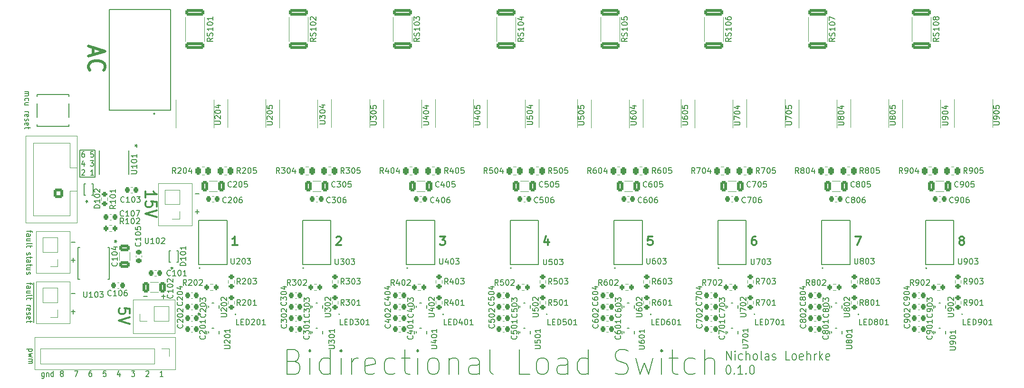
<source format=gto>
G04 #@! TF.GenerationSoftware,KiCad,Pcbnew,8.0.5*
G04 #@! TF.CreationDate,2024-10-14T14:14:41-05:00*
G04 #@! TF.ProjectId,bidirectional_load_switch,62696469-7265-4637-9469-6f6e616c5f6c,rev?*
G04 #@! TF.SameCoordinates,Original*
G04 #@! TF.FileFunction,Legend,Top*
G04 #@! TF.FilePolarity,Positive*
%FSLAX46Y46*%
G04 Gerber Fmt 4.6, Leading zero omitted, Abs format (unit mm)*
G04 Created by KiCad (PCBNEW 8.0.5) date 2024-10-14 14:14:41*
%MOMM*%
%LPD*%
G01*
G04 APERTURE LIST*
G04 Aperture macros list*
%AMRoundRect*
0 Rectangle with rounded corners*
0 $1 Rounding radius*
0 $2 $3 $4 $5 $6 $7 $8 $9 X,Y pos of 4 corners*
0 Add a 4 corners polygon primitive as box body*
4,1,4,$2,$3,$4,$5,$6,$7,$8,$9,$2,$3,0*
0 Add four circle primitives for the rounded corners*
1,1,$1+$1,$2,$3*
1,1,$1+$1,$4,$5*
1,1,$1+$1,$6,$7*
1,1,$1+$1,$8,$9*
0 Add four rect primitives between the rounded corners*
20,1,$1+$1,$2,$3,$4,$5,0*
20,1,$1+$1,$4,$5,$6,$7,0*
20,1,$1+$1,$6,$7,$8,$9,0*
20,1,$1+$1,$8,$9,$2,$3,0*%
G04 Aperture macros list end*
%ADD10C,0.304800*%
%ADD11C,0.153000*%
%ADD12C,0.500000*%
%ADD13C,0.306000*%
%ADD14C,0.150000*%
%ADD15C,0.152400*%
%ADD16C,0.120000*%
%ADD17C,0.100000*%
%ADD18C,0.127000*%
%ADD19C,0.200000*%
%ADD20C,0.254000*%
%ADD21R,0.450800X1.111200*%
%ADD22RoundRect,0.200000X0.275000X-0.200000X0.275000X0.200000X-0.275000X0.200000X-0.275000X-0.200000X0*%
%ADD23R,1.500000X2.900000*%
%ADD24R,6.300000X6.500000*%
%ADD25R,0.558800X1.701800*%
%ADD26R,0.812800X0.457200*%
%ADD27RoundRect,0.250000X0.325000X0.650000X-0.325000X0.650000X-0.325000X-0.650000X0.325000X-0.650000X0*%
%ADD28RoundRect,0.225000X0.225000X0.250000X-0.225000X0.250000X-0.225000X-0.250000X0.225000X-0.250000X0*%
%ADD29R,0.355600X1.168400*%
%ADD30RoundRect,0.250000X-1.425000X0.362500X-1.425000X-0.362500X1.425000X-0.362500X1.425000X0.362500X0*%
%ADD31R,1.700000X1.700000*%
%ADD32O,1.700000X1.700000*%
%ADD33RoundRect,0.250000X-0.325000X-0.650000X0.325000X-0.650000X0.325000X0.650000X-0.325000X0.650000X0*%
%ADD34RoundRect,0.200000X-0.275000X0.200000X-0.275000X-0.200000X0.275000X-0.200000X0.275000X0.200000X0*%
%ADD35R,0.533400X1.574800*%
%ADD36RoundRect,0.250000X-0.262500X-0.450000X0.262500X-0.450000X0.262500X0.450000X-0.262500X0.450000X0*%
%ADD37RoundRect,0.225000X-0.225000X-0.250000X0.225000X-0.250000X0.225000X0.250000X-0.225000X0.250000X0*%
%ADD38RoundRect,0.200000X0.200000X0.275000X-0.200000X0.275000X-0.200000X-0.275000X0.200000X-0.275000X0*%
%ADD39RoundRect,0.250000X0.600000X0.600000X-0.600000X0.600000X-0.600000X-0.600000X0.600000X-0.600000X0*%
%ADD40C,1.700000*%
%ADD41RoundRect,0.250000X0.262500X0.450000X-0.262500X0.450000X-0.262500X-0.450000X0.262500X-0.450000X0*%
%ADD42R,0.952500X0.558800*%
%ADD43R,0.558800X1.460500*%
%ADD44RoundRect,0.225000X-0.250000X0.225000X-0.250000X-0.225000X0.250000X-0.225000X0.250000X0.225000X0*%
%ADD45C,2.304000*%
%ADD46R,0.549999X0.800001*%
%ADD47RoundRect,0.250000X-0.650000X0.325000X-0.650000X-0.325000X0.650000X-0.325000X0.650000X0.325000X0*%
G04 APERTURE END LIST*
D10*
X229581097Y-103426784D02*
X229435954Y-103354212D01*
X229435954Y-103354212D02*
X229363383Y-103281641D01*
X229363383Y-103281641D02*
X229290811Y-103136498D01*
X229290811Y-103136498D02*
X229290811Y-103063927D01*
X229290811Y-103063927D02*
X229363383Y-102918784D01*
X229363383Y-102918784D02*
X229435954Y-102846212D01*
X229435954Y-102846212D02*
X229581097Y-102773641D01*
X229581097Y-102773641D02*
X229871383Y-102773641D01*
X229871383Y-102773641D02*
X230016526Y-102846212D01*
X230016526Y-102846212D02*
X230089097Y-102918784D01*
X230089097Y-102918784D02*
X230161668Y-103063927D01*
X230161668Y-103063927D02*
X230161668Y-103136498D01*
X230161668Y-103136498D02*
X230089097Y-103281641D01*
X230089097Y-103281641D02*
X230016526Y-103354212D01*
X230016526Y-103354212D02*
X229871383Y-103426784D01*
X229871383Y-103426784D02*
X229581097Y-103426784D01*
X229581097Y-103426784D02*
X229435954Y-103499355D01*
X229435954Y-103499355D02*
X229363383Y-103571927D01*
X229363383Y-103571927D02*
X229290811Y-103717070D01*
X229290811Y-103717070D02*
X229290811Y-104007355D01*
X229290811Y-104007355D02*
X229363383Y-104152498D01*
X229363383Y-104152498D02*
X229435954Y-104225070D01*
X229435954Y-104225070D02*
X229581097Y-104297641D01*
X229581097Y-104297641D02*
X229871383Y-104297641D01*
X229871383Y-104297641D02*
X230016526Y-104225070D01*
X230016526Y-104225070D02*
X230089097Y-104152498D01*
X230089097Y-104152498D02*
X230161668Y-104007355D01*
X230161668Y-104007355D02*
X230161668Y-103717070D01*
X230161668Y-103717070D02*
X230089097Y-103571927D01*
X230089097Y-103571927D02*
X230016526Y-103499355D01*
X230016526Y-103499355D02*
X229871383Y-103426784D01*
X210718240Y-102773641D02*
X211734240Y-102773641D01*
X211734240Y-102773641D02*
X211081097Y-104297641D01*
X193016526Y-102773641D02*
X192726240Y-102773641D01*
X192726240Y-102773641D02*
X192581097Y-102846212D01*
X192581097Y-102846212D02*
X192508526Y-102918784D01*
X192508526Y-102918784D02*
X192363383Y-103136498D01*
X192363383Y-103136498D02*
X192290811Y-103426784D01*
X192290811Y-103426784D02*
X192290811Y-104007355D01*
X192290811Y-104007355D02*
X192363383Y-104152498D01*
X192363383Y-104152498D02*
X192435954Y-104225070D01*
X192435954Y-104225070D02*
X192581097Y-104297641D01*
X192581097Y-104297641D02*
X192871383Y-104297641D01*
X192871383Y-104297641D02*
X193016526Y-104225070D01*
X193016526Y-104225070D02*
X193089097Y-104152498D01*
X193089097Y-104152498D02*
X193161668Y-104007355D01*
X193161668Y-104007355D02*
X193161668Y-103644498D01*
X193161668Y-103644498D02*
X193089097Y-103499355D01*
X193089097Y-103499355D02*
X193016526Y-103426784D01*
X193016526Y-103426784D02*
X192871383Y-103354212D01*
X192871383Y-103354212D02*
X192581097Y-103354212D01*
X192581097Y-103354212D02*
X192435954Y-103426784D01*
X192435954Y-103426784D02*
X192363383Y-103499355D01*
X192363383Y-103499355D02*
X192290811Y-103644498D01*
X174589097Y-102773641D02*
X173863383Y-102773641D01*
X173863383Y-102773641D02*
X173790811Y-103499355D01*
X173790811Y-103499355D02*
X173863383Y-103426784D01*
X173863383Y-103426784D02*
X174008526Y-103354212D01*
X174008526Y-103354212D02*
X174371383Y-103354212D01*
X174371383Y-103354212D02*
X174516526Y-103426784D01*
X174516526Y-103426784D02*
X174589097Y-103499355D01*
X174589097Y-103499355D02*
X174661668Y-103644498D01*
X174661668Y-103644498D02*
X174661668Y-104007355D01*
X174661668Y-104007355D02*
X174589097Y-104152498D01*
X174589097Y-104152498D02*
X174516526Y-104225070D01*
X174516526Y-104225070D02*
X174371383Y-104297641D01*
X174371383Y-104297641D02*
X174008526Y-104297641D01*
X174008526Y-104297641D02*
X173863383Y-104225070D01*
X173863383Y-104225070D02*
X173790811Y-104152498D01*
X156016526Y-103281641D02*
X156016526Y-104297641D01*
X155653668Y-102701070D02*
X155290811Y-103789641D01*
X155290811Y-103789641D02*
X156234240Y-103789641D01*
X136718240Y-102773641D02*
X137661668Y-102773641D01*
X137661668Y-102773641D02*
X137153668Y-103354212D01*
X137153668Y-103354212D02*
X137371383Y-103354212D01*
X137371383Y-103354212D02*
X137516526Y-103426784D01*
X137516526Y-103426784D02*
X137589097Y-103499355D01*
X137589097Y-103499355D02*
X137661668Y-103644498D01*
X137661668Y-103644498D02*
X137661668Y-104007355D01*
X137661668Y-104007355D02*
X137589097Y-104152498D01*
X137589097Y-104152498D02*
X137516526Y-104225070D01*
X137516526Y-104225070D02*
X137371383Y-104297641D01*
X137371383Y-104297641D02*
X136935954Y-104297641D01*
X136935954Y-104297641D02*
X136790811Y-104225070D01*
X136790811Y-104225070D02*
X136718240Y-104152498D01*
X118290811Y-102918784D02*
X118363383Y-102846212D01*
X118363383Y-102846212D02*
X118508526Y-102773641D01*
X118508526Y-102773641D02*
X118871383Y-102773641D01*
X118871383Y-102773641D02*
X119016526Y-102846212D01*
X119016526Y-102846212D02*
X119089097Y-102918784D01*
X119089097Y-102918784D02*
X119161668Y-103063927D01*
X119161668Y-103063927D02*
X119161668Y-103209070D01*
X119161668Y-103209070D02*
X119089097Y-103426784D01*
X119089097Y-103426784D02*
X118218240Y-104297641D01*
X118218240Y-104297641D02*
X119161668Y-104297641D01*
X100661668Y-104297641D02*
X99790811Y-104297641D01*
X100226240Y-104297641D02*
X100226240Y-102773641D01*
X100226240Y-102773641D02*
X100081097Y-102991355D01*
X100081097Y-102991355D02*
X99935954Y-103136498D01*
X99935954Y-103136498D02*
X99790811Y-103209070D01*
D11*
X93830771Y-98331177D02*
X93131343Y-98331177D01*
X93481057Y-97950224D02*
X93481057Y-98712129D01*
X93830771Y-95111289D02*
X93131343Y-95111289D01*
X87830771Y-113461289D02*
X87131343Y-113461289D01*
X87481057Y-113080336D02*
X87481057Y-113842241D01*
X84595913Y-113461289D02*
X83896485Y-113461289D01*
X71730771Y-106981177D02*
X71031343Y-106981177D01*
X71381057Y-106600224D02*
X71381057Y-107362129D01*
X71730771Y-103761289D02*
X71031343Y-103761289D01*
X71730771Y-116181177D02*
X71031343Y-116181177D01*
X71381057Y-115800224D02*
X71381057Y-116562129D01*
X71730771Y-112961289D02*
X71031343Y-112961289D01*
X72600000Y-87325000D02*
X75300000Y-87325000D01*
X75300000Y-92175000D01*
X72600000Y-92175000D01*
X72600000Y-87325000D01*
X66212657Y-127052996D02*
X66212657Y-127862520D01*
X66212657Y-127862520D02*
X66168942Y-127957758D01*
X66168942Y-127957758D02*
X66125228Y-128005377D01*
X66125228Y-128005377D02*
X66037799Y-128052996D01*
X66037799Y-128052996D02*
X65906657Y-128052996D01*
X65906657Y-128052996D02*
X65819228Y-128005377D01*
X66212657Y-127672044D02*
X66125228Y-127719663D01*
X66125228Y-127719663D02*
X65950371Y-127719663D01*
X65950371Y-127719663D02*
X65862942Y-127672044D01*
X65862942Y-127672044D02*
X65819228Y-127624424D01*
X65819228Y-127624424D02*
X65775514Y-127529186D01*
X65775514Y-127529186D02*
X65775514Y-127243472D01*
X65775514Y-127243472D02*
X65819228Y-127148234D01*
X65819228Y-127148234D02*
X65862942Y-127100615D01*
X65862942Y-127100615D02*
X65950371Y-127052996D01*
X65950371Y-127052996D02*
X66125228Y-127052996D01*
X66125228Y-127052996D02*
X66212657Y-127100615D01*
X66649799Y-127052996D02*
X66649799Y-127719663D01*
X66649799Y-127148234D02*
X66693513Y-127100615D01*
X66693513Y-127100615D02*
X66780942Y-127052996D01*
X66780942Y-127052996D02*
X66912085Y-127052996D01*
X66912085Y-127052996D02*
X66999513Y-127100615D01*
X66999513Y-127100615D02*
X67043228Y-127195853D01*
X67043228Y-127195853D02*
X67043228Y-127719663D01*
X67873799Y-127719663D02*
X67873799Y-126719663D01*
X67873799Y-127672044D02*
X67786370Y-127719663D01*
X67786370Y-127719663D02*
X67611513Y-127719663D01*
X67611513Y-127719663D02*
X67524084Y-127672044D01*
X67524084Y-127672044D02*
X67480370Y-127624424D01*
X67480370Y-127624424D02*
X67436656Y-127529186D01*
X67436656Y-127529186D02*
X67436656Y-127243472D01*
X67436656Y-127243472D02*
X67480370Y-127148234D01*
X67480370Y-127148234D02*
X67524084Y-127100615D01*
X67524084Y-127100615D02*
X67611513Y-127052996D01*
X67611513Y-127052996D02*
X67786370Y-127052996D01*
X67786370Y-127052996D02*
X67873799Y-127100615D01*
X110858771Y-125048805D02*
X111435799Y-125258329D01*
X111435799Y-125258329D02*
X111628142Y-125467853D01*
X111628142Y-125467853D02*
X111820485Y-125886901D01*
X111820485Y-125886901D02*
X111820485Y-126515472D01*
X111820485Y-126515472D02*
X111628142Y-126934520D01*
X111628142Y-126934520D02*
X111435799Y-127144044D01*
X111435799Y-127144044D02*
X111051114Y-127353567D01*
X111051114Y-127353567D02*
X109512371Y-127353567D01*
X109512371Y-127353567D02*
X109512371Y-122953567D01*
X109512371Y-122953567D02*
X110858771Y-122953567D01*
X110858771Y-122953567D02*
X111243457Y-123163091D01*
X111243457Y-123163091D02*
X111435799Y-123372615D01*
X111435799Y-123372615D02*
X111628142Y-123791663D01*
X111628142Y-123791663D02*
X111628142Y-124210710D01*
X111628142Y-124210710D02*
X111435799Y-124629758D01*
X111435799Y-124629758D02*
X111243457Y-124839282D01*
X111243457Y-124839282D02*
X110858771Y-125048805D01*
X110858771Y-125048805D02*
X109512371Y-125048805D01*
X113551571Y-127353567D02*
X113551571Y-124420234D01*
X113551571Y-122953567D02*
X113359228Y-123163091D01*
X113359228Y-123163091D02*
X113551571Y-123372615D01*
X113551571Y-123372615D02*
X113743914Y-123163091D01*
X113743914Y-123163091D02*
X113551571Y-122953567D01*
X113551571Y-122953567D02*
X113551571Y-123372615D01*
X117206086Y-127353567D02*
X117206086Y-122953567D01*
X117206086Y-127144044D02*
X116821400Y-127353567D01*
X116821400Y-127353567D02*
X116052028Y-127353567D01*
X116052028Y-127353567D02*
X115667343Y-127144044D01*
X115667343Y-127144044D02*
X115475000Y-126934520D01*
X115475000Y-126934520D02*
X115282657Y-126515472D01*
X115282657Y-126515472D02*
X115282657Y-125258329D01*
X115282657Y-125258329D02*
X115475000Y-124839282D01*
X115475000Y-124839282D02*
X115667343Y-124629758D01*
X115667343Y-124629758D02*
X116052028Y-124420234D01*
X116052028Y-124420234D02*
X116821400Y-124420234D01*
X116821400Y-124420234D02*
X117206086Y-124629758D01*
X119129514Y-127353567D02*
X119129514Y-124420234D01*
X119129514Y-122953567D02*
X118937171Y-123163091D01*
X118937171Y-123163091D02*
X119129514Y-123372615D01*
X119129514Y-123372615D02*
X119321857Y-123163091D01*
X119321857Y-123163091D02*
X119129514Y-122953567D01*
X119129514Y-122953567D02*
X119129514Y-123372615D01*
X121052943Y-127353567D02*
X121052943Y-124420234D01*
X121052943Y-125258329D02*
X121245286Y-124839282D01*
X121245286Y-124839282D02*
X121437629Y-124629758D01*
X121437629Y-124629758D02*
X121822314Y-124420234D01*
X121822314Y-124420234D02*
X122207000Y-124420234D01*
X125092143Y-127144044D02*
X124707457Y-127353567D01*
X124707457Y-127353567D02*
X123938086Y-127353567D01*
X123938086Y-127353567D02*
X123553400Y-127144044D01*
X123553400Y-127144044D02*
X123361057Y-126724996D01*
X123361057Y-126724996D02*
X123361057Y-125048805D01*
X123361057Y-125048805D02*
X123553400Y-124629758D01*
X123553400Y-124629758D02*
X123938086Y-124420234D01*
X123938086Y-124420234D02*
X124707457Y-124420234D01*
X124707457Y-124420234D02*
X125092143Y-124629758D01*
X125092143Y-124629758D02*
X125284486Y-125048805D01*
X125284486Y-125048805D02*
X125284486Y-125467853D01*
X125284486Y-125467853D02*
X123361057Y-125886901D01*
X128746657Y-127144044D02*
X128361971Y-127353567D01*
X128361971Y-127353567D02*
X127592599Y-127353567D01*
X127592599Y-127353567D02*
X127207914Y-127144044D01*
X127207914Y-127144044D02*
X127015571Y-126934520D01*
X127015571Y-126934520D02*
X126823228Y-126515472D01*
X126823228Y-126515472D02*
X126823228Y-125258329D01*
X126823228Y-125258329D02*
X127015571Y-124839282D01*
X127015571Y-124839282D02*
X127207914Y-124629758D01*
X127207914Y-124629758D02*
X127592599Y-124420234D01*
X127592599Y-124420234D02*
X128361971Y-124420234D01*
X128361971Y-124420234D02*
X128746657Y-124629758D01*
X129900713Y-124420234D02*
X131439456Y-124420234D01*
X130477742Y-122953567D02*
X130477742Y-126724996D01*
X130477742Y-126724996D02*
X130670085Y-127144044D01*
X130670085Y-127144044D02*
X131054770Y-127353567D01*
X131054770Y-127353567D02*
X131439456Y-127353567D01*
X132785856Y-127353567D02*
X132785856Y-124420234D01*
X132785856Y-122953567D02*
X132593513Y-123163091D01*
X132593513Y-123163091D02*
X132785856Y-123372615D01*
X132785856Y-123372615D02*
X132978199Y-123163091D01*
X132978199Y-123163091D02*
X132785856Y-122953567D01*
X132785856Y-122953567D02*
X132785856Y-123372615D01*
X135286313Y-127353567D02*
X134901628Y-127144044D01*
X134901628Y-127144044D02*
X134709285Y-126934520D01*
X134709285Y-126934520D02*
X134516942Y-126515472D01*
X134516942Y-126515472D02*
X134516942Y-125258329D01*
X134516942Y-125258329D02*
X134709285Y-124839282D01*
X134709285Y-124839282D02*
X134901628Y-124629758D01*
X134901628Y-124629758D02*
X135286313Y-124420234D01*
X135286313Y-124420234D02*
X135863342Y-124420234D01*
X135863342Y-124420234D02*
X136248028Y-124629758D01*
X136248028Y-124629758D02*
X136440371Y-124839282D01*
X136440371Y-124839282D02*
X136632713Y-125258329D01*
X136632713Y-125258329D02*
X136632713Y-126515472D01*
X136632713Y-126515472D02*
X136440371Y-126934520D01*
X136440371Y-126934520D02*
X136248028Y-127144044D01*
X136248028Y-127144044D02*
X135863342Y-127353567D01*
X135863342Y-127353567D02*
X135286313Y-127353567D01*
X138363799Y-124420234D02*
X138363799Y-127353567D01*
X138363799Y-124839282D02*
X138556142Y-124629758D01*
X138556142Y-124629758D02*
X138940827Y-124420234D01*
X138940827Y-124420234D02*
X139517856Y-124420234D01*
X139517856Y-124420234D02*
X139902542Y-124629758D01*
X139902542Y-124629758D02*
X140094885Y-125048805D01*
X140094885Y-125048805D02*
X140094885Y-127353567D01*
X143749399Y-127353567D02*
X143749399Y-125048805D01*
X143749399Y-125048805D02*
X143557056Y-124629758D01*
X143557056Y-124629758D02*
X143172370Y-124420234D01*
X143172370Y-124420234D02*
X142402999Y-124420234D01*
X142402999Y-124420234D02*
X142018313Y-124629758D01*
X143749399Y-127144044D02*
X143364713Y-127353567D01*
X143364713Y-127353567D02*
X142402999Y-127353567D01*
X142402999Y-127353567D02*
X142018313Y-127144044D01*
X142018313Y-127144044D02*
X141825970Y-126724996D01*
X141825970Y-126724996D02*
X141825970Y-126305948D01*
X141825970Y-126305948D02*
X142018313Y-125886901D01*
X142018313Y-125886901D02*
X142402999Y-125677377D01*
X142402999Y-125677377D02*
X143364713Y-125677377D01*
X143364713Y-125677377D02*
X143749399Y-125467853D01*
X146249855Y-127353567D02*
X145865170Y-127144044D01*
X145865170Y-127144044D02*
X145672827Y-126724996D01*
X145672827Y-126724996D02*
X145672827Y-122953567D01*
X152789512Y-127353567D02*
X150866084Y-127353567D01*
X150866084Y-127353567D02*
X150866084Y-122953567D01*
X154712941Y-127353567D02*
X154328256Y-127144044D01*
X154328256Y-127144044D02*
X154135913Y-126934520D01*
X154135913Y-126934520D02*
X153943570Y-126515472D01*
X153943570Y-126515472D02*
X153943570Y-125258329D01*
X153943570Y-125258329D02*
X154135913Y-124839282D01*
X154135913Y-124839282D02*
X154328256Y-124629758D01*
X154328256Y-124629758D02*
X154712941Y-124420234D01*
X154712941Y-124420234D02*
X155289970Y-124420234D01*
X155289970Y-124420234D02*
X155674656Y-124629758D01*
X155674656Y-124629758D02*
X155866999Y-124839282D01*
X155866999Y-124839282D02*
X156059341Y-125258329D01*
X156059341Y-125258329D02*
X156059341Y-126515472D01*
X156059341Y-126515472D02*
X155866999Y-126934520D01*
X155866999Y-126934520D02*
X155674656Y-127144044D01*
X155674656Y-127144044D02*
X155289970Y-127353567D01*
X155289970Y-127353567D02*
X154712941Y-127353567D01*
X159521513Y-127353567D02*
X159521513Y-125048805D01*
X159521513Y-125048805D02*
X159329170Y-124629758D01*
X159329170Y-124629758D02*
X158944484Y-124420234D01*
X158944484Y-124420234D02*
X158175113Y-124420234D01*
X158175113Y-124420234D02*
X157790427Y-124629758D01*
X159521513Y-127144044D02*
X159136827Y-127353567D01*
X159136827Y-127353567D02*
X158175113Y-127353567D01*
X158175113Y-127353567D02*
X157790427Y-127144044D01*
X157790427Y-127144044D02*
X157598084Y-126724996D01*
X157598084Y-126724996D02*
X157598084Y-126305948D01*
X157598084Y-126305948D02*
X157790427Y-125886901D01*
X157790427Y-125886901D02*
X158175113Y-125677377D01*
X158175113Y-125677377D02*
X159136827Y-125677377D01*
X159136827Y-125677377D02*
X159521513Y-125467853D01*
X163176027Y-127353567D02*
X163176027Y-122953567D01*
X163176027Y-127144044D02*
X162791341Y-127353567D01*
X162791341Y-127353567D02*
X162021969Y-127353567D01*
X162021969Y-127353567D02*
X161637284Y-127144044D01*
X161637284Y-127144044D02*
X161444941Y-126934520D01*
X161444941Y-126934520D02*
X161252598Y-126515472D01*
X161252598Y-126515472D02*
X161252598Y-125258329D01*
X161252598Y-125258329D02*
X161444941Y-124839282D01*
X161444941Y-124839282D02*
X161637284Y-124629758D01*
X161637284Y-124629758D02*
X162021969Y-124420234D01*
X162021969Y-124420234D02*
X162791341Y-124420234D01*
X162791341Y-124420234D02*
X163176027Y-124629758D01*
X167984598Y-127144044D02*
X168561627Y-127353567D01*
X168561627Y-127353567D02*
X169523341Y-127353567D01*
X169523341Y-127353567D02*
X169908027Y-127144044D01*
X169908027Y-127144044D02*
X170100369Y-126934520D01*
X170100369Y-126934520D02*
X170292712Y-126515472D01*
X170292712Y-126515472D02*
X170292712Y-126096424D01*
X170292712Y-126096424D02*
X170100369Y-125677377D01*
X170100369Y-125677377D02*
X169908027Y-125467853D01*
X169908027Y-125467853D02*
X169523341Y-125258329D01*
X169523341Y-125258329D02*
X168753969Y-125048805D01*
X168753969Y-125048805D02*
X168369284Y-124839282D01*
X168369284Y-124839282D02*
X168176941Y-124629758D01*
X168176941Y-124629758D02*
X167984598Y-124210710D01*
X167984598Y-124210710D02*
X167984598Y-123791663D01*
X167984598Y-123791663D02*
X168176941Y-123372615D01*
X168176941Y-123372615D02*
X168369284Y-123163091D01*
X168369284Y-123163091D02*
X168753969Y-122953567D01*
X168753969Y-122953567D02*
X169715684Y-122953567D01*
X169715684Y-122953567D02*
X170292712Y-123163091D01*
X171639112Y-124420234D02*
X172408484Y-127353567D01*
X172408484Y-127353567D02*
X173177855Y-125258329D01*
X173177855Y-125258329D02*
X173947226Y-127353567D01*
X173947226Y-127353567D02*
X174716598Y-124420234D01*
X176255341Y-127353567D02*
X176255341Y-124420234D01*
X176255341Y-122953567D02*
X176062998Y-123163091D01*
X176062998Y-123163091D02*
X176255341Y-123372615D01*
X176255341Y-123372615D02*
X176447684Y-123163091D01*
X176447684Y-123163091D02*
X176255341Y-122953567D01*
X176255341Y-122953567D02*
X176255341Y-123372615D01*
X177601741Y-124420234D02*
X179140484Y-124420234D01*
X178178770Y-122953567D02*
X178178770Y-126724996D01*
X178178770Y-126724996D02*
X178371113Y-127144044D01*
X178371113Y-127144044D02*
X178755798Y-127353567D01*
X178755798Y-127353567D02*
X179140484Y-127353567D01*
X182217970Y-127144044D02*
X181833284Y-127353567D01*
X181833284Y-127353567D02*
X181063912Y-127353567D01*
X181063912Y-127353567D02*
X180679227Y-127144044D01*
X180679227Y-127144044D02*
X180486884Y-126934520D01*
X180486884Y-126934520D02*
X180294541Y-126515472D01*
X180294541Y-126515472D02*
X180294541Y-125258329D01*
X180294541Y-125258329D02*
X180486884Y-124839282D01*
X180486884Y-124839282D02*
X180679227Y-124629758D01*
X180679227Y-124629758D02*
X181063912Y-124420234D01*
X181063912Y-124420234D02*
X181833284Y-124420234D01*
X181833284Y-124420234D02*
X182217970Y-124629758D01*
X183949055Y-127353567D02*
X183949055Y-122953567D01*
X185680141Y-127353567D02*
X185680141Y-125048805D01*
X185680141Y-125048805D02*
X185487798Y-124629758D01*
X185487798Y-124629758D02*
X185103112Y-124420234D01*
X185103112Y-124420234D02*
X184526083Y-124420234D01*
X184526083Y-124420234D02*
X184141398Y-124629758D01*
X184141398Y-124629758D02*
X183949055Y-124839282D01*
D12*
X74950285Y-69053518D02*
X74950285Y-70364947D01*
X74093142Y-68791232D02*
X77093142Y-69709232D01*
X77093142Y-69709232D02*
X74093142Y-70627232D01*
X74378857Y-73118946D02*
X74236000Y-72987803D01*
X74236000Y-72987803D02*
X74093142Y-72594375D01*
X74093142Y-72594375D02*
X74093142Y-72332089D01*
X74093142Y-72332089D02*
X74236000Y-71938660D01*
X74236000Y-71938660D02*
X74521714Y-71676375D01*
X74521714Y-71676375D02*
X74807428Y-71545232D01*
X74807428Y-71545232D02*
X75378857Y-71414089D01*
X75378857Y-71414089D02*
X75807428Y-71414089D01*
X75807428Y-71414089D02*
X76378857Y-71545232D01*
X76378857Y-71545232D02*
X76664571Y-71676375D01*
X76664571Y-71676375D02*
X76950285Y-71938660D01*
X76950285Y-71938660D02*
X77093142Y-72332089D01*
X77093142Y-72332089D02*
X77093142Y-72594375D01*
X77093142Y-72594375D02*
X76950285Y-72987803D01*
X76950285Y-72987803D02*
X76807428Y-73118946D01*
D11*
X79722657Y-127052996D02*
X79722657Y-127719663D01*
X79504085Y-126672044D02*
X79285514Y-127386329D01*
X79285514Y-127386329D02*
X79853799Y-127386329D01*
X73362657Y-87624775D02*
X73187799Y-87624775D01*
X73187799Y-87624775D02*
X73100371Y-87672394D01*
X73100371Y-87672394D02*
X73056657Y-87720013D01*
X73056657Y-87720013D02*
X72969228Y-87862870D01*
X72969228Y-87862870D02*
X72925514Y-88053346D01*
X72925514Y-88053346D02*
X72925514Y-88434298D01*
X72925514Y-88434298D02*
X72969228Y-88529536D01*
X72969228Y-88529536D02*
X73012942Y-88577156D01*
X73012942Y-88577156D02*
X73100371Y-88624775D01*
X73100371Y-88624775D02*
X73275228Y-88624775D01*
X73275228Y-88624775D02*
X73362657Y-88577156D01*
X73362657Y-88577156D02*
X73406371Y-88529536D01*
X73406371Y-88529536D02*
X73450085Y-88434298D01*
X73450085Y-88434298D02*
X73450085Y-88196203D01*
X73450085Y-88196203D02*
X73406371Y-88100965D01*
X73406371Y-88100965D02*
X73362657Y-88053346D01*
X73362657Y-88053346D02*
X73275228Y-88005727D01*
X73275228Y-88005727D02*
X73100371Y-88005727D01*
X73100371Y-88005727D02*
X73012942Y-88053346D01*
X73012942Y-88053346D02*
X72969228Y-88100965D01*
X72969228Y-88100965D02*
X72925514Y-88196203D01*
X74980086Y-87624775D02*
X74542943Y-87624775D01*
X74542943Y-87624775D02*
X74499229Y-88100965D01*
X74499229Y-88100965D02*
X74542943Y-88053346D01*
X74542943Y-88053346D02*
X74630372Y-88005727D01*
X74630372Y-88005727D02*
X74848943Y-88005727D01*
X74848943Y-88005727D02*
X74936372Y-88053346D01*
X74936372Y-88053346D02*
X74980086Y-88100965D01*
X74980086Y-88100965D02*
X75023800Y-88196203D01*
X75023800Y-88196203D02*
X75023800Y-88434298D01*
X75023800Y-88434298D02*
X74980086Y-88529536D01*
X74980086Y-88529536D02*
X74936372Y-88577156D01*
X74936372Y-88577156D02*
X74848943Y-88624775D01*
X74848943Y-88624775D02*
X74630372Y-88624775D01*
X74630372Y-88624775D02*
X74542943Y-88577156D01*
X74542943Y-88577156D02*
X74499229Y-88529536D01*
X73362657Y-89568052D02*
X73362657Y-90234719D01*
X73144085Y-89187100D02*
X72925514Y-89901385D01*
X72925514Y-89901385D02*
X73493799Y-89901385D01*
X74455514Y-89234719D02*
X75023800Y-89234719D01*
X75023800Y-89234719D02*
X74717800Y-89615671D01*
X74717800Y-89615671D02*
X74848943Y-89615671D01*
X74848943Y-89615671D02*
X74936372Y-89663290D01*
X74936372Y-89663290D02*
X74980086Y-89710909D01*
X74980086Y-89710909D02*
X75023800Y-89806147D01*
X75023800Y-89806147D02*
X75023800Y-90044242D01*
X75023800Y-90044242D02*
X74980086Y-90139480D01*
X74980086Y-90139480D02*
X74936372Y-90187100D01*
X74936372Y-90187100D02*
X74848943Y-90234719D01*
X74848943Y-90234719D02*
X74586657Y-90234719D01*
X74586657Y-90234719D02*
X74499229Y-90187100D01*
X74499229Y-90187100D02*
X74455514Y-90139480D01*
X72925514Y-90939901D02*
X72969228Y-90892282D01*
X72969228Y-90892282D02*
X73056657Y-90844663D01*
X73056657Y-90844663D02*
X73275228Y-90844663D01*
X73275228Y-90844663D02*
X73362657Y-90892282D01*
X73362657Y-90892282D02*
X73406371Y-90939901D01*
X73406371Y-90939901D02*
X73450085Y-91035139D01*
X73450085Y-91035139D02*
X73450085Y-91130377D01*
X73450085Y-91130377D02*
X73406371Y-91273234D01*
X73406371Y-91273234D02*
X72881799Y-91844663D01*
X72881799Y-91844663D02*
X73450085Y-91844663D01*
X75023800Y-91844663D02*
X74499229Y-91844663D01*
X74761514Y-91844663D02*
X74761514Y-90844663D01*
X74761514Y-90844663D02*
X74674086Y-90987520D01*
X74674086Y-90987520D02*
X74586657Y-91082758D01*
X74586657Y-91082758D02*
X74499229Y-91130377D01*
X69300371Y-127148234D02*
X69212942Y-127100615D01*
X69212942Y-127100615D02*
X69169228Y-127052996D01*
X69169228Y-127052996D02*
X69125514Y-126957758D01*
X69125514Y-126957758D02*
X69125514Y-126910139D01*
X69125514Y-126910139D02*
X69169228Y-126814901D01*
X69169228Y-126814901D02*
X69212942Y-126767282D01*
X69212942Y-126767282D02*
X69300371Y-126719663D01*
X69300371Y-126719663D02*
X69475228Y-126719663D01*
X69475228Y-126719663D02*
X69562657Y-126767282D01*
X69562657Y-126767282D02*
X69606371Y-126814901D01*
X69606371Y-126814901D02*
X69650085Y-126910139D01*
X69650085Y-126910139D02*
X69650085Y-126957758D01*
X69650085Y-126957758D02*
X69606371Y-127052996D01*
X69606371Y-127052996D02*
X69562657Y-127100615D01*
X69562657Y-127100615D02*
X69475228Y-127148234D01*
X69475228Y-127148234D02*
X69300371Y-127148234D01*
X69300371Y-127148234D02*
X69212942Y-127195853D01*
X69212942Y-127195853D02*
X69169228Y-127243472D01*
X69169228Y-127243472D02*
X69125514Y-127338710D01*
X69125514Y-127338710D02*
X69125514Y-127529186D01*
X69125514Y-127529186D02*
X69169228Y-127624424D01*
X69169228Y-127624424D02*
X69212942Y-127672044D01*
X69212942Y-127672044D02*
X69300371Y-127719663D01*
X69300371Y-127719663D02*
X69475228Y-127719663D01*
X69475228Y-127719663D02*
X69562657Y-127672044D01*
X69562657Y-127672044D02*
X69606371Y-127624424D01*
X69606371Y-127624424D02*
X69650085Y-127529186D01*
X69650085Y-127529186D02*
X69650085Y-127338710D01*
X69650085Y-127338710D02*
X69606371Y-127243472D01*
X69606371Y-127243472D02*
X69562657Y-127195853D01*
X69562657Y-127195853D02*
X69475228Y-127148234D01*
X84365514Y-126814901D02*
X84409228Y-126767282D01*
X84409228Y-126767282D02*
X84496657Y-126719663D01*
X84496657Y-126719663D02*
X84715228Y-126719663D01*
X84715228Y-126719663D02*
X84802657Y-126767282D01*
X84802657Y-126767282D02*
X84846371Y-126814901D01*
X84846371Y-126814901D02*
X84890085Y-126910139D01*
X84890085Y-126910139D02*
X84890085Y-127005377D01*
X84890085Y-127005377D02*
X84846371Y-127148234D01*
X84846371Y-127148234D02*
X84321799Y-127719663D01*
X84321799Y-127719663D02*
X84890085Y-127719663D01*
X71621799Y-126719663D02*
X72233799Y-126719663D01*
X72233799Y-126719663D02*
X71840371Y-127719663D01*
D13*
X81510673Y-116512743D02*
X81510673Y-115638457D01*
X81510673Y-115638457D02*
X80558292Y-115551029D01*
X80558292Y-115551029D02*
X80653531Y-115638457D01*
X80653531Y-115638457D02*
X80748769Y-115813315D01*
X80748769Y-115813315D02*
X80748769Y-116250457D01*
X80748769Y-116250457D02*
X80653531Y-116425315D01*
X80653531Y-116425315D02*
X80558292Y-116512743D01*
X80558292Y-116512743D02*
X80367816Y-116600172D01*
X80367816Y-116600172D02*
X79891626Y-116600172D01*
X79891626Y-116600172D02*
X79701150Y-116512743D01*
X79701150Y-116512743D02*
X79605912Y-116425315D01*
X79605912Y-116425315D02*
X79510673Y-116250457D01*
X79510673Y-116250457D02*
X79510673Y-115813315D01*
X79510673Y-115813315D02*
X79605912Y-115638457D01*
X79605912Y-115638457D02*
X79701150Y-115551029D01*
X81510673Y-117124743D02*
X79510673Y-117736743D01*
X79510673Y-117736743D02*
X81510673Y-118348743D01*
D11*
X77226371Y-126719663D02*
X76789228Y-126719663D01*
X76789228Y-126719663D02*
X76745514Y-127195853D01*
X76745514Y-127195853D02*
X76789228Y-127148234D01*
X76789228Y-127148234D02*
X76876657Y-127100615D01*
X76876657Y-127100615D02*
X77095228Y-127100615D01*
X77095228Y-127100615D02*
X77182657Y-127148234D01*
X77182657Y-127148234D02*
X77226371Y-127195853D01*
X77226371Y-127195853D02*
X77270085Y-127291091D01*
X77270085Y-127291091D02*
X77270085Y-127529186D01*
X77270085Y-127529186D02*
X77226371Y-127624424D01*
X77226371Y-127624424D02*
X77182657Y-127672044D01*
X77182657Y-127672044D02*
X77095228Y-127719663D01*
X77095228Y-127719663D02*
X76876657Y-127719663D01*
X76876657Y-127719663D02*
X76789228Y-127672044D01*
X76789228Y-127672044D02*
X76745514Y-127624424D01*
X87430085Y-127719663D02*
X86905514Y-127719663D01*
X87167799Y-127719663D02*
X87167799Y-126719663D01*
X87167799Y-126719663D02*
X87080371Y-126862520D01*
X87080371Y-126862520D02*
X86992942Y-126957758D01*
X86992942Y-126957758D02*
X86905514Y-127005377D01*
X63747003Y-110988085D02*
X63747003Y-111337799D01*
X63080336Y-111119228D02*
X63937479Y-111119228D01*
X63937479Y-111119228D02*
X64032717Y-111162942D01*
X64032717Y-111162942D02*
X64080336Y-111250371D01*
X64080336Y-111250371D02*
X64080336Y-111337799D01*
X63080336Y-112037228D02*
X63604146Y-112037228D01*
X63604146Y-112037228D02*
X63699384Y-111993513D01*
X63699384Y-111993513D02*
X63747003Y-111906085D01*
X63747003Y-111906085D02*
X63747003Y-111731228D01*
X63747003Y-111731228D02*
X63699384Y-111643799D01*
X63127956Y-112037228D02*
X63080336Y-111949799D01*
X63080336Y-111949799D02*
X63080336Y-111731228D01*
X63080336Y-111731228D02*
X63127956Y-111643799D01*
X63127956Y-111643799D02*
X63223194Y-111600085D01*
X63223194Y-111600085D02*
X63318432Y-111600085D01*
X63318432Y-111600085D02*
X63413670Y-111643799D01*
X63413670Y-111643799D02*
X63461289Y-111731228D01*
X63461289Y-111731228D02*
X63461289Y-111949799D01*
X63461289Y-111949799D02*
X63508908Y-112037228D01*
X63747003Y-112867799D02*
X63080336Y-112867799D01*
X63747003Y-112474370D02*
X63223194Y-112474370D01*
X63223194Y-112474370D02*
X63127956Y-112518084D01*
X63127956Y-112518084D02*
X63080336Y-112605513D01*
X63080336Y-112605513D02*
X63080336Y-112736656D01*
X63080336Y-112736656D02*
X63127956Y-112824084D01*
X63127956Y-112824084D02*
X63175575Y-112867799D01*
X63080336Y-113436084D02*
X63127956Y-113348655D01*
X63127956Y-113348655D02*
X63223194Y-113304941D01*
X63223194Y-113304941D02*
X64080336Y-113304941D01*
X63747003Y-113654655D02*
X63747003Y-114004369D01*
X64080336Y-113785798D02*
X63223194Y-113785798D01*
X63223194Y-113785798D02*
X63127956Y-113829512D01*
X63127956Y-113829512D02*
X63080336Y-113916941D01*
X63080336Y-113916941D02*
X63080336Y-114004369D01*
X63080336Y-115009798D02*
X63747003Y-115009798D01*
X63556527Y-115009798D02*
X63651765Y-115053512D01*
X63651765Y-115053512D02*
X63699384Y-115097227D01*
X63699384Y-115097227D02*
X63747003Y-115184655D01*
X63747003Y-115184655D02*
X63747003Y-115272084D01*
X63127956Y-115927798D02*
X63080336Y-115840370D01*
X63080336Y-115840370D02*
X63080336Y-115665513D01*
X63080336Y-115665513D02*
X63127956Y-115578084D01*
X63127956Y-115578084D02*
X63223194Y-115534370D01*
X63223194Y-115534370D02*
X63604146Y-115534370D01*
X63604146Y-115534370D02*
X63699384Y-115578084D01*
X63699384Y-115578084D02*
X63747003Y-115665513D01*
X63747003Y-115665513D02*
X63747003Y-115840370D01*
X63747003Y-115840370D02*
X63699384Y-115927798D01*
X63699384Y-115927798D02*
X63604146Y-115971513D01*
X63604146Y-115971513D02*
X63508908Y-115971513D01*
X63508908Y-115971513D02*
X63413670Y-115534370D01*
X63127956Y-116321227D02*
X63080336Y-116408655D01*
X63080336Y-116408655D02*
X63080336Y-116583512D01*
X63080336Y-116583512D02*
X63127956Y-116670941D01*
X63127956Y-116670941D02*
X63223194Y-116714655D01*
X63223194Y-116714655D02*
X63270813Y-116714655D01*
X63270813Y-116714655D02*
X63366051Y-116670941D01*
X63366051Y-116670941D02*
X63413670Y-116583512D01*
X63413670Y-116583512D02*
X63413670Y-116452370D01*
X63413670Y-116452370D02*
X63461289Y-116364941D01*
X63461289Y-116364941D02*
X63556527Y-116321227D01*
X63556527Y-116321227D02*
X63604146Y-116321227D01*
X63604146Y-116321227D02*
X63699384Y-116364941D01*
X63699384Y-116364941D02*
X63747003Y-116452370D01*
X63747003Y-116452370D02*
X63747003Y-116583512D01*
X63747003Y-116583512D02*
X63699384Y-116670941D01*
X63127956Y-117457798D02*
X63080336Y-117370370D01*
X63080336Y-117370370D02*
X63080336Y-117195513D01*
X63080336Y-117195513D02*
X63127956Y-117108084D01*
X63127956Y-117108084D02*
X63223194Y-117064370D01*
X63223194Y-117064370D02*
X63604146Y-117064370D01*
X63604146Y-117064370D02*
X63699384Y-117108084D01*
X63699384Y-117108084D02*
X63747003Y-117195513D01*
X63747003Y-117195513D02*
X63747003Y-117370370D01*
X63747003Y-117370370D02*
X63699384Y-117457798D01*
X63699384Y-117457798D02*
X63604146Y-117501513D01*
X63604146Y-117501513D02*
X63508908Y-117501513D01*
X63508908Y-117501513D02*
X63413670Y-117064370D01*
X63747003Y-117763798D02*
X63747003Y-118113512D01*
X64080336Y-117894941D02*
X63223194Y-117894941D01*
X63223194Y-117894941D02*
X63127956Y-117938655D01*
X63127956Y-117938655D02*
X63080336Y-118026084D01*
X63080336Y-118026084D02*
X63080336Y-118113512D01*
X64357956Y-110992457D02*
X64357956Y-118109141D01*
X81781799Y-126719663D02*
X82350085Y-126719663D01*
X82350085Y-126719663D02*
X82044085Y-127100615D01*
X82044085Y-127100615D02*
X82175228Y-127100615D01*
X82175228Y-127100615D02*
X82262657Y-127148234D01*
X82262657Y-127148234D02*
X82306371Y-127195853D01*
X82306371Y-127195853D02*
X82350085Y-127291091D01*
X82350085Y-127291091D02*
X82350085Y-127529186D01*
X82350085Y-127529186D02*
X82306371Y-127624424D01*
X82306371Y-127624424D02*
X82262657Y-127672044D01*
X82262657Y-127672044D02*
X82175228Y-127719663D01*
X82175228Y-127719663D02*
X81912942Y-127719663D01*
X81912942Y-127719663D02*
X81825514Y-127672044D01*
X81825514Y-127672044D02*
X81781799Y-127624424D01*
X74642657Y-126719663D02*
X74467799Y-126719663D01*
X74467799Y-126719663D02*
X74380371Y-126767282D01*
X74380371Y-126767282D02*
X74336657Y-126814901D01*
X74336657Y-126814901D02*
X74249228Y-126957758D01*
X74249228Y-126957758D02*
X74205514Y-127148234D01*
X74205514Y-127148234D02*
X74205514Y-127529186D01*
X74205514Y-127529186D02*
X74249228Y-127624424D01*
X74249228Y-127624424D02*
X74292942Y-127672044D01*
X74292942Y-127672044D02*
X74380371Y-127719663D01*
X74380371Y-127719663D02*
X74555228Y-127719663D01*
X74555228Y-127719663D02*
X74642657Y-127672044D01*
X74642657Y-127672044D02*
X74686371Y-127624424D01*
X74686371Y-127624424D02*
X74730085Y-127529186D01*
X74730085Y-127529186D02*
X74730085Y-127291091D01*
X74730085Y-127291091D02*
X74686371Y-127195853D01*
X74686371Y-127195853D02*
X74642657Y-127148234D01*
X74642657Y-127148234D02*
X74555228Y-127100615D01*
X74555228Y-127100615D02*
X74380371Y-127100615D01*
X74380371Y-127100615D02*
X74292942Y-127148234D01*
X74292942Y-127148234D02*
X74249228Y-127195853D01*
X74249228Y-127195853D02*
X74205514Y-127291091D01*
X62780336Y-76919228D02*
X63447003Y-76919228D01*
X63351765Y-76919228D02*
X63399384Y-76962942D01*
X63399384Y-76962942D02*
X63447003Y-77050371D01*
X63447003Y-77050371D02*
X63447003Y-77181514D01*
X63447003Y-77181514D02*
X63399384Y-77268942D01*
X63399384Y-77268942D02*
X63304146Y-77312657D01*
X63304146Y-77312657D02*
X62780336Y-77312657D01*
X63304146Y-77312657D02*
X63399384Y-77356371D01*
X63399384Y-77356371D02*
X63447003Y-77443799D01*
X63447003Y-77443799D02*
X63447003Y-77574942D01*
X63447003Y-77574942D02*
X63399384Y-77662371D01*
X63399384Y-77662371D02*
X63304146Y-77706085D01*
X63304146Y-77706085D02*
X62780336Y-77706085D01*
X62827956Y-78536657D02*
X62780336Y-78449228D01*
X62780336Y-78449228D02*
X62780336Y-78274371D01*
X62780336Y-78274371D02*
X62827956Y-78186942D01*
X62827956Y-78186942D02*
X62875575Y-78143228D01*
X62875575Y-78143228D02*
X62970813Y-78099514D01*
X62970813Y-78099514D02*
X63256527Y-78099514D01*
X63256527Y-78099514D02*
X63351765Y-78143228D01*
X63351765Y-78143228D02*
X63399384Y-78186942D01*
X63399384Y-78186942D02*
X63447003Y-78274371D01*
X63447003Y-78274371D02*
X63447003Y-78449228D01*
X63447003Y-78449228D02*
X63399384Y-78536657D01*
X63447003Y-79323514D02*
X62780336Y-79323514D01*
X63447003Y-78930085D02*
X62923194Y-78930085D01*
X62923194Y-78930085D02*
X62827956Y-78973799D01*
X62827956Y-78973799D02*
X62780336Y-79061228D01*
X62780336Y-79061228D02*
X62780336Y-79192371D01*
X62780336Y-79192371D02*
X62827956Y-79279799D01*
X62827956Y-79279799D02*
X62875575Y-79323514D01*
X62780336Y-80460085D02*
X63447003Y-80460085D01*
X63256527Y-80460085D02*
X63351765Y-80503799D01*
X63351765Y-80503799D02*
X63399384Y-80547514D01*
X63399384Y-80547514D02*
X63447003Y-80634942D01*
X63447003Y-80634942D02*
X63447003Y-80722371D01*
X62827956Y-81378085D02*
X62780336Y-81290657D01*
X62780336Y-81290657D02*
X62780336Y-81115800D01*
X62780336Y-81115800D02*
X62827956Y-81028371D01*
X62827956Y-81028371D02*
X62923194Y-80984657D01*
X62923194Y-80984657D02*
X63304146Y-80984657D01*
X63304146Y-80984657D02*
X63399384Y-81028371D01*
X63399384Y-81028371D02*
X63447003Y-81115800D01*
X63447003Y-81115800D02*
X63447003Y-81290657D01*
X63447003Y-81290657D02*
X63399384Y-81378085D01*
X63399384Y-81378085D02*
X63304146Y-81421800D01*
X63304146Y-81421800D02*
X63208908Y-81421800D01*
X63208908Y-81421800D02*
X63113670Y-80984657D01*
X62827956Y-81771514D02*
X62780336Y-81858942D01*
X62780336Y-81858942D02*
X62780336Y-82033799D01*
X62780336Y-82033799D02*
X62827956Y-82121228D01*
X62827956Y-82121228D02*
X62923194Y-82164942D01*
X62923194Y-82164942D02*
X62970813Y-82164942D01*
X62970813Y-82164942D02*
X63066051Y-82121228D01*
X63066051Y-82121228D02*
X63113670Y-82033799D01*
X63113670Y-82033799D02*
X63113670Y-81902657D01*
X63113670Y-81902657D02*
X63161289Y-81815228D01*
X63161289Y-81815228D02*
X63256527Y-81771514D01*
X63256527Y-81771514D02*
X63304146Y-81771514D01*
X63304146Y-81771514D02*
X63399384Y-81815228D01*
X63399384Y-81815228D02*
X63447003Y-81902657D01*
X63447003Y-81902657D02*
X63447003Y-82033799D01*
X63447003Y-82033799D02*
X63399384Y-82121228D01*
X62827956Y-82908085D02*
X62780336Y-82820657D01*
X62780336Y-82820657D02*
X62780336Y-82645800D01*
X62780336Y-82645800D02*
X62827956Y-82558371D01*
X62827956Y-82558371D02*
X62923194Y-82514657D01*
X62923194Y-82514657D02*
X63304146Y-82514657D01*
X63304146Y-82514657D02*
X63399384Y-82558371D01*
X63399384Y-82558371D02*
X63447003Y-82645800D01*
X63447003Y-82645800D02*
X63447003Y-82820657D01*
X63447003Y-82820657D02*
X63399384Y-82908085D01*
X63399384Y-82908085D02*
X63304146Y-82951800D01*
X63304146Y-82951800D02*
X63208908Y-82951800D01*
X63208908Y-82951800D02*
X63113670Y-82514657D01*
X63447003Y-83214085D02*
X63447003Y-83563799D01*
X63780336Y-83345228D02*
X62923194Y-83345228D01*
X62923194Y-83345228D02*
X62827956Y-83388942D01*
X62827956Y-83388942D02*
X62780336Y-83476371D01*
X62780336Y-83476371D02*
X62780336Y-83563799D01*
X187800371Y-124770324D02*
X187800371Y-123170324D01*
X187800371Y-123170324D02*
X188639685Y-124770324D01*
X188639685Y-124770324D02*
X188639685Y-123170324D01*
X189339114Y-124770324D02*
X189339114Y-123703657D01*
X189339114Y-123170324D02*
X189269171Y-123246514D01*
X189269171Y-123246514D02*
X189339114Y-123322705D01*
X189339114Y-123322705D02*
X189409057Y-123246514D01*
X189409057Y-123246514D02*
X189339114Y-123170324D01*
X189339114Y-123170324D02*
X189339114Y-123322705D01*
X190668029Y-124694134D02*
X190528143Y-124770324D01*
X190528143Y-124770324D02*
X190248371Y-124770324D01*
X190248371Y-124770324D02*
X190108486Y-124694134D01*
X190108486Y-124694134D02*
X190038543Y-124617943D01*
X190038543Y-124617943D02*
X189968600Y-124465562D01*
X189968600Y-124465562D02*
X189968600Y-124008419D01*
X189968600Y-124008419D02*
X190038543Y-123856038D01*
X190038543Y-123856038D02*
X190108486Y-123779848D01*
X190108486Y-123779848D02*
X190248371Y-123703657D01*
X190248371Y-123703657D02*
X190528143Y-123703657D01*
X190528143Y-123703657D02*
X190668029Y-123779848D01*
X191297514Y-124770324D02*
X191297514Y-123170324D01*
X191927000Y-124770324D02*
X191927000Y-123932229D01*
X191927000Y-123932229D02*
X191857057Y-123779848D01*
X191857057Y-123779848D02*
X191717171Y-123703657D01*
X191717171Y-123703657D02*
X191507342Y-123703657D01*
X191507342Y-123703657D02*
X191367457Y-123779848D01*
X191367457Y-123779848D02*
X191297514Y-123856038D01*
X192836256Y-124770324D02*
X192696371Y-124694134D01*
X192696371Y-124694134D02*
X192626428Y-124617943D01*
X192626428Y-124617943D02*
X192556485Y-124465562D01*
X192556485Y-124465562D02*
X192556485Y-124008419D01*
X192556485Y-124008419D02*
X192626428Y-123856038D01*
X192626428Y-123856038D02*
X192696371Y-123779848D01*
X192696371Y-123779848D02*
X192836256Y-123703657D01*
X192836256Y-123703657D02*
X193046085Y-123703657D01*
X193046085Y-123703657D02*
X193185971Y-123779848D01*
X193185971Y-123779848D02*
X193255914Y-123856038D01*
X193255914Y-123856038D02*
X193325856Y-124008419D01*
X193325856Y-124008419D02*
X193325856Y-124465562D01*
X193325856Y-124465562D02*
X193255914Y-124617943D01*
X193255914Y-124617943D02*
X193185971Y-124694134D01*
X193185971Y-124694134D02*
X193046085Y-124770324D01*
X193046085Y-124770324D02*
X192836256Y-124770324D01*
X194165170Y-124770324D02*
X194025285Y-124694134D01*
X194025285Y-124694134D02*
X193955342Y-124541753D01*
X193955342Y-124541753D02*
X193955342Y-123170324D01*
X195354199Y-124770324D02*
X195354199Y-123932229D01*
X195354199Y-123932229D02*
X195284256Y-123779848D01*
X195284256Y-123779848D02*
X195144370Y-123703657D01*
X195144370Y-123703657D02*
X194864599Y-123703657D01*
X194864599Y-123703657D02*
X194724713Y-123779848D01*
X195354199Y-124694134D02*
X195214313Y-124770324D01*
X195214313Y-124770324D02*
X194864599Y-124770324D01*
X194864599Y-124770324D02*
X194724713Y-124694134D01*
X194724713Y-124694134D02*
X194654770Y-124541753D01*
X194654770Y-124541753D02*
X194654770Y-124389372D01*
X194654770Y-124389372D02*
X194724713Y-124236991D01*
X194724713Y-124236991D02*
X194864599Y-124160800D01*
X194864599Y-124160800D02*
X195214313Y-124160800D01*
X195214313Y-124160800D02*
X195354199Y-124084610D01*
X195983684Y-124694134D02*
X196123570Y-124770324D01*
X196123570Y-124770324D02*
X196403341Y-124770324D01*
X196403341Y-124770324D02*
X196543227Y-124694134D01*
X196543227Y-124694134D02*
X196613170Y-124541753D01*
X196613170Y-124541753D02*
X196613170Y-124465562D01*
X196613170Y-124465562D02*
X196543227Y-124313181D01*
X196543227Y-124313181D02*
X196403341Y-124236991D01*
X196403341Y-124236991D02*
X196193513Y-124236991D01*
X196193513Y-124236991D02*
X196053627Y-124160800D01*
X196053627Y-124160800D02*
X195983684Y-124008419D01*
X195983684Y-124008419D02*
X195983684Y-123932229D01*
X195983684Y-123932229D02*
X196053627Y-123779848D01*
X196053627Y-123779848D02*
X196193513Y-123703657D01*
X196193513Y-123703657D02*
X196403341Y-123703657D01*
X196403341Y-123703657D02*
X196543227Y-123779848D01*
X199061170Y-124770324D02*
X198361742Y-124770324D01*
X198361742Y-124770324D02*
X198361742Y-123170324D01*
X199760599Y-124770324D02*
X199620714Y-124694134D01*
X199620714Y-124694134D02*
X199550771Y-124617943D01*
X199550771Y-124617943D02*
X199480828Y-124465562D01*
X199480828Y-124465562D02*
X199480828Y-124008419D01*
X199480828Y-124008419D02*
X199550771Y-123856038D01*
X199550771Y-123856038D02*
X199620714Y-123779848D01*
X199620714Y-123779848D02*
X199760599Y-123703657D01*
X199760599Y-123703657D02*
X199970428Y-123703657D01*
X199970428Y-123703657D02*
X200110314Y-123779848D01*
X200110314Y-123779848D02*
X200180257Y-123856038D01*
X200180257Y-123856038D02*
X200250199Y-124008419D01*
X200250199Y-124008419D02*
X200250199Y-124465562D01*
X200250199Y-124465562D02*
X200180257Y-124617943D01*
X200180257Y-124617943D02*
X200110314Y-124694134D01*
X200110314Y-124694134D02*
X199970428Y-124770324D01*
X199970428Y-124770324D02*
X199760599Y-124770324D01*
X201439228Y-124694134D02*
X201299342Y-124770324D01*
X201299342Y-124770324D02*
X201019571Y-124770324D01*
X201019571Y-124770324D02*
X200879685Y-124694134D01*
X200879685Y-124694134D02*
X200809742Y-124541753D01*
X200809742Y-124541753D02*
X200809742Y-123932229D01*
X200809742Y-123932229D02*
X200879685Y-123779848D01*
X200879685Y-123779848D02*
X201019571Y-123703657D01*
X201019571Y-123703657D02*
X201299342Y-123703657D01*
X201299342Y-123703657D02*
X201439228Y-123779848D01*
X201439228Y-123779848D02*
X201509171Y-123932229D01*
X201509171Y-123932229D02*
X201509171Y-124084610D01*
X201509171Y-124084610D02*
X200809742Y-124236991D01*
X202138656Y-124770324D02*
X202138656Y-123170324D01*
X202768142Y-124770324D02*
X202768142Y-123932229D01*
X202768142Y-123932229D02*
X202698199Y-123779848D01*
X202698199Y-123779848D02*
X202558313Y-123703657D01*
X202558313Y-123703657D02*
X202348484Y-123703657D01*
X202348484Y-123703657D02*
X202208599Y-123779848D01*
X202208599Y-123779848D02*
X202138656Y-123856038D01*
X203467570Y-124770324D02*
X203467570Y-123703657D01*
X203467570Y-124008419D02*
X203537513Y-123856038D01*
X203537513Y-123856038D02*
X203607456Y-123779848D01*
X203607456Y-123779848D02*
X203747341Y-123703657D01*
X203747341Y-123703657D02*
X203887227Y-123703657D01*
X204376827Y-124770324D02*
X204376827Y-123170324D01*
X204516713Y-124160800D02*
X204936370Y-124770324D01*
X204936370Y-123703657D02*
X204376827Y-124313181D01*
X206125399Y-124694134D02*
X205985513Y-124770324D01*
X205985513Y-124770324D02*
X205705742Y-124770324D01*
X205705742Y-124770324D02*
X205565856Y-124694134D01*
X205565856Y-124694134D02*
X205495913Y-124541753D01*
X205495913Y-124541753D02*
X205495913Y-123932229D01*
X205495913Y-123932229D02*
X205565856Y-123779848D01*
X205565856Y-123779848D02*
X205705742Y-123703657D01*
X205705742Y-123703657D02*
X205985513Y-123703657D01*
X205985513Y-123703657D02*
X206125399Y-123779848D01*
X206125399Y-123779848D02*
X206195342Y-123932229D01*
X206195342Y-123932229D02*
X206195342Y-124084610D01*
X206195342Y-124084610D02*
X205495913Y-124236991D01*
X188080142Y-125746234D02*
X188220028Y-125746234D01*
X188220028Y-125746234D02*
X188359914Y-125822424D01*
X188359914Y-125822424D02*
X188429857Y-125898615D01*
X188429857Y-125898615D02*
X188499799Y-126050996D01*
X188499799Y-126050996D02*
X188569742Y-126355758D01*
X188569742Y-126355758D02*
X188569742Y-126736710D01*
X188569742Y-126736710D02*
X188499799Y-127041472D01*
X188499799Y-127041472D02*
X188429857Y-127193853D01*
X188429857Y-127193853D02*
X188359914Y-127270044D01*
X188359914Y-127270044D02*
X188220028Y-127346234D01*
X188220028Y-127346234D02*
X188080142Y-127346234D01*
X188080142Y-127346234D02*
X187940257Y-127270044D01*
X187940257Y-127270044D02*
X187870314Y-127193853D01*
X187870314Y-127193853D02*
X187800371Y-127041472D01*
X187800371Y-127041472D02*
X187730428Y-126736710D01*
X187730428Y-126736710D02*
X187730428Y-126355758D01*
X187730428Y-126355758D02*
X187800371Y-126050996D01*
X187800371Y-126050996D02*
X187870314Y-125898615D01*
X187870314Y-125898615D02*
X187940257Y-125822424D01*
X187940257Y-125822424D02*
X188080142Y-125746234D01*
X189199228Y-127193853D02*
X189269171Y-127270044D01*
X189269171Y-127270044D02*
X189199228Y-127346234D01*
X189199228Y-127346234D02*
X189129285Y-127270044D01*
X189129285Y-127270044D02*
X189199228Y-127193853D01*
X189199228Y-127193853D02*
X189199228Y-127346234D01*
X190668028Y-127346234D02*
X189828714Y-127346234D01*
X190248371Y-127346234D02*
X190248371Y-125746234D01*
X190248371Y-125746234D02*
X190108485Y-125974805D01*
X190108485Y-125974805D02*
X189968600Y-126127186D01*
X189968600Y-126127186D02*
X189828714Y-126203377D01*
X191297514Y-127193853D02*
X191367457Y-127270044D01*
X191367457Y-127270044D02*
X191297514Y-127346234D01*
X191297514Y-127346234D02*
X191227571Y-127270044D01*
X191227571Y-127270044D02*
X191297514Y-127193853D01*
X191297514Y-127193853D02*
X191297514Y-127346234D01*
X192276714Y-125746234D02*
X192416600Y-125746234D01*
X192416600Y-125746234D02*
X192556486Y-125822424D01*
X192556486Y-125822424D02*
X192626429Y-125898615D01*
X192626429Y-125898615D02*
X192696371Y-126050996D01*
X192696371Y-126050996D02*
X192766314Y-126355758D01*
X192766314Y-126355758D02*
X192766314Y-126736710D01*
X192766314Y-126736710D02*
X192696371Y-127041472D01*
X192696371Y-127041472D02*
X192626429Y-127193853D01*
X192626429Y-127193853D02*
X192556486Y-127270044D01*
X192556486Y-127270044D02*
X192416600Y-127346234D01*
X192416600Y-127346234D02*
X192276714Y-127346234D01*
X192276714Y-127346234D02*
X192136829Y-127270044D01*
X192136829Y-127270044D02*
X192066886Y-127193853D01*
X192066886Y-127193853D02*
X191996943Y-127041472D01*
X191996943Y-127041472D02*
X191927000Y-126736710D01*
X191927000Y-126736710D02*
X191927000Y-126355758D01*
X191927000Y-126355758D02*
X191996943Y-126050996D01*
X191996943Y-126050996D02*
X192066886Y-125898615D01*
X192066886Y-125898615D02*
X192136829Y-125822424D01*
X192136829Y-125822424D02*
X192276714Y-125746234D01*
X63747003Y-101688085D02*
X63747003Y-102037799D01*
X63080336Y-101819228D02*
X63937479Y-101819228D01*
X63937479Y-101819228D02*
X64032717Y-101862942D01*
X64032717Y-101862942D02*
X64080336Y-101950371D01*
X64080336Y-101950371D02*
X64080336Y-102037799D01*
X63080336Y-102737228D02*
X63604146Y-102737228D01*
X63604146Y-102737228D02*
X63699384Y-102693513D01*
X63699384Y-102693513D02*
X63747003Y-102606085D01*
X63747003Y-102606085D02*
X63747003Y-102431228D01*
X63747003Y-102431228D02*
X63699384Y-102343799D01*
X63127956Y-102737228D02*
X63080336Y-102649799D01*
X63080336Y-102649799D02*
X63080336Y-102431228D01*
X63080336Y-102431228D02*
X63127956Y-102343799D01*
X63127956Y-102343799D02*
X63223194Y-102300085D01*
X63223194Y-102300085D02*
X63318432Y-102300085D01*
X63318432Y-102300085D02*
X63413670Y-102343799D01*
X63413670Y-102343799D02*
X63461289Y-102431228D01*
X63461289Y-102431228D02*
X63461289Y-102649799D01*
X63461289Y-102649799D02*
X63508908Y-102737228D01*
X63747003Y-103567799D02*
X63080336Y-103567799D01*
X63747003Y-103174370D02*
X63223194Y-103174370D01*
X63223194Y-103174370D02*
X63127956Y-103218084D01*
X63127956Y-103218084D02*
X63080336Y-103305513D01*
X63080336Y-103305513D02*
X63080336Y-103436656D01*
X63080336Y-103436656D02*
X63127956Y-103524084D01*
X63127956Y-103524084D02*
X63175575Y-103567799D01*
X63080336Y-104136084D02*
X63127956Y-104048655D01*
X63127956Y-104048655D02*
X63223194Y-104004941D01*
X63223194Y-104004941D02*
X64080336Y-104004941D01*
X63747003Y-104354655D02*
X63747003Y-104704369D01*
X64080336Y-104485798D02*
X63223194Y-104485798D01*
X63223194Y-104485798D02*
X63127956Y-104529512D01*
X63127956Y-104529512D02*
X63080336Y-104616941D01*
X63080336Y-104616941D02*
X63080336Y-104704369D01*
X63127956Y-105666084D02*
X63080336Y-105753512D01*
X63080336Y-105753512D02*
X63080336Y-105928369D01*
X63080336Y-105928369D02*
X63127956Y-106015798D01*
X63127956Y-106015798D02*
X63223194Y-106059512D01*
X63223194Y-106059512D02*
X63270813Y-106059512D01*
X63270813Y-106059512D02*
X63366051Y-106015798D01*
X63366051Y-106015798D02*
X63413670Y-105928369D01*
X63413670Y-105928369D02*
X63413670Y-105797227D01*
X63413670Y-105797227D02*
X63461289Y-105709798D01*
X63461289Y-105709798D02*
X63556527Y-105666084D01*
X63556527Y-105666084D02*
X63604146Y-105666084D01*
X63604146Y-105666084D02*
X63699384Y-105709798D01*
X63699384Y-105709798D02*
X63747003Y-105797227D01*
X63747003Y-105797227D02*
X63747003Y-105928369D01*
X63747003Y-105928369D02*
X63699384Y-106015798D01*
X63747003Y-106321798D02*
X63747003Y-106671512D01*
X64080336Y-106452941D02*
X63223194Y-106452941D01*
X63223194Y-106452941D02*
X63127956Y-106496655D01*
X63127956Y-106496655D02*
X63080336Y-106584084D01*
X63080336Y-106584084D02*
X63080336Y-106671512D01*
X63080336Y-107370941D02*
X63604146Y-107370941D01*
X63604146Y-107370941D02*
X63699384Y-107327226D01*
X63699384Y-107327226D02*
X63747003Y-107239798D01*
X63747003Y-107239798D02*
X63747003Y-107064941D01*
X63747003Y-107064941D02*
X63699384Y-106977512D01*
X63127956Y-107370941D02*
X63080336Y-107283512D01*
X63080336Y-107283512D02*
X63080336Y-107064941D01*
X63080336Y-107064941D02*
X63127956Y-106977512D01*
X63127956Y-106977512D02*
X63223194Y-106933798D01*
X63223194Y-106933798D02*
X63318432Y-106933798D01*
X63318432Y-106933798D02*
X63413670Y-106977512D01*
X63413670Y-106977512D02*
X63461289Y-107064941D01*
X63461289Y-107064941D02*
X63461289Y-107283512D01*
X63461289Y-107283512D02*
X63508908Y-107370941D01*
X63747003Y-107676940D02*
X63747003Y-108026654D01*
X64080336Y-107808083D02*
X63223194Y-107808083D01*
X63223194Y-107808083D02*
X63127956Y-107851797D01*
X63127956Y-107851797D02*
X63080336Y-107939226D01*
X63080336Y-107939226D02*
X63080336Y-108026654D01*
X63747003Y-108726083D02*
X63080336Y-108726083D01*
X63747003Y-108332654D02*
X63223194Y-108332654D01*
X63223194Y-108332654D02*
X63127956Y-108376368D01*
X63127956Y-108376368D02*
X63080336Y-108463797D01*
X63080336Y-108463797D02*
X63080336Y-108594940D01*
X63080336Y-108594940D02*
X63127956Y-108682368D01*
X63127956Y-108682368D02*
X63175575Y-108726083D01*
X63127956Y-109119511D02*
X63080336Y-109206939D01*
X63080336Y-109206939D02*
X63080336Y-109381796D01*
X63080336Y-109381796D02*
X63127956Y-109469225D01*
X63127956Y-109469225D02*
X63223194Y-109512939D01*
X63223194Y-109512939D02*
X63270813Y-109512939D01*
X63270813Y-109512939D02*
X63366051Y-109469225D01*
X63366051Y-109469225D02*
X63413670Y-109381796D01*
X63413670Y-109381796D02*
X63413670Y-109250654D01*
X63413670Y-109250654D02*
X63461289Y-109163225D01*
X63461289Y-109163225D02*
X63556527Y-109119511D01*
X63556527Y-109119511D02*
X63604146Y-109119511D01*
X63604146Y-109119511D02*
X63699384Y-109163225D01*
X63699384Y-109163225D02*
X63747003Y-109250654D01*
X63747003Y-109250654D02*
X63747003Y-109381796D01*
X63747003Y-109381796D02*
X63699384Y-109469225D01*
D13*
X84260673Y-95800172D02*
X84260673Y-94751029D01*
X84260673Y-95275600D02*
X86260673Y-95275600D01*
X86260673Y-95275600D02*
X85974959Y-95100743D01*
X85974959Y-95100743D02*
X85784483Y-94925886D01*
X85784483Y-94925886D02*
X85689245Y-94751029D01*
X86260673Y-97461314D02*
X86260673Y-96587028D01*
X86260673Y-96587028D02*
X85308292Y-96499600D01*
X85308292Y-96499600D02*
X85403531Y-96587028D01*
X85403531Y-96587028D02*
X85498769Y-96761886D01*
X85498769Y-96761886D02*
X85498769Y-97199028D01*
X85498769Y-97199028D02*
X85403531Y-97373886D01*
X85403531Y-97373886D02*
X85308292Y-97461314D01*
X85308292Y-97461314D02*
X85117816Y-97548743D01*
X85117816Y-97548743D02*
X84641626Y-97548743D01*
X84641626Y-97548743D02*
X84451150Y-97461314D01*
X84451150Y-97461314D02*
X84355912Y-97373886D01*
X84355912Y-97373886D02*
X84260673Y-97199028D01*
X84260673Y-97199028D02*
X84260673Y-96761886D01*
X84260673Y-96761886D02*
X84355912Y-96587028D01*
X84355912Y-96587028D02*
X84451150Y-96499600D01*
X86260673Y-98073314D02*
X84260673Y-98685314D01*
X84260673Y-98685314D02*
X86260673Y-99297314D01*
D11*
X64097003Y-122819228D02*
X63097003Y-122819228D01*
X64049384Y-122819228D02*
X64097003Y-122906657D01*
X64097003Y-122906657D02*
X64097003Y-123081514D01*
X64097003Y-123081514D02*
X64049384Y-123168942D01*
X64049384Y-123168942D02*
X64001765Y-123212657D01*
X64001765Y-123212657D02*
X63906527Y-123256371D01*
X63906527Y-123256371D02*
X63620813Y-123256371D01*
X63620813Y-123256371D02*
X63525575Y-123212657D01*
X63525575Y-123212657D02*
X63477956Y-123168942D01*
X63477956Y-123168942D02*
X63430336Y-123081514D01*
X63430336Y-123081514D02*
X63430336Y-122906657D01*
X63430336Y-122906657D02*
X63477956Y-122819228D01*
X64097003Y-123562370D02*
X63430336Y-123737228D01*
X63430336Y-123737228D02*
X63906527Y-123912085D01*
X63906527Y-123912085D02*
X63430336Y-124086942D01*
X63430336Y-124086942D02*
X64097003Y-124261799D01*
X63430336Y-124611513D02*
X64097003Y-124611513D01*
X64001765Y-124611513D02*
X64049384Y-124655227D01*
X64049384Y-124655227D02*
X64097003Y-124742656D01*
X64097003Y-124742656D02*
X64097003Y-124873799D01*
X64097003Y-124873799D02*
X64049384Y-124961227D01*
X64049384Y-124961227D02*
X63954146Y-125004942D01*
X63954146Y-125004942D02*
X63430336Y-125004942D01*
X63954146Y-125004942D02*
X64049384Y-125048656D01*
X64049384Y-125048656D02*
X64097003Y-125136084D01*
X64097003Y-125136084D02*
X64097003Y-125267227D01*
X64097003Y-125267227D02*
X64049384Y-125354656D01*
X64049384Y-125354656D02*
X63954146Y-125398370D01*
X63954146Y-125398370D02*
X63430336Y-125398370D01*
D14*
X76154819Y-97690475D02*
X75154819Y-97690475D01*
X75154819Y-97690475D02*
X75154819Y-97452380D01*
X75154819Y-97452380D02*
X75202438Y-97309523D01*
X75202438Y-97309523D02*
X75297676Y-97214285D01*
X75297676Y-97214285D02*
X75392914Y-97166666D01*
X75392914Y-97166666D02*
X75583390Y-97119047D01*
X75583390Y-97119047D02*
X75726247Y-97119047D01*
X75726247Y-97119047D02*
X75916723Y-97166666D01*
X75916723Y-97166666D02*
X76011961Y-97214285D01*
X76011961Y-97214285D02*
X76107200Y-97309523D01*
X76107200Y-97309523D02*
X76154819Y-97452380D01*
X76154819Y-97452380D02*
X76154819Y-97690475D01*
X76154819Y-96166666D02*
X76154819Y-96738094D01*
X76154819Y-96452380D02*
X75154819Y-96452380D01*
X75154819Y-96452380D02*
X75297676Y-96547618D01*
X75297676Y-96547618D02*
X75392914Y-96642856D01*
X75392914Y-96642856D02*
X75440533Y-96738094D01*
X75154819Y-95547618D02*
X75154819Y-95452380D01*
X75154819Y-95452380D02*
X75202438Y-95357142D01*
X75202438Y-95357142D02*
X75250057Y-95309523D01*
X75250057Y-95309523D02*
X75345295Y-95261904D01*
X75345295Y-95261904D02*
X75535771Y-95214285D01*
X75535771Y-95214285D02*
X75773866Y-95214285D01*
X75773866Y-95214285D02*
X75964342Y-95261904D01*
X75964342Y-95261904D02*
X76059580Y-95309523D01*
X76059580Y-95309523D02*
X76107200Y-95357142D01*
X76107200Y-95357142D02*
X76154819Y-95452380D01*
X76154819Y-95452380D02*
X76154819Y-95547618D01*
X76154819Y-95547618D02*
X76107200Y-95642856D01*
X76107200Y-95642856D02*
X76059580Y-95690475D01*
X76059580Y-95690475D02*
X75964342Y-95738094D01*
X75964342Y-95738094D02*
X75773866Y-95785713D01*
X75773866Y-95785713D02*
X75535771Y-95785713D01*
X75535771Y-95785713D02*
X75345295Y-95738094D01*
X75345295Y-95738094D02*
X75250057Y-95690475D01*
X75250057Y-95690475D02*
X75202438Y-95642856D01*
X75202438Y-95642856D02*
X75154819Y-95547618D01*
X75250057Y-94833332D02*
X75202438Y-94785713D01*
X75202438Y-94785713D02*
X75154819Y-94690475D01*
X75154819Y-94690475D02*
X75154819Y-94452380D01*
X75154819Y-94452380D02*
X75202438Y-94357142D01*
X75202438Y-94357142D02*
X75250057Y-94309523D01*
X75250057Y-94309523D02*
X75345295Y-94261904D01*
X75345295Y-94261904D02*
X75440533Y-94261904D01*
X75440533Y-94261904D02*
X75583390Y-94309523D01*
X75583390Y-94309523D02*
X76154819Y-94880951D01*
X76154819Y-94880951D02*
X76154819Y-94261904D01*
X73604819Y-96486599D02*
X73842914Y-96486599D01*
X73747676Y-96724694D02*
X73842914Y-96486599D01*
X73842914Y-96486599D02*
X73747676Y-96248504D01*
X74033390Y-96629456D02*
X73842914Y-96486599D01*
X73842914Y-96486599D02*
X74033390Y-96343742D01*
X73604819Y-96486599D02*
X73842914Y-96486599D01*
X73747676Y-96724694D02*
X73842914Y-96486599D01*
X73842914Y-96486599D02*
X73747676Y-96248504D01*
X74033390Y-96629456D02*
X73842914Y-96486599D01*
X73842914Y-96486599D02*
X74033390Y-96343742D01*
D11*
X101180952Y-111254663D02*
X100847619Y-110778472D01*
X100609524Y-111254663D02*
X100609524Y-110254663D01*
X100609524Y-110254663D02*
X100990476Y-110254663D01*
X100990476Y-110254663D02*
X101085714Y-110302282D01*
X101085714Y-110302282D02*
X101133333Y-110349901D01*
X101133333Y-110349901D02*
X101180952Y-110445139D01*
X101180952Y-110445139D02*
X101180952Y-110587996D01*
X101180952Y-110587996D02*
X101133333Y-110683234D01*
X101133333Y-110683234D02*
X101085714Y-110730853D01*
X101085714Y-110730853D02*
X100990476Y-110778472D01*
X100990476Y-110778472D02*
X100609524Y-110778472D01*
X101561905Y-110349901D02*
X101609524Y-110302282D01*
X101609524Y-110302282D02*
X101704762Y-110254663D01*
X101704762Y-110254663D02*
X101942857Y-110254663D01*
X101942857Y-110254663D02*
X102038095Y-110302282D01*
X102038095Y-110302282D02*
X102085714Y-110349901D01*
X102085714Y-110349901D02*
X102133333Y-110445139D01*
X102133333Y-110445139D02*
X102133333Y-110540377D01*
X102133333Y-110540377D02*
X102085714Y-110683234D01*
X102085714Y-110683234D02*
X101514286Y-111254663D01*
X101514286Y-111254663D02*
X102133333Y-111254663D01*
X102752381Y-110254663D02*
X102847619Y-110254663D01*
X102847619Y-110254663D02*
X102942857Y-110302282D01*
X102942857Y-110302282D02*
X102990476Y-110349901D01*
X102990476Y-110349901D02*
X103038095Y-110445139D01*
X103038095Y-110445139D02*
X103085714Y-110635615D01*
X103085714Y-110635615D02*
X103085714Y-110873710D01*
X103085714Y-110873710D02*
X103038095Y-111064186D01*
X103038095Y-111064186D02*
X102990476Y-111159424D01*
X102990476Y-111159424D02*
X102942857Y-111207044D01*
X102942857Y-111207044D02*
X102847619Y-111254663D01*
X102847619Y-111254663D02*
X102752381Y-111254663D01*
X102752381Y-111254663D02*
X102657143Y-111207044D01*
X102657143Y-111207044D02*
X102609524Y-111159424D01*
X102609524Y-111159424D02*
X102561905Y-111064186D01*
X102561905Y-111064186D02*
X102514286Y-110873710D01*
X102514286Y-110873710D02*
X102514286Y-110635615D01*
X102514286Y-110635615D02*
X102561905Y-110445139D01*
X102561905Y-110445139D02*
X102609524Y-110349901D01*
X102609524Y-110349901D02*
X102657143Y-110302282D01*
X102657143Y-110302282D02*
X102752381Y-110254663D01*
X103419048Y-110254663D02*
X104038095Y-110254663D01*
X104038095Y-110254663D02*
X103704762Y-110635615D01*
X103704762Y-110635615D02*
X103847619Y-110635615D01*
X103847619Y-110635615D02*
X103942857Y-110683234D01*
X103942857Y-110683234D02*
X103990476Y-110730853D01*
X103990476Y-110730853D02*
X104038095Y-110826091D01*
X104038095Y-110826091D02*
X104038095Y-111064186D01*
X104038095Y-111064186D02*
X103990476Y-111159424D01*
X103990476Y-111159424D02*
X103942857Y-111207044D01*
X103942857Y-111207044D02*
X103847619Y-111254663D01*
X103847619Y-111254663D02*
X103561905Y-111254663D01*
X103561905Y-111254663D02*
X103466667Y-111207044D01*
X103466667Y-111207044D02*
X103419048Y-111159424D01*
X105904663Y-82864285D02*
X106714186Y-82864285D01*
X106714186Y-82864285D02*
X106809424Y-82816666D01*
X106809424Y-82816666D02*
X106857044Y-82769047D01*
X106857044Y-82769047D02*
X106904663Y-82673809D01*
X106904663Y-82673809D02*
X106904663Y-82483333D01*
X106904663Y-82483333D02*
X106857044Y-82388095D01*
X106857044Y-82388095D02*
X106809424Y-82340476D01*
X106809424Y-82340476D02*
X106714186Y-82292857D01*
X106714186Y-82292857D02*
X105904663Y-82292857D01*
X105999901Y-81864285D02*
X105952282Y-81816666D01*
X105952282Y-81816666D02*
X105904663Y-81721428D01*
X105904663Y-81721428D02*
X105904663Y-81483333D01*
X105904663Y-81483333D02*
X105952282Y-81388095D01*
X105952282Y-81388095D02*
X105999901Y-81340476D01*
X105999901Y-81340476D02*
X106095139Y-81292857D01*
X106095139Y-81292857D02*
X106190377Y-81292857D01*
X106190377Y-81292857D02*
X106333234Y-81340476D01*
X106333234Y-81340476D02*
X106904663Y-81911904D01*
X106904663Y-81911904D02*
X106904663Y-81292857D01*
X105904663Y-80673809D02*
X105904663Y-80578571D01*
X105904663Y-80578571D02*
X105952282Y-80483333D01*
X105952282Y-80483333D02*
X105999901Y-80435714D01*
X105999901Y-80435714D02*
X106095139Y-80388095D01*
X106095139Y-80388095D02*
X106285615Y-80340476D01*
X106285615Y-80340476D02*
X106523710Y-80340476D01*
X106523710Y-80340476D02*
X106714186Y-80388095D01*
X106714186Y-80388095D02*
X106809424Y-80435714D01*
X106809424Y-80435714D02*
X106857044Y-80483333D01*
X106857044Y-80483333D02*
X106904663Y-80578571D01*
X106904663Y-80578571D02*
X106904663Y-80673809D01*
X106904663Y-80673809D02*
X106857044Y-80769047D01*
X106857044Y-80769047D02*
X106809424Y-80816666D01*
X106809424Y-80816666D02*
X106714186Y-80864285D01*
X106714186Y-80864285D02*
X106523710Y-80911904D01*
X106523710Y-80911904D02*
X106285615Y-80911904D01*
X106285615Y-80911904D02*
X106095139Y-80864285D01*
X106095139Y-80864285D02*
X105999901Y-80816666D01*
X105999901Y-80816666D02*
X105952282Y-80769047D01*
X105952282Y-80769047D02*
X105904663Y-80673809D01*
X105904663Y-79435714D02*
X105904663Y-79911904D01*
X105904663Y-79911904D02*
X106380853Y-79959523D01*
X106380853Y-79959523D02*
X106333234Y-79911904D01*
X106333234Y-79911904D02*
X106285615Y-79816666D01*
X106285615Y-79816666D02*
X106285615Y-79578571D01*
X106285615Y-79578571D02*
X106333234Y-79483333D01*
X106333234Y-79483333D02*
X106380853Y-79435714D01*
X106380853Y-79435714D02*
X106476091Y-79388095D01*
X106476091Y-79388095D02*
X106714186Y-79388095D01*
X106714186Y-79388095D02*
X106809424Y-79435714D01*
X106809424Y-79435714D02*
X106857044Y-79483333D01*
X106857044Y-79483333D02*
X106904663Y-79578571D01*
X106904663Y-79578571D02*
X106904663Y-79816666D01*
X106904663Y-79816666D02*
X106857044Y-79911904D01*
X106857044Y-79911904D02*
X106809424Y-79959523D01*
X210635714Y-106654663D02*
X210635714Y-107464186D01*
X210635714Y-107464186D02*
X210683333Y-107559424D01*
X210683333Y-107559424D02*
X210730952Y-107607044D01*
X210730952Y-107607044D02*
X210826190Y-107654663D01*
X210826190Y-107654663D02*
X211016666Y-107654663D01*
X211016666Y-107654663D02*
X211111904Y-107607044D01*
X211111904Y-107607044D02*
X211159523Y-107559424D01*
X211159523Y-107559424D02*
X211207142Y-107464186D01*
X211207142Y-107464186D02*
X211207142Y-106654663D01*
X211826190Y-107083234D02*
X211730952Y-107035615D01*
X211730952Y-107035615D02*
X211683333Y-106987996D01*
X211683333Y-106987996D02*
X211635714Y-106892758D01*
X211635714Y-106892758D02*
X211635714Y-106845139D01*
X211635714Y-106845139D02*
X211683333Y-106749901D01*
X211683333Y-106749901D02*
X211730952Y-106702282D01*
X211730952Y-106702282D02*
X211826190Y-106654663D01*
X211826190Y-106654663D02*
X212016666Y-106654663D01*
X212016666Y-106654663D02*
X212111904Y-106702282D01*
X212111904Y-106702282D02*
X212159523Y-106749901D01*
X212159523Y-106749901D02*
X212207142Y-106845139D01*
X212207142Y-106845139D02*
X212207142Y-106892758D01*
X212207142Y-106892758D02*
X212159523Y-106987996D01*
X212159523Y-106987996D02*
X212111904Y-107035615D01*
X212111904Y-107035615D02*
X212016666Y-107083234D01*
X212016666Y-107083234D02*
X211826190Y-107083234D01*
X211826190Y-107083234D02*
X211730952Y-107130853D01*
X211730952Y-107130853D02*
X211683333Y-107178472D01*
X211683333Y-107178472D02*
X211635714Y-107273710D01*
X211635714Y-107273710D02*
X211635714Y-107464186D01*
X211635714Y-107464186D02*
X211683333Y-107559424D01*
X211683333Y-107559424D02*
X211730952Y-107607044D01*
X211730952Y-107607044D02*
X211826190Y-107654663D01*
X211826190Y-107654663D02*
X212016666Y-107654663D01*
X212016666Y-107654663D02*
X212111904Y-107607044D01*
X212111904Y-107607044D02*
X212159523Y-107559424D01*
X212159523Y-107559424D02*
X212207142Y-107464186D01*
X212207142Y-107464186D02*
X212207142Y-107273710D01*
X212207142Y-107273710D02*
X212159523Y-107178472D01*
X212159523Y-107178472D02*
X212111904Y-107130853D01*
X212111904Y-107130853D02*
X212016666Y-107083234D01*
X212826190Y-106654663D02*
X212921428Y-106654663D01*
X212921428Y-106654663D02*
X213016666Y-106702282D01*
X213016666Y-106702282D02*
X213064285Y-106749901D01*
X213064285Y-106749901D02*
X213111904Y-106845139D01*
X213111904Y-106845139D02*
X213159523Y-107035615D01*
X213159523Y-107035615D02*
X213159523Y-107273710D01*
X213159523Y-107273710D02*
X213111904Y-107464186D01*
X213111904Y-107464186D02*
X213064285Y-107559424D01*
X213064285Y-107559424D02*
X213016666Y-107607044D01*
X213016666Y-107607044D02*
X212921428Y-107654663D01*
X212921428Y-107654663D02*
X212826190Y-107654663D01*
X212826190Y-107654663D02*
X212730952Y-107607044D01*
X212730952Y-107607044D02*
X212683333Y-107559424D01*
X212683333Y-107559424D02*
X212635714Y-107464186D01*
X212635714Y-107464186D02*
X212588095Y-107273710D01*
X212588095Y-107273710D02*
X212588095Y-107035615D01*
X212588095Y-107035615D02*
X212635714Y-106845139D01*
X212635714Y-106845139D02*
X212683333Y-106749901D01*
X212683333Y-106749901D02*
X212730952Y-106702282D01*
X212730952Y-106702282D02*
X212826190Y-106654663D01*
X213492857Y-106654663D02*
X214111904Y-106654663D01*
X214111904Y-106654663D02*
X213778571Y-107035615D01*
X213778571Y-107035615D02*
X213921428Y-107035615D01*
X213921428Y-107035615D02*
X214016666Y-107083234D01*
X214016666Y-107083234D02*
X214064285Y-107130853D01*
X214064285Y-107130853D02*
X214111904Y-107226091D01*
X214111904Y-107226091D02*
X214111904Y-107464186D01*
X214111904Y-107464186D02*
X214064285Y-107559424D01*
X214064285Y-107559424D02*
X214016666Y-107607044D01*
X214016666Y-107607044D02*
X213921428Y-107654663D01*
X213921428Y-107654663D02*
X213635714Y-107654663D01*
X213635714Y-107654663D02*
X213540476Y-107607044D01*
X213540476Y-107607044D02*
X213492857Y-107559424D01*
X193478571Y-118504663D02*
X193002381Y-118504663D01*
X193002381Y-118504663D02*
X193002381Y-117504663D01*
X193811905Y-117980853D02*
X194145238Y-117980853D01*
X194288095Y-118504663D02*
X193811905Y-118504663D01*
X193811905Y-118504663D02*
X193811905Y-117504663D01*
X193811905Y-117504663D02*
X194288095Y-117504663D01*
X194716667Y-118504663D02*
X194716667Y-117504663D01*
X194716667Y-117504663D02*
X194954762Y-117504663D01*
X194954762Y-117504663D02*
X195097619Y-117552282D01*
X195097619Y-117552282D02*
X195192857Y-117647520D01*
X195192857Y-117647520D02*
X195240476Y-117742758D01*
X195240476Y-117742758D02*
X195288095Y-117933234D01*
X195288095Y-117933234D02*
X195288095Y-118076091D01*
X195288095Y-118076091D02*
X195240476Y-118266567D01*
X195240476Y-118266567D02*
X195192857Y-118361805D01*
X195192857Y-118361805D02*
X195097619Y-118457044D01*
X195097619Y-118457044D02*
X194954762Y-118504663D01*
X194954762Y-118504663D02*
X194716667Y-118504663D01*
X195621429Y-117504663D02*
X196288095Y-117504663D01*
X196288095Y-117504663D02*
X195859524Y-118504663D01*
X196859524Y-117504663D02*
X196954762Y-117504663D01*
X196954762Y-117504663D02*
X197050000Y-117552282D01*
X197050000Y-117552282D02*
X197097619Y-117599901D01*
X197097619Y-117599901D02*
X197145238Y-117695139D01*
X197145238Y-117695139D02*
X197192857Y-117885615D01*
X197192857Y-117885615D02*
X197192857Y-118123710D01*
X197192857Y-118123710D02*
X197145238Y-118314186D01*
X197145238Y-118314186D02*
X197097619Y-118409424D01*
X197097619Y-118409424D02*
X197050000Y-118457044D01*
X197050000Y-118457044D02*
X196954762Y-118504663D01*
X196954762Y-118504663D02*
X196859524Y-118504663D01*
X196859524Y-118504663D02*
X196764286Y-118457044D01*
X196764286Y-118457044D02*
X196716667Y-118409424D01*
X196716667Y-118409424D02*
X196669048Y-118314186D01*
X196669048Y-118314186D02*
X196621429Y-118123710D01*
X196621429Y-118123710D02*
X196621429Y-117885615D01*
X196621429Y-117885615D02*
X196669048Y-117695139D01*
X196669048Y-117695139D02*
X196716667Y-117599901D01*
X196716667Y-117599901D02*
X196764286Y-117552282D01*
X196764286Y-117552282D02*
X196859524Y-117504663D01*
X198145238Y-118504663D02*
X197573810Y-118504663D01*
X197859524Y-118504663D02*
X197859524Y-117504663D01*
X197859524Y-117504663D02*
X197764286Y-117647520D01*
X197764286Y-117647520D02*
X197669048Y-117742758D01*
X197669048Y-117742758D02*
X197573810Y-117790377D01*
X89051024Y-113160647D02*
X89098644Y-113208266D01*
X89098644Y-113208266D02*
X89146263Y-113351123D01*
X89146263Y-113351123D02*
X89146263Y-113446361D01*
X89146263Y-113446361D02*
X89098644Y-113589218D01*
X89098644Y-113589218D02*
X89003405Y-113684456D01*
X89003405Y-113684456D02*
X88908167Y-113732075D01*
X88908167Y-113732075D02*
X88717691Y-113779694D01*
X88717691Y-113779694D02*
X88574834Y-113779694D01*
X88574834Y-113779694D02*
X88384358Y-113732075D01*
X88384358Y-113732075D02*
X88289120Y-113684456D01*
X88289120Y-113684456D02*
X88193882Y-113589218D01*
X88193882Y-113589218D02*
X88146263Y-113446361D01*
X88146263Y-113446361D02*
X88146263Y-113351123D01*
X88146263Y-113351123D02*
X88193882Y-113208266D01*
X88193882Y-113208266D02*
X88241501Y-113160647D01*
X89146263Y-112208266D02*
X89146263Y-112779694D01*
X89146263Y-112493980D02*
X88146263Y-112493980D01*
X88146263Y-112493980D02*
X88289120Y-112589218D01*
X88289120Y-112589218D02*
X88384358Y-112684456D01*
X88384358Y-112684456D02*
X88431977Y-112779694D01*
X88146263Y-111589218D02*
X88146263Y-111493980D01*
X88146263Y-111493980D02*
X88193882Y-111398742D01*
X88193882Y-111398742D02*
X88241501Y-111351123D01*
X88241501Y-111351123D02*
X88336739Y-111303504D01*
X88336739Y-111303504D02*
X88527215Y-111255885D01*
X88527215Y-111255885D02*
X88765310Y-111255885D01*
X88765310Y-111255885D02*
X88955786Y-111303504D01*
X88955786Y-111303504D02*
X89051024Y-111351123D01*
X89051024Y-111351123D02*
X89098644Y-111398742D01*
X89098644Y-111398742D02*
X89146263Y-111493980D01*
X89146263Y-111493980D02*
X89146263Y-111589218D01*
X89146263Y-111589218D02*
X89098644Y-111684456D01*
X89098644Y-111684456D02*
X89051024Y-111732075D01*
X89051024Y-111732075D02*
X88955786Y-111779694D01*
X88955786Y-111779694D02*
X88765310Y-111827313D01*
X88765310Y-111827313D02*
X88527215Y-111827313D01*
X88527215Y-111827313D02*
X88336739Y-111779694D01*
X88336739Y-111779694D02*
X88241501Y-111732075D01*
X88241501Y-111732075D02*
X88193882Y-111684456D01*
X88193882Y-111684456D02*
X88146263Y-111589218D01*
X88241501Y-110874932D02*
X88193882Y-110827313D01*
X88193882Y-110827313D02*
X88146263Y-110732075D01*
X88146263Y-110732075D02*
X88146263Y-110493980D01*
X88146263Y-110493980D02*
X88193882Y-110398742D01*
X88193882Y-110398742D02*
X88241501Y-110351123D01*
X88241501Y-110351123D02*
X88336739Y-110303504D01*
X88336739Y-110303504D02*
X88431977Y-110303504D01*
X88431977Y-110303504D02*
X88574834Y-110351123D01*
X88574834Y-110351123D02*
X89146263Y-110922551D01*
X89146263Y-110922551D02*
X89146263Y-110303504D01*
X183309424Y-114469047D02*
X183357044Y-114516666D01*
X183357044Y-114516666D02*
X183404663Y-114659523D01*
X183404663Y-114659523D02*
X183404663Y-114754761D01*
X183404663Y-114754761D02*
X183357044Y-114897618D01*
X183357044Y-114897618D02*
X183261805Y-114992856D01*
X183261805Y-114992856D02*
X183166567Y-115040475D01*
X183166567Y-115040475D02*
X182976091Y-115088094D01*
X182976091Y-115088094D02*
X182833234Y-115088094D01*
X182833234Y-115088094D02*
X182642758Y-115040475D01*
X182642758Y-115040475D02*
X182547520Y-114992856D01*
X182547520Y-114992856D02*
X182452282Y-114897618D01*
X182452282Y-114897618D02*
X182404663Y-114754761D01*
X182404663Y-114754761D02*
X182404663Y-114659523D01*
X182404663Y-114659523D02*
X182452282Y-114516666D01*
X182452282Y-114516666D02*
X182499901Y-114469047D01*
X182404663Y-114135713D02*
X182404663Y-113469047D01*
X182404663Y-113469047D02*
X183404663Y-113897618D01*
X182404663Y-112897618D02*
X182404663Y-112802380D01*
X182404663Y-112802380D02*
X182452282Y-112707142D01*
X182452282Y-112707142D02*
X182499901Y-112659523D01*
X182499901Y-112659523D02*
X182595139Y-112611904D01*
X182595139Y-112611904D02*
X182785615Y-112564285D01*
X182785615Y-112564285D02*
X183023710Y-112564285D01*
X183023710Y-112564285D02*
X183214186Y-112611904D01*
X183214186Y-112611904D02*
X183309424Y-112659523D01*
X183309424Y-112659523D02*
X183357044Y-112707142D01*
X183357044Y-112707142D02*
X183404663Y-112802380D01*
X183404663Y-112802380D02*
X183404663Y-112897618D01*
X183404663Y-112897618D02*
X183357044Y-112992856D01*
X183357044Y-112992856D02*
X183309424Y-113040475D01*
X183309424Y-113040475D02*
X183214186Y-113088094D01*
X183214186Y-113088094D02*
X183023710Y-113135713D01*
X183023710Y-113135713D02*
X182785615Y-113135713D01*
X182785615Y-113135713D02*
X182595139Y-113088094D01*
X182595139Y-113088094D02*
X182499901Y-113040475D01*
X182499901Y-113040475D02*
X182452282Y-112992856D01*
X182452282Y-112992856D02*
X182404663Y-112897618D01*
X182737996Y-111707142D02*
X183404663Y-111707142D01*
X182357044Y-111945237D02*
X183071329Y-112183332D01*
X183071329Y-112183332D02*
X183071329Y-111564285D01*
X131859424Y-120469047D02*
X131907044Y-120516666D01*
X131907044Y-120516666D02*
X131954663Y-120659523D01*
X131954663Y-120659523D02*
X131954663Y-120754761D01*
X131954663Y-120754761D02*
X131907044Y-120897618D01*
X131907044Y-120897618D02*
X131811805Y-120992856D01*
X131811805Y-120992856D02*
X131716567Y-121040475D01*
X131716567Y-121040475D02*
X131526091Y-121088094D01*
X131526091Y-121088094D02*
X131383234Y-121088094D01*
X131383234Y-121088094D02*
X131192758Y-121040475D01*
X131192758Y-121040475D02*
X131097520Y-120992856D01*
X131097520Y-120992856D02*
X131002282Y-120897618D01*
X131002282Y-120897618D02*
X130954663Y-120754761D01*
X130954663Y-120754761D02*
X130954663Y-120659523D01*
X130954663Y-120659523D02*
X131002282Y-120516666D01*
X131002282Y-120516666D02*
X131049901Y-120469047D01*
X131287996Y-119611904D02*
X131954663Y-119611904D01*
X130907044Y-119849999D02*
X131621329Y-120088094D01*
X131621329Y-120088094D02*
X131621329Y-119469047D01*
X130954663Y-118897618D02*
X130954663Y-118802380D01*
X130954663Y-118802380D02*
X131002282Y-118707142D01*
X131002282Y-118707142D02*
X131049901Y-118659523D01*
X131049901Y-118659523D02*
X131145139Y-118611904D01*
X131145139Y-118611904D02*
X131335615Y-118564285D01*
X131335615Y-118564285D02*
X131573710Y-118564285D01*
X131573710Y-118564285D02*
X131764186Y-118611904D01*
X131764186Y-118611904D02*
X131859424Y-118659523D01*
X131859424Y-118659523D02*
X131907044Y-118707142D01*
X131907044Y-118707142D02*
X131954663Y-118802380D01*
X131954663Y-118802380D02*
X131954663Y-118897618D01*
X131954663Y-118897618D02*
X131907044Y-118992856D01*
X131907044Y-118992856D02*
X131859424Y-119040475D01*
X131859424Y-119040475D02*
X131764186Y-119088094D01*
X131764186Y-119088094D02*
X131573710Y-119135713D01*
X131573710Y-119135713D02*
X131335615Y-119135713D01*
X131335615Y-119135713D02*
X131145139Y-119088094D01*
X131145139Y-119088094D02*
X131049901Y-119040475D01*
X131049901Y-119040475D02*
X131002282Y-118992856D01*
X131002282Y-118992856D02*
X130954663Y-118897618D01*
X131954663Y-117611904D02*
X131954663Y-118183332D01*
X131954663Y-117897618D02*
X130954663Y-117897618D01*
X130954663Y-117897618D02*
X131097520Y-117992856D01*
X131097520Y-117992856D02*
X131192758Y-118088094D01*
X131192758Y-118088094D02*
X131240377Y-118183332D01*
X227254663Y-117064285D02*
X228064186Y-117064285D01*
X228064186Y-117064285D02*
X228159424Y-117016666D01*
X228159424Y-117016666D02*
X228207044Y-116969047D01*
X228207044Y-116969047D02*
X228254663Y-116873809D01*
X228254663Y-116873809D02*
X228254663Y-116683333D01*
X228254663Y-116683333D02*
X228207044Y-116588095D01*
X228207044Y-116588095D02*
X228159424Y-116540476D01*
X228159424Y-116540476D02*
X228064186Y-116492857D01*
X228064186Y-116492857D02*
X227254663Y-116492857D01*
X228254663Y-115969047D02*
X228254663Y-115778571D01*
X228254663Y-115778571D02*
X228207044Y-115683333D01*
X228207044Y-115683333D02*
X228159424Y-115635714D01*
X228159424Y-115635714D02*
X228016567Y-115540476D01*
X228016567Y-115540476D02*
X227826091Y-115492857D01*
X227826091Y-115492857D02*
X227445139Y-115492857D01*
X227445139Y-115492857D02*
X227349901Y-115540476D01*
X227349901Y-115540476D02*
X227302282Y-115588095D01*
X227302282Y-115588095D02*
X227254663Y-115683333D01*
X227254663Y-115683333D02*
X227254663Y-115873809D01*
X227254663Y-115873809D02*
X227302282Y-115969047D01*
X227302282Y-115969047D02*
X227349901Y-116016666D01*
X227349901Y-116016666D02*
X227445139Y-116064285D01*
X227445139Y-116064285D02*
X227683234Y-116064285D01*
X227683234Y-116064285D02*
X227778472Y-116016666D01*
X227778472Y-116016666D02*
X227826091Y-115969047D01*
X227826091Y-115969047D02*
X227873710Y-115873809D01*
X227873710Y-115873809D02*
X227873710Y-115683333D01*
X227873710Y-115683333D02*
X227826091Y-115588095D01*
X227826091Y-115588095D02*
X227778472Y-115540476D01*
X227778472Y-115540476D02*
X227683234Y-115492857D01*
X227254663Y-114873809D02*
X227254663Y-114778571D01*
X227254663Y-114778571D02*
X227302282Y-114683333D01*
X227302282Y-114683333D02*
X227349901Y-114635714D01*
X227349901Y-114635714D02*
X227445139Y-114588095D01*
X227445139Y-114588095D02*
X227635615Y-114540476D01*
X227635615Y-114540476D02*
X227873710Y-114540476D01*
X227873710Y-114540476D02*
X228064186Y-114588095D01*
X228064186Y-114588095D02*
X228159424Y-114635714D01*
X228159424Y-114635714D02*
X228207044Y-114683333D01*
X228207044Y-114683333D02*
X228254663Y-114778571D01*
X228254663Y-114778571D02*
X228254663Y-114873809D01*
X228254663Y-114873809D02*
X228207044Y-114969047D01*
X228207044Y-114969047D02*
X228159424Y-115016666D01*
X228159424Y-115016666D02*
X228064186Y-115064285D01*
X228064186Y-115064285D02*
X227873710Y-115111904D01*
X227873710Y-115111904D02*
X227635615Y-115111904D01*
X227635615Y-115111904D02*
X227445139Y-115064285D01*
X227445139Y-115064285D02*
X227349901Y-115016666D01*
X227349901Y-115016666D02*
X227302282Y-114969047D01*
X227302282Y-114969047D02*
X227254663Y-114873809D01*
X227349901Y-114159523D02*
X227302282Y-114111904D01*
X227302282Y-114111904D02*
X227254663Y-114016666D01*
X227254663Y-114016666D02*
X227254663Y-113778571D01*
X227254663Y-113778571D02*
X227302282Y-113683333D01*
X227302282Y-113683333D02*
X227349901Y-113635714D01*
X227349901Y-113635714D02*
X227445139Y-113588095D01*
X227445139Y-113588095D02*
X227540377Y-113588095D01*
X227540377Y-113588095D02*
X227683234Y-113635714D01*
X227683234Y-113635714D02*
X228254663Y-114207142D01*
X228254663Y-114207142D02*
X228254663Y-113588095D01*
X151624663Y-67395238D02*
X151148472Y-67728571D01*
X151624663Y-67966666D02*
X150624663Y-67966666D01*
X150624663Y-67966666D02*
X150624663Y-67585714D01*
X150624663Y-67585714D02*
X150672282Y-67490476D01*
X150672282Y-67490476D02*
X150719901Y-67442857D01*
X150719901Y-67442857D02*
X150815139Y-67395238D01*
X150815139Y-67395238D02*
X150957996Y-67395238D01*
X150957996Y-67395238D02*
X151053234Y-67442857D01*
X151053234Y-67442857D02*
X151100853Y-67490476D01*
X151100853Y-67490476D02*
X151148472Y-67585714D01*
X151148472Y-67585714D02*
X151148472Y-67966666D01*
X151577044Y-67014285D02*
X151624663Y-66871428D01*
X151624663Y-66871428D02*
X151624663Y-66633333D01*
X151624663Y-66633333D02*
X151577044Y-66538095D01*
X151577044Y-66538095D02*
X151529424Y-66490476D01*
X151529424Y-66490476D02*
X151434186Y-66442857D01*
X151434186Y-66442857D02*
X151338948Y-66442857D01*
X151338948Y-66442857D02*
X151243710Y-66490476D01*
X151243710Y-66490476D02*
X151196091Y-66538095D01*
X151196091Y-66538095D02*
X151148472Y-66633333D01*
X151148472Y-66633333D02*
X151100853Y-66823809D01*
X151100853Y-66823809D02*
X151053234Y-66919047D01*
X151053234Y-66919047D02*
X151005615Y-66966666D01*
X151005615Y-66966666D02*
X150910377Y-67014285D01*
X150910377Y-67014285D02*
X150815139Y-67014285D01*
X150815139Y-67014285D02*
X150719901Y-66966666D01*
X150719901Y-66966666D02*
X150672282Y-66919047D01*
X150672282Y-66919047D02*
X150624663Y-66823809D01*
X150624663Y-66823809D02*
X150624663Y-66585714D01*
X150624663Y-66585714D02*
X150672282Y-66442857D01*
X151624663Y-65490476D02*
X151624663Y-66061904D01*
X151624663Y-65776190D02*
X150624663Y-65776190D01*
X150624663Y-65776190D02*
X150767520Y-65871428D01*
X150767520Y-65871428D02*
X150862758Y-65966666D01*
X150862758Y-65966666D02*
X150910377Y-66061904D01*
X150624663Y-64871428D02*
X150624663Y-64776190D01*
X150624663Y-64776190D02*
X150672282Y-64680952D01*
X150672282Y-64680952D02*
X150719901Y-64633333D01*
X150719901Y-64633333D02*
X150815139Y-64585714D01*
X150815139Y-64585714D02*
X151005615Y-64538095D01*
X151005615Y-64538095D02*
X151243710Y-64538095D01*
X151243710Y-64538095D02*
X151434186Y-64585714D01*
X151434186Y-64585714D02*
X151529424Y-64633333D01*
X151529424Y-64633333D02*
X151577044Y-64680952D01*
X151577044Y-64680952D02*
X151624663Y-64776190D01*
X151624663Y-64776190D02*
X151624663Y-64871428D01*
X151624663Y-64871428D02*
X151577044Y-64966666D01*
X151577044Y-64966666D02*
X151529424Y-65014285D01*
X151529424Y-65014285D02*
X151434186Y-65061904D01*
X151434186Y-65061904D02*
X151243710Y-65109523D01*
X151243710Y-65109523D02*
X151005615Y-65109523D01*
X151005615Y-65109523D02*
X150815139Y-65061904D01*
X150815139Y-65061904D02*
X150719901Y-65014285D01*
X150719901Y-65014285D02*
X150672282Y-64966666D01*
X150672282Y-64966666D02*
X150624663Y-64871428D01*
X150957996Y-63680952D02*
X151624663Y-63680952D01*
X150577044Y-63919047D02*
X151291329Y-64157142D01*
X151291329Y-64157142D02*
X151291329Y-63538095D01*
X229080952Y-93859424D02*
X229033333Y-93907044D01*
X229033333Y-93907044D02*
X228890476Y-93954663D01*
X228890476Y-93954663D02*
X228795238Y-93954663D01*
X228795238Y-93954663D02*
X228652381Y-93907044D01*
X228652381Y-93907044D02*
X228557143Y-93811805D01*
X228557143Y-93811805D02*
X228509524Y-93716567D01*
X228509524Y-93716567D02*
X228461905Y-93526091D01*
X228461905Y-93526091D02*
X228461905Y-93383234D01*
X228461905Y-93383234D02*
X228509524Y-93192758D01*
X228509524Y-93192758D02*
X228557143Y-93097520D01*
X228557143Y-93097520D02*
X228652381Y-93002282D01*
X228652381Y-93002282D02*
X228795238Y-92954663D01*
X228795238Y-92954663D02*
X228890476Y-92954663D01*
X228890476Y-92954663D02*
X229033333Y-93002282D01*
X229033333Y-93002282D02*
X229080952Y-93049901D01*
X229557143Y-93954663D02*
X229747619Y-93954663D01*
X229747619Y-93954663D02*
X229842857Y-93907044D01*
X229842857Y-93907044D02*
X229890476Y-93859424D01*
X229890476Y-93859424D02*
X229985714Y-93716567D01*
X229985714Y-93716567D02*
X230033333Y-93526091D01*
X230033333Y-93526091D02*
X230033333Y-93145139D01*
X230033333Y-93145139D02*
X229985714Y-93049901D01*
X229985714Y-93049901D02*
X229938095Y-93002282D01*
X229938095Y-93002282D02*
X229842857Y-92954663D01*
X229842857Y-92954663D02*
X229652381Y-92954663D01*
X229652381Y-92954663D02*
X229557143Y-93002282D01*
X229557143Y-93002282D02*
X229509524Y-93049901D01*
X229509524Y-93049901D02*
X229461905Y-93145139D01*
X229461905Y-93145139D02*
X229461905Y-93383234D01*
X229461905Y-93383234D02*
X229509524Y-93478472D01*
X229509524Y-93478472D02*
X229557143Y-93526091D01*
X229557143Y-93526091D02*
X229652381Y-93573710D01*
X229652381Y-93573710D02*
X229842857Y-93573710D01*
X229842857Y-93573710D02*
X229938095Y-93526091D01*
X229938095Y-93526091D02*
X229985714Y-93478472D01*
X229985714Y-93478472D02*
X230033333Y-93383234D01*
X230652381Y-92954663D02*
X230747619Y-92954663D01*
X230747619Y-92954663D02*
X230842857Y-93002282D01*
X230842857Y-93002282D02*
X230890476Y-93049901D01*
X230890476Y-93049901D02*
X230938095Y-93145139D01*
X230938095Y-93145139D02*
X230985714Y-93335615D01*
X230985714Y-93335615D02*
X230985714Y-93573710D01*
X230985714Y-93573710D02*
X230938095Y-93764186D01*
X230938095Y-93764186D02*
X230890476Y-93859424D01*
X230890476Y-93859424D02*
X230842857Y-93907044D01*
X230842857Y-93907044D02*
X230747619Y-93954663D01*
X230747619Y-93954663D02*
X230652381Y-93954663D01*
X230652381Y-93954663D02*
X230557143Y-93907044D01*
X230557143Y-93907044D02*
X230509524Y-93859424D01*
X230509524Y-93859424D02*
X230461905Y-93764186D01*
X230461905Y-93764186D02*
X230414286Y-93573710D01*
X230414286Y-93573710D02*
X230414286Y-93335615D01*
X230414286Y-93335615D02*
X230461905Y-93145139D01*
X230461905Y-93145139D02*
X230509524Y-93049901D01*
X230509524Y-93049901D02*
X230557143Y-93002282D01*
X230557143Y-93002282D02*
X230652381Y-92954663D01*
X231890476Y-92954663D02*
X231414286Y-92954663D01*
X231414286Y-92954663D02*
X231366667Y-93430853D01*
X231366667Y-93430853D02*
X231414286Y-93383234D01*
X231414286Y-93383234D02*
X231509524Y-93335615D01*
X231509524Y-93335615D02*
X231747619Y-93335615D01*
X231747619Y-93335615D02*
X231842857Y-93383234D01*
X231842857Y-93383234D02*
X231890476Y-93430853D01*
X231890476Y-93430853D02*
X231938095Y-93526091D01*
X231938095Y-93526091D02*
X231938095Y-93764186D01*
X231938095Y-93764186D02*
X231890476Y-93859424D01*
X231890476Y-93859424D02*
X231842857Y-93907044D01*
X231842857Y-93907044D02*
X231747619Y-93954663D01*
X231747619Y-93954663D02*
X231509524Y-93954663D01*
X231509524Y-93954663D02*
X231414286Y-93907044D01*
X231414286Y-93907044D02*
X231366667Y-93859424D01*
X124404663Y-82864285D02*
X125214186Y-82864285D01*
X125214186Y-82864285D02*
X125309424Y-82816666D01*
X125309424Y-82816666D02*
X125357044Y-82769047D01*
X125357044Y-82769047D02*
X125404663Y-82673809D01*
X125404663Y-82673809D02*
X125404663Y-82483333D01*
X125404663Y-82483333D02*
X125357044Y-82388095D01*
X125357044Y-82388095D02*
X125309424Y-82340476D01*
X125309424Y-82340476D02*
X125214186Y-82292857D01*
X125214186Y-82292857D02*
X124404663Y-82292857D01*
X124404663Y-81911904D02*
X124404663Y-81292857D01*
X124404663Y-81292857D02*
X124785615Y-81626190D01*
X124785615Y-81626190D02*
X124785615Y-81483333D01*
X124785615Y-81483333D02*
X124833234Y-81388095D01*
X124833234Y-81388095D02*
X124880853Y-81340476D01*
X124880853Y-81340476D02*
X124976091Y-81292857D01*
X124976091Y-81292857D02*
X125214186Y-81292857D01*
X125214186Y-81292857D02*
X125309424Y-81340476D01*
X125309424Y-81340476D02*
X125357044Y-81388095D01*
X125357044Y-81388095D02*
X125404663Y-81483333D01*
X125404663Y-81483333D02*
X125404663Y-81769047D01*
X125404663Y-81769047D02*
X125357044Y-81864285D01*
X125357044Y-81864285D02*
X125309424Y-81911904D01*
X124404663Y-80673809D02*
X124404663Y-80578571D01*
X124404663Y-80578571D02*
X124452282Y-80483333D01*
X124452282Y-80483333D02*
X124499901Y-80435714D01*
X124499901Y-80435714D02*
X124595139Y-80388095D01*
X124595139Y-80388095D02*
X124785615Y-80340476D01*
X124785615Y-80340476D02*
X125023710Y-80340476D01*
X125023710Y-80340476D02*
X125214186Y-80388095D01*
X125214186Y-80388095D02*
X125309424Y-80435714D01*
X125309424Y-80435714D02*
X125357044Y-80483333D01*
X125357044Y-80483333D02*
X125404663Y-80578571D01*
X125404663Y-80578571D02*
X125404663Y-80673809D01*
X125404663Y-80673809D02*
X125357044Y-80769047D01*
X125357044Y-80769047D02*
X125309424Y-80816666D01*
X125309424Y-80816666D02*
X125214186Y-80864285D01*
X125214186Y-80864285D02*
X125023710Y-80911904D01*
X125023710Y-80911904D02*
X124785615Y-80911904D01*
X124785615Y-80911904D02*
X124595139Y-80864285D01*
X124595139Y-80864285D02*
X124499901Y-80816666D01*
X124499901Y-80816666D02*
X124452282Y-80769047D01*
X124452282Y-80769047D02*
X124404663Y-80673809D01*
X124404663Y-79435714D02*
X124404663Y-79911904D01*
X124404663Y-79911904D02*
X124880853Y-79959523D01*
X124880853Y-79959523D02*
X124833234Y-79911904D01*
X124833234Y-79911904D02*
X124785615Y-79816666D01*
X124785615Y-79816666D02*
X124785615Y-79578571D01*
X124785615Y-79578571D02*
X124833234Y-79483333D01*
X124833234Y-79483333D02*
X124880853Y-79435714D01*
X124880853Y-79435714D02*
X124976091Y-79388095D01*
X124976091Y-79388095D02*
X125214186Y-79388095D01*
X125214186Y-79388095D02*
X125309424Y-79435714D01*
X125309424Y-79435714D02*
X125357044Y-79483333D01*
X125357044Y-79483333D02*
X125404663Y-79578571D01*
X125404663Y-79578571D02*
X125404663Y-79816666D01*
X125404663Y-79816666D02*
X125357044Y-79911904D01*
X125357044Y-79911904D02*
X125309424Y-79959523D01*
X190254663Y-117064285D02*
X191064186Y-117064285D01*
X191064186Y-117064285D02*
X191159424Y-117016666D01*
X191159424Y-117016666D02*
X191207044Y-116969047D01*
X191207044Y-116969047D02*
X191254663Y-116873809D01*
X191254663Y-116873809D02*
X191254663Y-116683333D01*
X191254663Y-116683333D02*
X191207044Y-116588095D01*
X191207044Y-116588095D02*
X191159424Y-116540476D01*
X191159424Y-116540476D02*
X191064186Y-116492857D01*
X191064186Y-116492857D02*
X190254663Y-116492857D01*
X190254663Y-116111904D02*
X190254663Y-115445238D01*
X190254663Y-115445238D02*
X191254663Y-115873809D01*
X190254663Y-114873809D02*
X190254663Y-114778571D01*
X190254663Y-114778571D02*
X190302282Y-114683333D01*
X190302282Y-114683333D02*
X190349901Y-114635714D01*
X190349901Y-114635714D02*
X190445139Y-114588095D01*
X190445139Y-114588095D02*
X190635615Y-114540476D01*
X190635615Y-114540476D02*
X190873710Y-114540476D01*
X190873710Y-114540476D02*
X191064186Y-114588095D01*
X191064186Y-114588095D02*
X191159424Y-114635714D01*
X191159424Y-114635714D02*
X191207044Y-114683333D01*
X191207044Y-114683333D02*
X191254663Y-114778571D01*
X191254663Y-114778571D02*
X191254663Y-114873809D01*
X191254663Y-114873809D02*
X191207044Y-114969047D01*
X191207044Y-114969047D02*
X191159424Y-115016666D01*
X191159424Y-115016666D02*
X191064186Y-115064285D01*
X191064186Y-115064285D02*
X190873710Y-115111904D01*
X190873710Y-115111904D02*
X190635615Y-115111904D01*
X190635615Y-115111904D02*
X190445139Y-115064285D01*
X190445139Y-115064285D02*
X190349901Y-115016666D01*
X190349901Y-115016666D02*
X190302282Y-114969047D01*
X190302282Y-114969047D02*
X190254663Y-114873809D01*
X190349901Y-114159523D02*
X190302282Y-114111904D01*
X190302282Y-114111904D02*
X190254663Y-114016666D01*
X190254663Y-114016666D02*
X190254663Y-113778571D01*
X190254663Y-113778571D02*
X190302282Y-113683333D01*
X190302282Y-113683333D02*
X190349901Y-113635714D01*
X190349901Y-113635714D02*
X190445139Y-113588095D01*
X190445139Y-113588095D02*
X190540377Y-113588095D01*
X190540377Y-113588095D02*
X190683234Y-113635714D01*
X190683234Y-113635714D02*
X191254663Y-114207142D01*
X191254663Y-114207142D02*
X191254663Y-113588095D01*
X119680952Y-111254663D02*
X119347619Y-110778472D01*
X119109524Y-111254663D02*
X119109524Y-110254663D01*
X119109524Y-110254663D02*
X119490476Y-110254663D01*
X119490476Y-110254663D02*
X119585714Y-110302282D01*
X119585714Y-110302282D02*
X119633333Y-110349901D01*
X119633333Y-110349901D02*
X119680952Y-110445139D01*
X119680952Y-110445139D02*
X119680952Y-110587996D01*
X119680952Y-110587996D02*
X119633333Y-110683234D01*
X119633333Y-110683234D02*
X119585714Y-110730853D01*
X119585714Y-110730853D02*
X119490476Y-110778472D01*
X119490476Y-110778472D02*
X119109524Y-110778472D01*
X120014286Y-110254663D02*
X120633333Y-110254663D01*
X120633333Y-110254663D02*
X120300000Y-110635615D01*
X120300000Y-110635615D02*
X120442857Y-110635615D01*
X120442857Y-110635615D02*
X120538095Y-110683234D01*
X120538095Y-110683234D02*
X120585714Y-110730853D01*
X120585714Y-110730853D02*
X120633333Y-110826091D01*
X120633333Y-110826091D02*
X120633333Y-111064186D01*
X120633333Y-111064186D02*
X120585714Y-111159424D01*
X120585714Y-111159424D02*
X120538095Y-111207044D01*
X120538095Y-111207044D02*
X120442857Y-111254663D01*
X120442857Y-111254663D02*
X120157143Y-111254663D01*
X120157143Y-111254663D02*
X120061905Y-111207044D01*
X120061905Y-111207044D02*
X120014286Y-111159424D01*
X121252381Y-110254663D02*
X121347619Y-110254663D01*
X121347619Y-110254663D02*
X121442857Y-110302282D01*
X121442857Y-110302282D02*
X121490476Y-110349901D01*
X121490476Y-110349901D02*
X121538095Y-110445139D01*
X121538095Y-110445139D02*
X121585714Y-110635615D01*
X121585714Y-110635615D02*
X121585714Y-110873710D01*
X121585714Y-110873710D02*
X121538095Y-111064186D01*
X121538095Y-111064186D02*
X121490476Y-111159424D01*
X121490476Y-111159424D02*
X121442857Y-111207044D01*
X121442857Y-111207044D02*
X121347619Y-111254663D01*
X121347619Y-111254663D02*
X121252381Y-111254663D01*
X121252381Y-111254663D02*
X121157143Y-111207044D01*
X121157143Y-111207044D02*
X121109524Y-111159424D01*
X121109524Y-111159424D02*
X121061905Y-111064186D01*
X121061905Y-111064186D02*
X121014286Y-110873710D01*
X121014286Y-110873710D02*
X121014286Y-110635615D01*
X121014286Y-110635615D02*
X121061905Y-110445139D01*
X121061905Y-110445139D02*
X121109524Y-110349901D01*
X121109524Y-110349901D02*
X121157143Y-110302282D01*
X121157143Y-110302282D02*
X121252381Y-110254663D01*
X121919048Y-110254663D02*
X122538095Y-110254663D01*
X122538095Y-110254663D02*
X122204762Y-110635615D01*
X122204762Y-110635615D02*
X122347619Y-110635615D01*
X122347619Y-110635615D02*
X122442857Y-110683234D01*
X122442857Y-110683234D02*
X122490476Y-110730853D01*
X122490476Y-110730853D02*
X122538095Y-110826091D01*
X122538095Y-110826091D02*
X122538095Y-111064186D01*
X122538095Y-111064186D02*
X122490476Y-111159424D01*
X122490476Y-111159424D02*
X122442857Y-111207044D01*
X122442857Y-111207044D02*
X122347619Y-111254663D01*
X122347619Y-111254663D02*
X122061905Y-111254663D01*
X122061905Y-111254663D02*
X121966667Y-111207044D01*
X121966667Y-111207044D02*
X121919048Y-111159424D01*
X198404663Y-82864285D02*
X199214186Y-82864285D01*
X199214186Y-82864285D02*
X199309424Y-82816666D01*
X199309424Y-82816666D02*
X199357044Y-82769047D01*
X199357044Y-82769047D02*
X199404663Y-82673809D01*
X199404663Y-82673809D02*
X199404663Y-82483333D01*
X199404663Y-82483333D02*
X199357044Y-82388095D01*
X199357044Y-82388095D02*
X199309424Y-82340476D01*
X199309424Y-82340476D02*
X199214186Y-82292857D01*
X199214186Y-82292857D02*
X198404663Y-82292857D01*
X198404663Y-81911904D02*
X198404663Y-81245238D01*
X198404663Y-81245238D02*
X199404663Y-81673809D01*
X198404663Y-80673809D02*
X198404663Y-80578571D01*
X198404663Y-80578571D02*
X198452282Y-80483333D01*
X198452282Y-80483333D02*
X198499901Y-80435714D01*
X198499901Y-80435714D02*
X198595139Y-80388095D01*
X198595139Y-80388095D02*
X198785615Y-80340476D01*
X198785615Y-80340476D02*
X199023710Y-80340476D01*
X199023710Y-80340476D02*
X199214186Y-80388095D01*
X199214186Y-80388095D02*
X199309424Y-80435714D01*
X199309424Y-80435714D02*
X199357044Y-80483333D01*
X199357044Y-80483333D02*
X199404663Y-80578571D01*
X199404663Y-80578571D02*
X199404663Y-80673809D01*
X199404663Y-80673809D02*
X199357044Y-80769047D01*
X199357044Y-80769047D02*
X199309424Y-80816666D01*
X199309424Y-80816666D02*
X199214186Y-80864285D01*
X199214186Y-80864285D02*
X199023710Y-80911904D01*
X199023710Y-80911904D02*
X198785615Y-80911904D01*
X198785615Y-80911904D02*
X198595139Y-80864285D01*
X198595139Y-80864285D02*
X198499901Y-80816666D01*
X198499901Y-80816666D02*
X198452282Y-80769047D01*
X198452282Y-80769047D02*
X198404663Y-80673809D01*
X198404663Y-79435714D02*
X198404663Y-79911904D01*
X198404663Y-79911904D02*
X198880853Y-79959523D01*
X198880853Y-79959523D02*
X198833234Y-79911904D01*
X198833234Y-79911904D02*
X198785615Y-79816666D01*
X198785615Y-79816666D02*
X198785615Y-79578571D01*
X198785615Y-79578571D02*
X198833234Y-79483333D01*
X198833234Y-79483333D02*
X198880853Y-79435714D01*
X198880853Y-79435714D02*
X198976091Y-79388095D01*
X198976091Y-79388095D02*
X199214186Y-79388095D01*
X199214186Y-79388095D02*
X199309424Y-79435714D01*
X199309424Y-79435714D02*
X199357044Y-79483333D01*
X199357044Y-79483333D02*
X199404663Y-79578571D01*
X199404663Y-79578571D02*
X199404663Y-79816666D01*
X199404663Y-79816666D02*
X199357044Y-79911904D01*
X199357044Y-79911904D02*
X199309424Y-79959523D01*
X134754663Y-117064285D02*
X135564186Y-117064285D01*
X135564186Y-117064285D02*
X135659424Y-117016666D01*
X135659424Y-117016666D02*
X135707044Y-116969047D01*
X135707044Y-116969047D02*
X135754663Y-116873809D01*
X135754663Y-116873809D02*
X135754663Y-116683333D01*
X135754663Y-116683333D02*
X135707044Y-116588095D01*
X135707044Y-116588095D02*
X135659424Y-116540476D01*
X135659424Y-116540476D02*
X135564186Y-116492857D01*
X135564186Y-116492857D02*
X134754663Y-116492857D01*
X135087996Y-115588095D02*
X135754663Y-115588095D01*
X134707044Y-115826190D02*
X135421329Y-116064285D01*
X135421329Y-116064285D02*
X135421329Y-115445238D01*
X134754663Y-114873809D02*
X134754663Y-114778571D01*
X134754663Y-114778571D02*
X134802282Y-114683333D01*
X134802282Y-114683333D02*
X134849901Y-114635714D01*
X134849901Y-114635714D02*
X134945139Y-114588095D01*
X134945139Y-114588095D02*
X135135615Y-114540476D01*
X135135615Y-114540476D02*
X135373710Y-114540476D01*
X135373710Y-114540476D02*
X135564186Y-114588095D01*
X135564186Y-114588095D02*
X135659424Y-114635714D01*
X135659424Y-114635714D02*
X135707044Y-114683333D01*
X135707044Y-114683333D02*
X135754663Y-114778571D01*
X135754663Y-114778571D02*
X135754663Y-114873809D01*
X135754663Y-114873809D02*
X135707044Y-114969047D01*
X135707044Y-114969047D02*
X135659424Y-115016666D01*
X135659424Y-115016666D02*
X135564186Y-115064285D01*
X135564186Y-115064285D02*
X135373710Y-115111904D01*
X135373710Y-115111904D02*
X135135615Y-115111904D01*
X135135615Y-115111904D02*
X134945139Y-115064285D01*
X134945139Y-115064285D02*
X134849901Y-115016666D01*
X134849901Y-115016666D02*
X134802282Y-114969047D01*
X134802282Y-114969047D02*
X134754663Y-114873809D01*
X134849901Y-114159523D02*
X134802282Y-114111904D01*
X134802282Y-114111904D02*
X134754663Y-114016666D01*
X134754663Y-114016666D02*
X134754663Y-113778571D01*
X134754663Y-113778571D02*
X134802282Y-113683333D01*
X134802282Y-113683333D02*
X134849901Y-113635714D01*
X134849901Y-113635714D02*
X134945139Y-113588095D01*
X134945139Y-113588095D02*
X135040377Y-113588095D01*
X135040377Y-113588095D02*
X135183234Y-113635714D01*
X135183234Y-113635714D02*
X135754663Y-114207142D01*
X135754663Y-114207142D02*
X135754663Y-113588095D01*
X78946263Y-97210647D02*
X78470072Y-97543980D01*
X78946263Y-97782075D02*
X77946263Y-97782075D01*
X77946263Y-97782075D02*
X77946263Y-97401123D01*
X77946263Y-97401123D02*
X77993882Y-97305885D01*
X77993882Y-97305885D02*
X78041501Y-97258266D01*
X78041501Y-97258266D02*
X78136739Y-97210647D01*
X78136739Y-97210647D02*
X78279596Y-97210647D01*
X78279596Y-97210647D02*
X78374834Y-97258266D01*
X78374834Y-97258266D02*
X78422453Y-97305885D01*
X78422453Y-97305885D02*
X78470072Y-97401123D01*
X78470072Y-97401123D02*
X78470072Y-97782075D01*
X78946263Y-96258266D02*
X78946263Y-96829694D01*
X78946263Y-96543980D02*
X77946263Y-96543980D01*
X77946263Y-96543980D02*
X78089120Y-96639218D01*
X78089120Y-96639218D02*
X78184358Y-96734456D01*
X78184358Y-96734456D02*
X78231977Y-96829694D01*
X77946263Y-95639218D02*
X77946263Y-95543980D01*
X77946263Y-95543980D02*
X77993882Y-95448742D01*
X77993882Y-95448742D02*
X78041501Y-95401123D01*
X78041501Y-95401123D02*
X78136739Y-95353504D01*
X78136739Y-95353504D02*
X78327215Y-95305885D01*
X78327215Y-95305885D02*
X78565310Y-95305885D01*
X78565310Y-95305885D02*
X78755786Y-95353504D01*
X78755786Y-95353504D02*
X78851024Y-95401123D01*
X78851024Y-95401123D02*
X78898644Y-95448742D01*
X78898644Y-95448742D02*
X78946263Y-95543980D01*
X78946263Y-95543980D02*
X78946263Y-95639218D01*
X78946263Y-95639218D02*
X78898644Y-95734456D01*
X78898644Y-95734456D02*
X78851024Y-95782075D01*
X78851024Y-95782075D02*
X78755786Y-95829694D01*
X78755786Y-95829694D02*
X78565310Y-95877313D01*
X78565310Y-95877313D02*
X78327215Y-95877313D01*
X78327215Y-95877313D02*
X78136739Y-95829694D01*
X78136739Y-95829694D02*
X78041501Y-95782075D01*
X78041501Y-95782075D02*
X77993882Y-95734456D01*
X77993882Y-95734456D02*
X77946263Y-95639218D01*
X78946263Y-94353504D02*
X78946263Y-94924932D01*
X78946263Y-94639218D02*
X77946263Y-94639218D01*
X77946263Y-94639218D02*
X78089120Y-94734456D01*
X78089120Y-94734456D02*
X78184358Y-94829694D01*
X78184358Y-94829694D02*
X78231977Y-94924932D01*
X168859424Y-120469047D02*
X168907044Y-120516666D01*
X168907044Y-120516666D02*
X168954663Y-120659523D01*
X168954663Y-120659523D02*
X168954663Y-120754761D01*
X168954663Y-120754761D02*
X168907044Y-120897618D01*
X168907044Y-120897618D02*
X168811805Y-120992856D01*
X168811805Y-120992856D02*
X168716567Y-121040475D01*
X168716567Y-121040475D02*
X168526091Y-121088094D01*
X168526091Y-121088094D02*
X168383234Y-121088094D01*
X168383234Y-121088094D02*
X168192758Y-121040475D01*
X168192758Y-121040475D02*
X168097520Y-120992856D01*
X168097520Y-120992856D02*
X168002282Y-120897618D01*
X168002282Y-120897618D02*
X167954663Y-120754761D01*
X167954663Y-120754761D02*
X167954663Y-120659523D01*
X167954663Y-120659523D02*
X168002282Y-120516666D01*
X168002282Y-120516666D02*
X168049901Y-120469047D01*
X167954663Y-119611904D02*
X167954663Y-119802380D01*
X167954663Y-119802380D02*
X168002282Y-119897618D01*
X168002282Y-119897618D02*
X168049901Y-119945237D01*
X168049901Y-119945237D02*
X168192758Y-120040475D01*
X168192758Y-120040475D02*
X168383234Y-120088094D01*
X168383234Y-120088094D02*
X168764186Y-120088094D01*
X168764186Y-120088094D02*
X168859424Y-120040475D01*
X168859424Y-120040475D02*
X168907044Y-119992856D01*
X168907044Y-119992856D02*
X168954663Y-119897618D01*
X168954663Y-119897618D02*
X168954663Y-119707142D01*
X168954663Y-119707142D02*
X168907044Y-119611904D01*
X168907044Y-119611904D02*
X168859424Y-119564285D01*
X168859424Y-119564285D02*
X168764186Y-119516666D01*
X168764186Y-119516666D02*
X168526091Y-119516666D01*
X168526091Y-119516666D02*
X168430853Y-119564285D01*
X168430853Y-119564285D02*
X168383234Y-119611904D01*
X168383234Y-119611904D02*
X168335615Y-119707142D01*
X168335615Y-119707142D02*
X168335615Y-119897618D01*
X168335615Y-119897618D02*
X168383234Y-119992856D01*
X168383234Y-119992856D02*
X168430853Y-120040475D01*
X168430853Y-120040475D02*
X168526091Y-120088094D01*
X167954663Y-118897618D02*
X167954663Y-118802380D01*
X167954663Y-118802380D02*
X168002282Y-118707142D01*
X168002282Y-118707142D02*
X168049901Y-118659523D01*
X168049901Y-118659523D02*
X168145139Y-118611904D01*
X168145139Y-118611904D02*
X168335615Y-118564285D01*
X168335615Y-118564285D02*
X168573710Y-118564285D01*
X168573710Y-118564285D02*
X168764186Y-118611904D01*
X168764186Y-118611904D02*
X168859424Y-118659523D01*
X168859424Y-118659523D02*
X168907044Y-118707142D01*
X168907044Y-118707142D02*
X168954663Y-118802380D01*
X168954663Y-118802380D02*
X168954663Y-118897618D01*
X168954663Y-118897618D02*
X168907044Y-118992856D01*
X168907044Y-118992856D02*
X168859424Y-119040475D01*
X168859424Y-119040475D02*
X168764186Y-119088094D01*
X168764186Y-119088094D02*
X168573710Y-119135713D01*
X168573710Y-119135713D02*
X168335615Y-119135713D01*
X168335615Y-119135713D02*
X168145139Y-119088094D01*
X168145139Y-119088094D02*
X168049901Y-119040475D01*
X168049901Y-119040475D02*
X168002282Y-118992856D01*
X168002282Y-118992856D02*
X167954663Y-118897618D01*
X168954663Y-117611904D02*
X168954663Y-118183332D01*
X168954663Y-117897618D02*
X167954663Y-117897618D01*
X167954663Y-117897618D02*
X168097520Y-117992856D01*
X168097520Y-117992856D02*
X168192758Y-118088094D01*
X168192758Y-118088094D02*
X168240377Y-118183332D01*
X73285714Y-112604663D02*
X73285714Y-113414186D01*
X73285714Y-113414186D02*
X73333333Y-113509424D01*
X73333333Y-113509424D02*
X73380952Y-113557044D01*
X73380952Y-113557044D02*
X73476190Y-113604663D01*
X73476190Y-113604663D02*
X73666666Y-113604663D01*
X73666666Y-113604663D02*
X73761904Y-113557044D01*
X73761904Y-113557044D02*
X73809523Y-113509424D01*
X73809523Y-113509424D02*
X73857142Y-113414186D01*
X73857142Y-113414186D02*
X73857142Y-112604663D01*
X74857142Y-113604663D02*
X74285714Y-113604663D01*
X74571428Y-113604663D02*
X74571428Y-112604663D01*
X74571428Y-112604663D02*
X74476190Y-112747520D01*
X74476190Y-112747520D02*
X74380952Y-112842758D01*
X74380952Y-112842758D02*
X74285714Y-112890377D01*
X75476190Y-112604663D02*
X75571428Y-112604663D01*
X75571428Y-112604663D02*
X75666666Y-112652282D01*
X75666666Y-112652282D02*
X75714285Y-112699901D01*
X75714285Y-112699901D02*
X75761904Y-112795139D01*
X75761904Y-112795139D02*
X75809523Y-112985615D01*
X75809523Y-112985615D02*
X75809523Y-113223710D01*
X75809523Y-113223710D02*
X75761904Y-113414186D01*
X75761904Y-113414186D02*
X75714285Y-113509424D01*
X75714285Y-113509424D02*
X75666666Y-113557044D01*
X75666666Y-113557044D02*
X75571428Y-113604663D01*
X75571428Y-113604663D02*
X75476190Y-113604663D01*
X75476190Y-113604663D02*
X75380952Y-113557044D01*
X75380952Y-113557044D02*
X75333333Y-113509424D01*
X75333333Y-113509424D02*
X75285714Y-113414186D01*
X75285714Y-113414186D02*
X75238095Y-113223710D01*
X75238095Y-113223710D02*
X75238095Y-112985615D01*
X75238095Y-112985615D02*
X75285714Y-112795139D01*
X75285714Y-112795139D02*
X75333333Y-112699901D01*
X75333333Y-112699901D02*
X75380952Y-112652282D01*
X75380952Y-112652282D02*
X75476190Y-112604663D01*
X76142857Y-112604663D02*
X76761904Y-112604663D01*
X76761904Y-112604663D02*
X76428571Y-112985615D01*
X76428571Y-112985615D02*
X76571428Y-112985615D01*
X76571428Y-112985615D02*
X76666666Y-113033234D01*
X76666666Y-113033234D02*
X76714285Y-113080853D01*
X76714285Y-113080853D02*
X76761904Y-113176091D01*
X76761904Y-113176091D02*
X76761904Y-113414186D01*
X76761904Y-113414186D02*
X76714285Y-113509424D01*
X76714285Y-113509424D02*
X76666666Y-113557044D01*
X76666666Y-113557044D02*
X76571428Y-113604663D01*
X76571428Y-113604663D02*
X76285714Y-113604663D01*
X76285714Y-113604663D02*
X76190476Y-113557044D01*
X76190476Y-113557044D02*
X76142857Y-113509424D01*
X79176736Y-103600300D02*
X78938641Y-103600300D01*
X79033879Y-103362205D02*
X78938641Y-103600300D01*
X78938641Y-103600300D02*
X79033879Y-103838395D01*
X78748165Y-103457443D02*
X78938641Y-103600300D01*
X78938641Y-103600300D02*
X78748165Y-103743157D01*
X79176736Y-103600300D02*
X78938641Y-103600300D01*
X79033879Y-103362205D02*
X78938641Y-103600300D01*
X78938641Y-103600300D02*
X79033879Y-103838395D01*
X78748165Y-103457443D02*
X78938641Y-103600300D01*
X78938641Y-103600300D02*
X78748165Y-103743157D01*
X230680952Y-91504663D02*
X230347619Y-91028472D01*
X230109524Y-91504663D02*
X230109524Y-90504663D01*
X230109524Y-90504663D02*
X230490476Y-90504663D01*
X230490476Y-90504663D02*
X230585714Y-90552282D01*
X230585714Y-90552282D02*
X230633333Y-90599901D01*
X230633333Y-90599901D02*
X230680952Y-90695139D01*
X230680952Y-90695139D02*
X230680952Y-90837996D01*
X230680952Y-90837996D02*
X230633333Y-90933234D01*
X230633333Y-90933234D02*
X230585714Y-90980853D01*
X230585714Y-90980853D02*
X230490476Y-91028472D01*
X230490476Y-91028472D02*
X230109524Y-91028472D01*
X231157143Y-91504663D02*
X231347619Y-91504663D01*
X231347619Y-91504663D02*
X231442857Y-91457044D01*
X231442857Y-91457044D02*
X231490476Y-91409424D01*
X231490476Y-91409424D02*
X231585714Y-91266567D01*
X231585714Y-91266567D02*
X231633333Y-91076091D01*
X231633333Y-91076091D02*
X231633333Y-90695139D01*
X231633333Y-90695139D02*
X231585714Y-90599901D01*
X231585714Y-90599901D02*
X231538095Y-90552282D01*
X231538095Y-90552282D02*
X231442857Y-90504663D01*
X231442857Y-90504663D02*
X231252381Y-90504663D01*
X231252381Y-90504663D02*
X231157143Y-90552282D01*
X231157143Y-90552282D02*
X231109524Y-90599901D01*
X231109524Y-90599901D02*
X231061905Y-90695139D01*
X231061905Y-90695139D02*
X231061905Y-90933234D01*
X231061905Y-90933234D02*
X231109524Y-91028472D01*
X231109524Y-91028472D02*
X231157143Y-91076091D01*
X231157143Y-91076091D02*
X231252381Y-91123710D01*
X231252381Y-91123710D02*
X231442857Y-91123710D01*
X231442857Y-91123710D02*
X231538095Y-91076091D01*
X231538095Y-91076091D02*
X231585714Y-91028472D01*
X231585714Y-91028472D02*
X231633333Y-90933234D01*
X232252381Y-90504663D02*
X232347619Y-90504663D01*
X232347619Y-90504663D02*
X232442857Y-90552282D01*
X232442857Y-90552282D02*
X232490476Y-90599901D01*
X232490476Y-90599901D02*
X232538095Y-90695139D01*
X232538095Y-90695139D02*
X232585714Y-90885615D01*
X232585714Y-90885615D02*
X232585714Y-91123710D01*
X232585714Y-91123710D02*
X232538095Y-91314186D01*
X232538095Y-91314186D02*
X232490476Y-91409424D01*
X232490476Y-91409424D02*
X232442857Y-91457044D01*
X232442857Y-91457044D02*
X232347619Y-91504663D01*
X232347619Y-91504663D02*
X232252381Y-91504663D01*
X232252381Y-91504663D02*
X232157143Y-91457044D01*
X232157143Y-91457044D02*
X232109524Y-91409424D01*
X232109524Y-91409424D02*
X232061905Y-91314186D01*
X232061905Y-91314186D02*
X232014286Y-91123710D01*
X232014286Y-91123710D02*
X232014286Y-90885615D01*
X232014286Y-90885615D02*
X232061905Y-90695139D01*
X232061905Y-90695139D02*
X232109524Y-90599901D01*
X232109524Y-90599901D02*
X232157143Y-90552282D01*
X232157143Y-90552282D02*
X232252381Y-90504663D01*
X233490476Y-90504663D02*
X233014286Y-90504663D01*
X233014286Y-90504663D02*
X232966667Y-90980853D01*
X232966667Y-90980853D02*
X233014286Y-90933234D01*
X233014286Y-90933234D02*
X233109524Y-90885615D01*
X233109524Y-90885615D02*
X233347619Y-90885615D01*
X233347619Y-90885615D02*
X233442857Y-90933234D01*
X233442857Y-90933234D02*
X233490476Y-90980853D01*
X233490476Y-90980853D02*
X233538095Y-91076091D01*
X233538095Y-91076091D02*
X233538095Y-91314186D01*
X233538095Y-91314186D02*
X233490476Y-91409424D01*
X233490476Y-91409424D02*
X233442857Y-91457044D01*
X233442857Y-91457044D02*
X233347619Y-91504663D01*
X233347619Y-91504663D02*
X233109524Y-91504663D01*
X233109524Y-91504663D02*
X233014286Y-91457044D01*
X233014286Y-91457044D02*
X232966667Y-91409424D01*
X153254663Y-117064285D02*
X154064186Y-117064285D01*
X154064186Y-117064285D02*
X154159424Y-117016666D01*
X154159424Y-117016666D02*
X154207044Y-116969047D01*
X154207044Y-116969047D02*
X154254663Y-116873809D01*
X154254663Y-116873809D02*
X154254663Y-116683333D01*
X154254663Y-116683333D02*
X154207044Y-116588095D01*
X154207044Y-116588095D02*
X154159424Y-116540476D01*
X154159424Y-116540476D02*
X154064186Y-116492857D01*
X154064186Y-116492857D02*
X153254663Y-116492857D01*
X153254663Y-115540476D02*
X153254663Y-116016666D01*
X153254663Y-116016666D02*
X153730853Y-116064285D01*
X153730853Y-116064285D02*
X153683234Y-116016666D01*
X153683234Y-116016666D02*
X153635615Y-115921428D01*
X153635615Y-115921428D02*
X153635615Y-115683333D01*
X153635615Y-115683333D02*
X153683234Y-115588095D01*
X153683234Y-115588095D02*
X153730853Y-115540476D01*
X153730853Y-115540476D02*
X153826091Y-115492857D01*
X153826091Y-115492857D02*
X154064186Y-115492857D01*
X154064186Y-115492857D02*
X154159424Y-115540476D01*
X154159424Y-115540476D02*
X154207044Y-115588095D01*
X154207044Y-115588095D02*
X154254663Y-115683333D01*
X154254663Y-115683333D02*
X154254663Y-115921428D01*
X154254663Y-115921428D02*
X154207044Y-116016666D01*
X154207044Y-116016666D02*
X154159424Y-116064285D01*
X153254663Y-114873809D02*
X153254663Y-114778571D01*
X153254663Y-114778571D02*
X153302282Y-114683333D01*
X153302282Y-114683333D02*
X153349901Y-114635714D01*
X153349901Y-114635714D02*
X153445139Y-114588095D01*
X153445139Y-114588095D02*
X153635615Y-114540476D01*
X153635615Y-114540476D02*
X153873710Y-114540476D01*
X153873710Y-114540476D02*
X154064186Y-114588095D01*
X154064186Y-114588095D02*
X154159424Y-114635714D01*
X154159424Y-114635714D02*
X154207044Y-114683333D01*
X154207044Y-114683333D02*
X154254663Y-114778571D01*
X154254663Y-114778571D02*
X154254663Y-114873809D01*
X154254663Y-114873809D02*
X154207044Y-114969047D01*
X154207044Y-114969047D02*
X154159424Y-115016666D01*
X154159424Y-115016666D02*
X154064186Y-115064285D01*
X154064186Y-115064285D02*
X153873710Y-115111904D01*
X153873710Y-115111904D02*
X153635615Y-115111904D01*
X153635615Y-115111904D02*
X153445139Y-115064285D01*
X153445139Y-115064285D02*
X153349901Y-115016666D01*
X153349901Y-115016666D02*
X153302282Y-114969047D01*
X153302282Y-114969047D02*
X153254663Y-114873809D01*
X153349901Y-114159523D02*
X153302282Y-114111904D01*
X153302282Y-114111904D02*
X153254663Y-114016666D01*
X153254663Y-114016666D02*
X153254663Y-113778571D01*
X153254663Y-113778571D02*
X153302282Y-113683333D01*
X153302282Y-113683333D02*
X153349901Y-113635714D01*
X153349901Y-113635714D02*
X153445139Y-113588095D01*
X153445139Y-113588095D02*
X153540377Y-113588095D01*
X153540377Y-113588095D02*
X153683234Y-113635714D01*
X153683234Y-113635714D02*
X154254663Y-114207142D01*
X154254663Y-114207142D02*
X154254663Y-113588095D01*
X156680952Y-91504663D02*
X156347619Y-91028472D01*
X156109524Y-91504663D02*
X156109524Y-90504663D01*
X156109524Y-90504663D02*
X156490476Y-90504663D01*
X156490476Y-90504663D02*
X156585714Y-90552282D01*
X156585714Y-90552282D02*
X156633333Y-90599901D01*
X156633333Y-90599901D02*
X156680952Y-90695139D01*
X156680952Y-90695139D02*
X156680952Y-90837996D01*
X156680952Y-90837996D02*
X156633333Y-90933234D01*
X156633333Y-90933234D02*
X156585714Y-90980853D01*
X156585714Y-90980853D02*
X156490476Y-91028472D01*
X156490476Y-91028472D02*
X156109524Y-91028472D01*
X157585714Y-90504663D02*
X157109524Y-90504663D01*
X157109524Y-90504663D02*
X157061905Y-90980853D01*
X157061905Y-90980853D02*
X157109524Y-90933234D01*
X157109524Y-90933234D02*
X157204762Y-90885615D01*
X157204762Y-90885615D02*
X157442857Y-90885615D01*
X157442857Y-90885615D02*
X157538095Y-90933234D01*
X157538095Y-90933234D02*
X157585714Y-90980853D01*
X157585714Y-90980853D02*
X157633333Y-91076091D01*
X157633333Y-91076091D02*
X157633333Y-91314186D01*
X157633333Y-91314186D02*
X157585714Y-91409424D01*
X157585714Y-91409424D02*
X157538095Y-91457044D01*
X157538095Y-91457044D02*
X157442857Y-91504663D01*
X157442857Y-91504663D02*
X157204762Y-91504663D01*
X157204762Y-91504663D02*
X157109524Y-91457044D01*
X157109524Y-91457044D02*
X157061905Y-91409424D01*
X158252381Y-90504663D02*
X158347619Y-90504663D01*
X158347619Y-90504663D02*
X158442857Y-90552282D01*
X158442857Y-90552282D02*
X158490476Y-90599901D01*
X158490476Y-90599901D02*
X158538095Y-90695139D01*
X158538095Y-90695139D02*
X158585714Y-90885615D01*
X158585714Y-90885615D02*
X158585714Y-91123710D01*
X158585714Y-91123710D02*
X158538095Y-91314186D01*
X158538095Y-91314186D02*
X158490476Y-91409424D01*
X158490476Y-91409424D02*
X158442857Y-91457044D01*
X158442857Y-91457044D02*
X158347619Y-91504663D01*
X158347619Y-91504663D02*
X158252381Y-91504663D01*
X158252381Y-91504663D02*
X158157143Y-91457044D01*
X158157143Y-91457044D02*
X158109524Y-91409424D01*
X158109524Y-91409424D02*
X158061905Y-91314186D01*
X158061905Y-91314186D02*
X158014286Y-91123710D01*
X158014286Y-91123710D02*
X158014286Y-90885615D01*
X158014286Y-90885615D02*
X158061905Y-90695139D01*
X158061905Y-90695139D02*
X158109524Y-90599901D01*
X158109524Y-90599901D02*
X158157143Y-90552282D01*
X158157143Y-90552282D02*
X158252381Y-90504663D01*
X159490476Y-90504663D02*
X159014286Y-90504663D01*
X159014286Y-90504663D02*
X158966667Y-90980853D01*
X158966667Y-90980853D02*
X159014286Y-90933234D01*
X159014286Y-90933234D02*
X159109524Y-90885615D01*
X159109524Y-90885615D02*
X159347619Y-90885615D01*
X159347619Y-90885615D02*
X159442857Y-90933234D01*
X159442857Y-90933234D02*
X159490476Y-90980853D01*
X159490476Y-90980853D02*
X159538095Y-91076091D01*
X159538095Y-91076091D02*
X159538095Y-91314186D01*
X159538095Y-91314186D02*
X159490476Y-91409424D01*
X159490476Y-91409424D02*
X159442857Y-91457044D01*
X159442857Y-91457044D02*
X159347619Y-91504663D01*
X159347619Y-91504663D02*
X159109524Y-91504663D01*
X159109524Y-91504663D02*
X159014286Y-91457044D01*
X159014286Y-91457044D02*
X158966667Y-91409424D01*
X172680952Y-96659424D02*
X172633333Y-96707044D01*
X172633333Y-96707044D02*
X172490476Y-96754663D01*
X172490476Y-96754663D02*
X172395238Y-96754663D01*
X172395238Y-96754663D02*
X172252381Y-96707044D01*
X172252381Y-96707044D02*
X172157143Y-96611805D01*
X172157143Y-96611805D02*
X172109524Y-96516567D01*
X172109524Y-96516567D02*
X172061905Y-96326091D01*
X172061905Y-96326091D02*
X172061905Y-96183234D01*
X172061905Y-96183234D02*
X172109524Y-95992758D01*
X172109524Y-95992758D02*
X172157143Y-95897520D01*
X172157143Y-95897520D02*
X172252381Y-95802282D01*
X172252381Y-95802282D02*
X172395238Y-95754663D01*
X172395238Y-95754663D02*
X172490476Y-95754663D01*
X172490476Y-95754663D02*
X172633333Y-95802282D01*
X172633333Y-95802282D02*
X172680952Y-95849901D01*
X173538095Y-95754663D02*
X173347619Y-95754663D01*
X173347619Y-95754663D02*
X173252381Y-95802282D01*
X173252381Y-95802282D02*
X173204762Y-95849901D01*
X173204762Y-95849901D02*
X173109524Y-95992758D01*
X173109524Y-95992758D02*
X173061905Y-96183234D01*
X173061905Y-96183234D02*
X173061905Y-96564186D01*
X173061905Y-96564186D02*
X173109524Y-96659424D01*
X173109524Y-96659424D02*
X173157143Y-96707044D01*
X173157143Y-96707044D02*
X173252381Y-96754663D01*
X173252381Y-96754663D02*
X173442857Y-96754663D01*
X173442857Y-96754663D02*
X173538095Y-96707044D01*
X173538095Y-96707044D02*
X173585714Y-96659424D01*
X173585714Y-96659424D02*
X173633333Y-96564186D01*
X173633333Y-96564186D02*
X173633333Y-96326091D01*
X173633333Y-96326091D02*
X173585714Y-96230853D01*
X173585714Y-96230853D02*
X173538095Y-96183234D01*
X173538095Y-96183234D02*
X173442857Y-96135615D01*
X173442857Y-96135615D02*
X173252381Y-96135615D01*
X173252381Y-96135615D02*
X173157143Y-96183234D01*
X173157143Y-96183234D02*
X173109524Y-96230853D01*
X173109524Y-96230853D02*
X173061905Y-96326091D01*
X174252381Y-95754663D02*
X174347619Y-95754663D01*
X174347619Y-95754663D02*
X174442857Y-95802282D01*
X174442857Y-95802282D02*
X174490476Y-95849901D01*
X174490476Y-95849901D02*
X174538095Y-95945139D01*
X174538095Y-95945139D02*
X174585714Y-96135615D01*
X174585714Y-96135615D02*
X174585714Y-96373710D01*
X174585714Y-96373710D02*
X174538095Y-96564186D01*
X174538095Y-96564186D02*
X174490476Y-96659424D01*
X174490476Y-96659424D02*
X174442857Y-96707044D01*
X174442857Y-96707044D02*
X174347619Y-96754663D01*
X174347619Y-96754663D02*
X174252381Y-96754663D01*
X174252381Y-96754663D02*
X174157143Y-96707044D01*
X174157143Y-96707044D02*
X174109524Y-96659424D01*
X174109524Y-96659424D02*
X174061905Y-96564186D01*
X174061905Y-96564186D02*
X174014286Y-96373710D01*
X174014286Y-96373710D02*
X174014286Y-96135615D01*
X174014286Y-96135615D02*
X174061905Y-95945139D01*
X174061905Y-95945139D02*
X174109524Y-95849901D01*
X174109524Y-95849901D02*
X174157143Y-95802282D01*
X174157143Y-95802282D02*
X174252381Y-95754663D01*
X175442857Y-95754663D02*
X175252381Y-95754663D01*
X175252381Y-95754663D02*
X175157143Y-95802282D01*
X175157143Y-95802282D02*
X175109524Y-95849901D01*
X175109524Y-95849901D02*
X175014286Y-95992758D01*
X175014286Y-95992758D02*
X174966667Y-96183234D01*
X174966667Y-96183234D02*
X174966667Y-96564186D01*
X174966667Y-96564186D02*
X175014286Y-96659424D01*
X175014286Y-96659424D02*
X175061905Y-96707044D01*
X175061905Y-96707044D02*
X175157143Y-96754663D01*
X175157143Y-96754663D02*
X175347619Y-96754663D01*
X175347619Y-96754663D02*
X175442857Y-96707044D01*
X175442857Y-96707044D02*
X175490476Y-96659424D01*
X175490476Y-96659424D02*
X175538095Y-96564186D01*
X175538095Y-96564186D02*
X175538095Y-96326091D01*
X175538095Y-96326091D02*
X175490476Y-96230853D01*
X175490476Y-96230853D02*
X175442857Y-96183234D01*
X175442857Y-96183234D02*
X175347619Y-96135615D01*
X175347619Y-96135615D02*
X175157143Y-96135615D01*
X175157143Y-96135615D02*
X175061905Y-96183234D01*
X175061905Y-96183234D02*
X175014286Y-96230853D01*
X175014286Y-96230853D02*
X174966667Y-96326091D01*
X109309424Y-114469047D02*
X109357044Y-114516666D01*
X109357044Y-114516666D02*
X109404663Y-114659523D01*
X109404663Y-114659523D02*
X109404663Y-114754761D01*
X109404663Y-114754761D02*
X109357044Y-114897618D01*
X109357044Y-114897618D02*
X109261805Y-114992856D01*
X109261805Y-114992856D02*
X109166567Y-115040475D01*
X109166567Y-115040475D02*
X108976091Y-115088094D01*
X108976091Y-115088094D02*
X108833234Y-115088094D01*
X108833234Y-115088094D02*
X108642758Y-115040475D01*
X108642758Y-115040475D02*
X108547520Y-114992856D01*
X108547520Y-114992856D02*
X108452282Y-114897618D01*
X108452282Y-114897618D02*
X108404663Y-114754761D01*
X108404663Y-114754761D02*
X108404663Y-114659523D01*
X108404663Y-114659523D02*
X108452282Y-114516666D01*
X108452282Y-114516666D02*
X108499901Y-114469047D01*
X108404663Y-114135713D02*
X108404663Y-113516666D01*
X108404663Y-113516666D02*
X108785615Y-113849999D01*
X108785615Y-113849999D02*
X108785615Y-113707142D01*
X108785615Y-113707142D02*
X108833234Y-113611904D01*
X108833234Y-113611904D02*
X108880853Y-113564285D01*
X108880853Y-113564285D02*
X108976091Y-113516666D01*
X108976091Y-113516666D02*
X109214186Y-113516666D01*
X109214186Y-113516666D02*
X109309424Y-113564285D01*
X109309424Y-113564285D02*
X109357044Y-113611904D01*
X109357044Y-113611904D02*
X109404663Y-113707142D01*
X109404663Y-113707142D02*
X109404663Y-113992856D01*
X109404663Y-113992856D02*
X109357044Y-114088094D01*
X109357044Y-114088094D02*
X109309424Y-114135713D01*
X108404663Y-112897618D02*
X108404663Y-112802380D01*
X108404663Y-112802380D02*
X108452282Y-112707142D01*
X108452282Y-112707142D02*
X108499901Y-112659523D01*
X108499901Y-112659523D02*
X108595139Y-112611904D01*
X108595139Y-112611904D02*
X108785615Y-112564285D01*
X108785615Y-112564285D02*
X109023710Y-112564285D01*
X109023710Y-112564285D02*
X109214186Y-112611904D01*
X109214186Y-112611904D02*
X109309424Y-112659523D01*
X109309424Y-112659523D02*
X109357044Y-112707142D01*
X109357044Y-112707142D02*
X109404663Y-112802380D01*
X109404663Y-112802380D02*
X109404663Y-112897618D01*
X109404663Y-112897618D02*
X109357044Y-112992856D01*
X109357044Y-112992856D02*
X109309424Y-113040475D01*
X109309424Y-113040475D02*
X109214186Y-113088094D01*
X109214186Y-113088094D02*
X109023710Y-113135713D01*
X109023710Y-113135713D02*
X108785615Y-113135713D01*
X108785615Y-113135713D02*
X108595139Y-113088094D01*
X108595139Y-113088094D02*
X108499901Y-113040475D01*
X108499901Y-113040475D02*
X108452282Y-112992856D01*
X108452282Y-112992856D02*
X108404663Y-112897618D01*
X108737996Y-111707142D02*
X109404663Y-111707142D01*
X108357044Y-111945237D02*
X109071329Y-112183332D01*
X109071329Y-112183332D02*
X109071329Y-111564285D01*
X175180952Y-91504663D02*
X174847619Y-91028472D01*
X174609524Y-91504663D02*
X174609524Y-90504663D01*
X174609524Y-90504663D02*
X174990476Y-90504663D01*
X174990476Y-90504663D02*
X175085714Y-90552282D01*
X175085714Y-90552282D02*
X175133333Y-90599901D01*
X175133333Y-90599901D02*
X175180952Y-90695139D01*
X175180952Y-90695139D02*
X175180952Y-90837996D01*
X175180952Y-90837996D02*
X175133333Y-90933234D01*
X175133333Y-90933234D02*
X175085714Y-90980853D01*
X175085714Y-90980853D02*
X174990476Y-91028472D01*
X174990476Y-91028472D02*
X174609524Y-91028472D01*
X176038095Y-90504663D02*
X175847619Y-90504663D01*
X175847619Y-90504663D02*
X175752381Y-90552282D01*
X175752381Y-90552282D02*
X175704762Y-90599901D01*
X175704762Y-90599901D02*
X175609524Y-90742758D01*
X175609524Y-90742758D02*
X175561905Y-90933234D01*
X175561905Y-90933234D02*
X175561905Y-91314186D01*
X175561905Y-91314186D02*
X175609524Y-91409424D01*
X175609524Y-91409424D02*
X175657143Y-91457044D01*
X175657143Y-91457044D02*
X175752381Y-91504663D01*
X175752381Y-91504663D02*
X175942857Y-91504663D01*
X175942857Y-91504663D02*
X176038095Y-91457044D01*
X176038095Y-91457044D02*
X176085714Y-91409424D01*
X176085714Y-91409424D02*
X176133333Y-91314186D01*
X176133333Y-91314186D02*
X176133333Y-91076091D01*
X176133333Y-91076091D02*
X176085714Y-90980853D01*
X176085714Y-90980853D02*
X176038095Y-90933234D01*
X176038095Y-90933234D02*
X175942857Y-90885615D01*
X175942857Y-90885615D02*
X175752381Y-90885615D01*
X175752381Y-90885615D02*
X175657143Y-90933234D01*
X175657143Y-90933234D02*
X175609524Y-90980853D01*
X175609524Y-90980853D02*
X175561905Y-91076091D01*
X176752381Y-90504663D02*
X176847619Y-90504663D01*
X176847619Y-90504663D02*
X176942857Y-90552282D01*
X176942857Y-90552282D02*
X176990476Y-90599901D01*
X176990476Y-90599901D02*
X177038095Y-90695139D01*
X177038095Y-90695139D02*
X177085714Y-90885615D01*
X177085714Y-90885615D02*
X177085714Y-91123710D01*
X177085714Y-91123710D02*
X177038095Y-91314186D01*
X177038095Y-91314186D02*
X176990476Y-91409424D01*
X176990476Y-91409424D02*
X176942857Y-91457044D01*
X176942857Y-91457044D02*
X176847619Y-91504663D01*
X176847619Y-91504663D02*
X176752381Y-91504663D01*
X176752381Y-91504663D02*
X176657143Y-91457044D01*
X176657143Y-91457044D02*
X176609524Y-91409424D01*
X176609524Y-91409424D02*
X176561905Y-91314186D01*
X176561905Y-91314186D02*
X176514286Y-91123710D01*
X176514286Y-91123710D02*
X176514286Y-90885615D01*
X176514286Y-90885615D02*
X176561905Y-90695139D01*
X176561905Y-90695139D02*
X176609524Y-90599901D01*
X176609524Y-90599901D02*
X176657143Y-90552282D01*
X176657143Y-90552282D02*
X176752381Y-90504663D01*
X177990476Y-90504663D02*
X177514286Y-90504663D01*
X177514286Y-90504663D02*
X177466667Y-90980853D01*
X177466667Y-90980853D02*
X177514286Y-90933234D01*
X177514286Y-90933234D02*
X177609524Y-90885615D01*
X177609524Y-90885615D02*
X177847619Y-90885615D01*
X177847619Y-90885615D02*
X177942857Y-90933234D01*
X177942857Y-90933234D02*
X177990476Y-90980853D01*
X177990476Y-90980853D02*
X178038095Y-91076091D01*
X178038095Y-91076091D02*
X178038095Y-91314186D01*
X178038095Y-91314186D02*
X177990476Y-91409424D01*
X177990476Y-91409424D02*
X177942857Y-91457044D01*
X177942857Y-91457044D02*
X177847619Y-91504663D01*
X177847619Y-91504663D02*
X177609524Y-91504663D01*
X177609524Y-91504663D02*
X177514286Y-91457044D01*
X177514286Y-91457044D02*
X177466667Y-91409424D01*
X224409424Y-116569047D02*
X224457044Y-116616666D01*
X224457044Y-116616666D02*
X224504663Y-116759523D01*
X224504663Y-116759523D02*
X224504663Y-116854761D01*
X224504663Y-116854761D02*
X224457044Y-116997618D01*
X224457044Y-116997618D02*
X224361805Y-117092856D01*
X224361805Y-117092856D02*
X224266567Y-117140475D01*
X224266567Y-117140475D02*
X224076091Y-117188094D01*
X224076091Y-117188094D02*
X223933234Y-117188094D01*
X223933234Y-117188094D02*
X223742758Y-117140475D01*
X223742758Y-117140475D02*
X223647520Y-117092856D01*
X223647520Y-117092856D02*
X223552282Y-116997618D01*
X223552282Y-116997618D02*
X223504663Y-116854761D01*
X223504663Y-116854761D02*
X223504663Y-116759523D01*
X223504663Y-116759523D02*
X223552282Y-116616666D01*
X223552282Y-116616666D02*
X223599901Y-116569047D01*
X224504663Y-116092856D02*
X224504663Y-115902380D01*
X224504663Y-115902380D02*
X224457044Y-115807142D01*
X224457044Y-115807142D02*
X224409424Y-115759523D01*
X224409424Y-115759523D02*
X224266567Y-115664285D01*
X224266567Y-115664285D02*
X224076091Y-115616666D01*
X224076091Y-115616666D02*
X223695139Y-115616666D01*
X223695139Y-115616666D02*
X223599901Y-115664285D01*
X223599901Y-115664285D02*
X223552282Y-115711904D01*
X223552282Y-115711904D02*
X223504663Y-115807142D01*
X223504663Y-115807142D02*
X223504663Y-115997618D01*
X223504663Y-115997618D02*
X223552282Y-116092856D01*
X223552282Y-116092856D02*
X223599901Y-116140475D01*
X223599901Y-116140475D02*
X223695139Y-116188094D01*
X223695139Y-116188094D02*
X223933234Y-116188094D01*
X223933234Y-116188094D02*
X224028472Y-116140475D01*
X224028472Y-116140475D02*
X224076091Y-116092856D01*
X224076091Y-116092856D02*
X224123710Y-115997618D01*
X224123710Y-115997618D02*
X224123710Y-115807142D01*
X224123710Y-115807142D02*
X224076091Y-115711904D01*
X224076091Y-115711904D02*
X224028472Y-115664285D01*
X224028472Y-115664285D02*
X223933234Y-115616666D01*
X223504663Y-114997618D02*
X223504663Y-114902380D01*
X223504663Y-114902380D02*
X223552282Y-114807142D01*
X223552282Y-114807142D02*
X223599901Y-114759523D01*
X223599901Y-114759523D02*
X223695139Y-114711904D01*
X223695139Y-114711904D02*
X223885615Y-114664285D01*
X223885615Y-114664285D02*
X224123710Y-114664285D01*
X224123710Y-114664285D02*
X224314186Y-114711904D01*
X224314186Y-114711904D02*
X224409424Y-114759523D01*
X224409424Y-114759523D02*
X224457044Y-114807142D01*
X224457044Y-114807142D02*
X224504663Y-114902380D01*
X224504663Y-114902380D02*
X224504663Y-114997618D01*
X224504663Y-114997618D02*
X224457044Y-115092856D01*
X224457044Y-115092856D02*
X224409424Y-115140475D01*
X224409424Y-115140475D02*
X224314186Y-115188094D01*
X224314186Y-115188094D02*
X224123710Y-115235713D01*
X224123710Y-115235713D02*
X223885615Y-115235713D01*
X223885615Y-115235713D02*
X223695139Y-115188094D01*
X223695139Y-115188094D02*
X223599901Y-115140475D01*
X223599901Y-115140475D02*
X223552282Y-115092856D01*
X223552282Y-115092856D02*
X223504663Y-114997618D01*
X223504663Y-114330951D02*
X223504663Y-113711904D01*
X223504663Y-113711904D02*
X223885615Y-114045237D01*
X223885615Y-114045237D02*
X223885615Y-113902380D01*
X223885615Y-113902380D02*
X223933234Y-113807142D01*
X223933234Y-113807142D02*
X223980853Y-113759523D01*
X223980853Y-113759523D02*
X224076091Y-113711904D01*
X224076091Y-113711904D02*
X224314186Y-113711904D01*
X224314186Y-113711904D02*
X224409424Y-113759523D01*
X224409424Y-113759523D02*
X224457044Y-113807142D01*
X224457044Y-113807142D02*
X224504663Y-113902380D01*
X224504663Y-113902380D02*
X224504663Y-114188094D01*
X224504663Y-114188094D02*
X224457044Y-114283332D01*
X224457044Y-114283332D02*
X224409424Y-114330951D01*
X208754663Y-117064285D02*
X209564186Y-117064285D01*
X209564186Y-117064285D02*
X209659424Y-117016666D01*
X209659424Y-117016666D02*
X209707044Y-116969047D01*
X209707044Y-116969047D02*
X209754663Y-116873809D01*
X209754663Y-116873809D02*
X209754663Y-116683333D01*
X209754663Y-116683333D02*
X209707044Y-116588095D01*
X209707044Y-116588095D02*
X209659424Y-116540476D01*
X209659424Y-116540476D02*
X209564186Y-116492857D01*
X209564186Y-116492857D02*
X208754663Y-116492857D01*
X209183234Y-115873809D02*
X209135615Y-115969047D01*
X209135615Y-115969047D02*
X209087996Y-116016666D01*
X209087996Y-116016666D02*
X208992758Y-116064285D01*
X208992758Y-116064285D02*
X208945139Y-116064285D01*
X208945139Y-116064285D02*
X208849901Y-116016666D01*
X208849901Y-116016666D02*
X208802282Y-115969047D01*
X208802282Y-115969047D02*
X208754663Y-115873809D01*
X208754663Y-115873809D02*
X208754663Y-115683333D01*
X208754663Y-115683333D02*
X208802282Y-115588095D01*
X208802282Y-115588095D02*
X208849901Y-115540476D01*
X208849901Y-115540476D02*
X208945139Y-115492857D01*
X208945139Y-115492857D02*
X208992758Y-115492857D01*
X208992758Y-115492857D02*
X209087996Y-115540476D01*
X209087996Y-115540476D02*
X209135615Y-115588095D01*
X209135615Y-115588095D02*
X209183234Y-115683333D01*
X209183234Y-115683333D02*
X209183234Y-115873809D01*
X209183234Y-115873809D02*
X209230853Y-115969047D01*
X209230853Y-115969047D02*
X209278472Y-116016666D01*
X209278472Y-116016666D02*
X209373710Y-116064285D01*
X209373710Y-116064285D02*
X209564186Y-116064285D01*
X209564186Y-116064285D02*
X209659424Y-116016666D01*
X209659424Y-116016666D02*
X209707044Y-115969047D01*
X209707044Y-115969047D02*
X209754663Y-115873809D01*
X209754663Y-115873809D02*
X209754663Y-115683333D01*
X209754663Y-115683333D02*
X209707044Y-115588095D01*
X209707044Y-115588095D02*
X209659424Y-115540476D01*
X209659424Y-115540476D02*
X209564186Y-115492857D01*
X209564186Y-115492857D02*
X209373710Y-115492857D01*
X209373710Y-115492857D02*
X209278472Y-115540476D01*
X209278472Y-115540476D02*
X209230853Y-115588095D01*
X209230853Y-115588095D02*
X209183234Y-115683333D01*
X208754663Y-114873809D02*
X208754663Y-114778571D01*
X208754663Y-114778571D02*
X208802282Y-114683333D01*
X208802282Y-114683333D02*
X208849901Y-114635714D01*
X208849901Y-114635714D02*
X208945139Y-114588095D01*
X208945139Y-114588095D02*
X209135615Y-114540476D01*
X209135615Y-114540476D02*
X209373710Y-114540476D01*
X209373710Y-114540476D02*
X209564186Y-114588095D01*
X209564186Y-114588095D02*
X209659424Y-114635714D01*
X209659424Y-114635714D02*
X209707044Y-114683333D01*
X209707044Y-114683333D02*
X209754663Y-114778571D01*
X209754663Y-114778571D02*
X209754663Y-114873809D01*
X209754663Y-114873809D02*
X209707044Y-114969047D01*
X209707044Y-114969047D02*
X209659424Y-115016666D01*
X209659424Y-115016666D02*
X209564186Y-115064285D01*
X209564186Y-115064285D02*
X209373710Y-115111904D01*
X209373710Y-115111904D02*
X209135615Y-115111904D01*
X209135615Y-115111904D02*
X208945139Y-115064285D01*
X208945139Y-115064285D02*
X208849901Y-115016666D01*
X208849901Y-115016666D02*
X208802282Y-114969047D01*
X208802282Y-114969047D02*
X208754663Y-114873809D01*
X208849901Y-114159523D02*
X208802282Y-114111904D01*
X208802282Y-114111904D02*
X208754663Y-114016666D01*
X208754663Y-114016666D02*
X208754663Y-113778571D01*
X208754663Y-113778571D02*
X208802282Y-113683333D01*
X208802282Y-113683333D02*
X208849901Y-113635714D01*
X208849901Y-113635714D02*
X208945139Y-113588095D01*
X208945139Y-113588095D02*
X209040377Y-113588095D01*
X209040377Y-113588095D02*
X209183234Y-113635714D01*
X209183234Y-113635714D02*
X209754663Y-114207142D01*
X209754663Y-114207142D02*
X209754663Y-113588095D01*
X113409424Y-116569047D02*
X113457044Y-116616666D01*
X113457044Y-116616666D02*
X113504663Y-116759523D01*
X113504663Y-116759523D02*
X113504663Y-116854761D01*
X113504663Y-116854761D02*
X113457044Y-116997618D01*
X113457044Y-116997618D02*
X113361805Y-117092856D01*
X113361805Y-117092856D02*
X113266567Y-117140475D01*
X113266567Y-117140475D02*
X113076091Y-117188094D01*
X113076091Y-117188094D02*
X112933234Y-117188094D01*
X112933234Y-117188094D02*
X112742758Y-117140475D01*
X112742758Y-117140475D02*
X112647520Y-117092856D01*
X112647520Y-117092856D02*
X112552282Y-116997618D01*
X112552282Y-116997618D02*
X112504663Y-116854761D01*
X112504663Y-116854761D02*
X112504663Y-116759523D01*
X112504663Y-116759523D02*
X112552282Y-116616666D01*
X112552282Y-116616666D02*
X112599901Y-116569047D01*
X112504663Y-116235713D02*
X112504663Y-115616666D01*
X112504663Y-115616666D02*
X112885615Y-115949999D01*
X112885615Y-115949999D02*
X112885615Y-115807142D01*
X112885615Y-115807142D02*
X112933234Y-115711904D01*
X112933234Y-115711904D02*
X112980853Y-115664285D01*
X112980853Y-115664285D02*
X113076091Y-115616666D01*
X113076091Y-115616666D02*
X113314186Y-115616666D01*
X113314186Y-115616666D02*
X113409424Y-115664285D01*
X113409424Y-115664285D02*
X113457044Y-115711904D01*
X113457044Y-115711904D02*
X113504663Y-115807142D01*
X113504663Y-115807142D02*
X113504663Y-116092856D01*
X113504663Y-116092856D02*
X113457044Y-116188094D01*
X113457044Y-116188094D02*
X113409424Y-116235713D01*
X112504663Y-114997618D02*
X112504663Y-114902380D01*
X112504663Y-114902380D02*
X112552282Y-114807142D01*
X112552282Y-114807142D02*
X112599901Y-114759523D01*
X112599901Y-114759523D02*
X112695139Y-114711904D01*
X112695139Y-114711904D02*
X112885615Y-114664285D01*
X112885615Y-114664285D02*
X113123710Y-114664285D01*
X113123710Y-114664285D02*
X113314186Y-114711904D01*
X113314186Y-114711904D02*
X113409424Y-114759523D01*
X113409424Y-114759523D02*
X113457044Y-114807142D01*
X113457044Y-114807142D02*
X113504663Y-114902380D01*
X113504663Y-114902380D02*
X113504663Y-114997618D01*
X113504663Y-114997618D02*
X113457044Y-115092856D01*
X113457044Y-115092856D02*
X113409424Y-115140475D01*
X113409424Y-115140475D02*
X113314186Y-115188094D01*
X113314186Y-115188094D02*
X113123710Y-115235713D01*
X113123710Y-115235713D02*
X112885615Y-115235713D01*
X112885615Y-115235713D02*
X112695139Y-115188094D01*
X112695139Y-115188094D02*
X112599901Y-115140475D01*
X112599901Y-115140475D02*
X112552282Y-115092856D01*
X112552282Y-115092856D02*
X112504663Y-114997618D01*
X112504663Y-114330951D02*
X112504663Y-113711904D01*
X112504663Y-113711904D02*
X112885615Y-114045237D01*
X112885615Y-114045237D02*
X112885615Y-113902380D01*
X112885615Y-113902380D02*
X112933234Y-113807142D01*
X112933234Y-113807142D02*
X112980853Y-113759523D01*
X112980853Y-113759523D02*
X113076091Y-113711904D01*
X113076091Y-113711904D02*
X113314186Y-113711904D01*
X113314186Y-113711904D02*
X113409424Y-113759523D01*
X113409424Y-113759523D02*
X113457044Y-113807142D01*
X113457044Y-113807142D02*
X113504663Y-113902380D01*
X113504663Y-113902380D02*
X113504663Y-114188094D01*
X113504663Y-114188094D02*
X113457044Y-114283332D01*
X113457044Y-114283332D02*
X113409424Y-114330951D01*
X228180952Y-96659424D02*
X228133333Y-96707044D01*
X228133333Y-96707044D02*
X227990476Y-96754663D01*
X227990476Y-96754663D02*
X227895238Y-96754663D01*
X227895238Y-96754663D02*
X227752381Y-96707044D01*
X227752381Y-96707044D02*
X227657143Y-96611805D01*
X227657143Y-96611805D02*
X227609524Y-96516567D01*
X227609524Y-96516567D02*
X227561905Y-96326091D01*
X227561905Y-96326091D02*
X227561905Y-96183234D01*
X227561905Y-96183234D02*
X227609524Y-95992758D01*
X227609524Y-95992758D02*
X227657143Y-95897520D01*
X227657143Y-95897520D02*
X227752381Y-95802282D01*
X227752381Y-95802282D02*
X227895238Y-95754663D01*
X227895238Y-95754663D02*
X227990476Y-95754663D01*
X227990476Y-95754663D02*
X228133333Y-95802282D01*
X228133333Y-95802282D02*
X228180952Y-95849901D01*
X228657143Y-96754663D02*
X228847619Y-96754663D01*
X228847619Y-96754663D02*
X228942857Y-96707044D01*
X228942857Y-96707044D02*
X228990476Y-96659424D01*
X228990476Y-96659424D02*
X229085714Y-96516567D01*
X229085714Y-96516567D02*
X229133333Y-96326091D01*
X229133333Y-96326091D02*
X229133333Y-95945139D01*
X229133333Y-95945139D02*
X229085714Y-95849901D01*
X229085714Y-95849901D02*
X229038095Y-95802282D01*
X229038095Y-95802282D02*
X228942857Y-95754663D01*
X228942857Y-95754663D02*
X228752381Y-95754663D01*
X228752381Y-95754663D02*
X228657143Y-95802282D01*
X228657143Y-95802282D02*
X228609524Y-95849901D01*
X228609524Y-95849901D02*
X228561905Y-95945139D01*
X228561905Y-95945139D02*
X228561905Y-96183234D01*
X228561905Y-96183234D02*
X228609524Y-96278472D01*
X228609524Y-96278472D02*
X228657143Y-96326091D01*
X228657143Y-96326091D02*
X228752381Y-96373710D01*
X228752381Y-96373710D02*
X228942857Y-96373710D01*
X228942857Y-96373710D02*
X229038095Y-96326091D01*
X229038095Y-96326091D02*
X229085714Y-96278472D01*
X229085714Y-96278472D02*
X229133333Y-96183234D01*
X229752381Y-95754663D02*
X229847619Y-95754663D01*
X229847619Y-95754663D02*
X229942857Y-95802282D01*
X229942857Y-95802282D02*
X229990476Y-95849901D01*
X229990476Y-95849901D02*
X230038095Y-95945139D01*
X230038095Y-95945139D02*
X230085714Y-96135615D01*
X230085714Y-96135615D02*
X230085714Y-96373710D01*
X230085714Y-96373710D02*
X230038095Y-96564186D01*
X230038095Y-96564186D02*
X229990476Y-96659424D01*
X229990476Y-96659424D02*
X229942857Y-96707044D01*
X229942857Y-96707044D02*
X229847619Y-96754663D01*
X229847619Y-96754663D02*
X229752381Y-96754663D01*
X229752381Y-96754663D02*
X229657143Y-96707044D01*
X229657143Y-96707044D02*
X229609524Y-96659424D01*
X229609524Y-96659424D02*
X229561905Y-96564186D01*
X229561905Y-96564186D02*
X229514286Y-96373710D01*
X229514286Y-96373710D02*
X229514286Y-96135615D01*
X229514286Y-96135615D02*
X229561905Y-95945139D01*
X229561905Y-95945139D02*
X229609524Y-95849901D01*
X229609524Y-95849901D02*
X229657143Y-95802282D01*
X229657143Y-95802282D02*
X229752381Y-95754663D01*
X230942857Y-95754663D02*
X230752381Y-95754663D01*
X230752381Y-95754663D02*
X230657143Y-95802282D01*
X230657143Y-95802282D02*
X230609524Y-95849901D01*
X230609524Y-95849901D02*
X230514286Y-95992758D01*
X230514286Y-95992758D02*
X230466667Y-96183234D01*
X230466667Y-96183234D02*
X230466667Y-96564186D01*
X230466667Y-96564186D02*
X230514286Y-96659424D01*
X230514286Y-96659424D02*
X230561905Y-96707044D01*
X230561905Y-96707044D02*
X230657143Y-96754663D01*
X230657143Y-96754663D02*
X230847619Y-96754663D01*
X230847619Y-96754663D02*
X230942857Y-96707044D01*
X230942857Y-96707044D02*
X230990476Y-96659424D01*
X230990476Y-96659424D02*
X231038095Y-96564186D01*
X231038095Y-96564186D02*
X231038095Y-96326091D01*
X231038095Y-96326091D02*
X230990476Y-96230853D01*
X230990476Y-96230853D02*
X230942857Y-96183234D01*
X230942857Y-96183234D02*
X230847619Y-96135615D01*
X230847619Y-96135615D02*
X230657143Y-96135615D01*
X230657143Y-96135615D02*
X230561905Y-96183234D01*
X230561905Y-96183234D02*
X230514286Y-96230853D01*
X230514286Y-96230853D02*
X230466667Y-96326091D01*
X154180952Y-96659424D02*
X154133333Y-96707044D01*
X154133333Y-96707044D02*
X153990476Y-96754663D01*
X153990476Y-96754663D02*
X153895238Y-96754663D01*
X153895238Y-96754663D02*
X153752381Y-96707044D01*
X153752381Y-96707044D02*
X153657143Y-96611805D01*
X153657143Y-96611805D02*
X153609524Y-96516567D01*
X153609524Y-96516567D02*
X153561905Y-96326091D01*
X153561905Y-96326091D02*
X153561905Y-96183234D01*
X153561905Y-96183234D02*
X153609524Y-95992758D01*
X153609524Y-95992758D02*
X153657143Y-95897520D01*
X153657143Y-95897520D02*
X153752381Y-95802282D01*
X153752381Y-95802282D02*
X153895238Y-95754663D01*
X153895238Y-95754663D02*
X153990476Y-95754663D01*
X153990476Y-95754663D02*
X154133333Y-95802282D01*
X154133333Y-95802282D02*
X154180952Y-95849901D01*
X155085714Y-95754663D02*
X154609524Y-95754663D01*
X154609524Y-95754663D02*
X154561905Y-96230853D01*
X154561905Y-96230853D02*
X154609524Y-96183234D01*
X154609524Y-96183234D02*
X154704762Y-96135615D01*
X154704762Y-96135615D02*
X154942857Y-96135615D01*
X154942857Y-96135615D02*
X155038095Y-96183234D01*
X155038095Y-96183234D02*
X155085714Y-96230853D01*
X155085714Y-96230853D02*
X155133333Y-96326091D01*
X155133333Y-96326091D02*
X155133333Y-96564186D01*
X155133333Y-96564186D02*
X155085714Y-96659424D01*
X155085714Y-96659424D02*
X155038095Y-96707044D01*
X155038095Y-96707044D02*
X154942857Y-96754663D01*
X154942857Y-96754663D02*
X154704762Y-96754663D01*
X154704762Y-96754663D02*
X154609524Y-96707044D01*
X154609524Y-96707044D02*
X154561905Y-96659424D01*
X155752381Y-95754663D02*
X155847619Y-95754663D01*
X155847619Y-95754663D02*
X155942857Y-95802282D01*
X155942857Y-95802282D02*
X155990476Y-95849901D01*
X155990476Y-95849901D02*
X156038095Y-95945139D01*
X156038095Y-95945139D02*
X156085714Y-96135615D01*
X156085714Y-96135615D02*
X156085714Y-96373710D01*
X156085714Y-96373710D02*
X156038095Y-96564186D01*
X156038095Y-96564186D02*
X155990476Y-96659424D01*
X155990476Y-96659424D02*
X155942857Y-96707044D01*
X155942857Y-96707044D02*
X155847619Y-96754663D01*
X155847619Y-96754663D02*
X155752381Y-96754663D01*
X155752381Y-96754663D02*
X155657143Y-96707044D01*
X155657143Y-96707044D02*
X155609524Y-96659424D01*
X155609524Y-96659424D02*
X155561905Y-96564186D01*
X155561905Y-96564186D02*
X155514286Y-96373710D01*
X155514286Y-96373710D02*
X155514286Y-96135615D01*
X155514286Y-96135615D02*
X155561905Y-95945139D01*
X155561905Y-95945139D02*
X155609524Y-95849901D01*
X155609524Y-95849901D02*
X155657143Y-95802282D01*
X155657143Y-95802282D02*
X155752381Y-95754663D01*
X156942857Y-95754663D02*
X156752381Y-95754663D01*
X156752381Y-95754663D02*
X156657143Y-95802282D01*
X156657143Y-95802282D02*
X156609524Y-95849901D01*
X156609524Y-95849901D02*
X156514286Y-95992758D01*
X156514286Y-95992758D02*
X156466667Y-96183234D01*
X156466667Y-96183234D02*
X156466667Y-96564186D01*
X156466667Y-96564186D02*
X156514286Y-96659424D01*
X156514286Y-96659424D02*
X156561905Y-96707044D01*
X156561905Y-96707044D02*
X156657143Y-96754663D01*
X156657143Y-96754663D02*
X156847619Y-96754663D01*
X156847619Y-96754663D02*
X156942857Y-96707044D01*
X156942857Y-96707044D02*
X156990476Y-96659424D01*
X156990476Y-96659424D02*
X157038095Y-96564186D01*
X157038095Y-96564186D02*
X157038095Y-96326091D01*
X157038095Y-96326091D02*
X156990476Y-96230853D01*
X156990476Y-96230853D02*
X156942857Y-96183234D01*
X156942857Y-96183234D02*
X156847619Y-96135615D01*
X156847619Y-96135615D02*
X156657143Y-96135615D01*
X156657143Y-96135615D02*
X156561905Y-96183234D01*
X156561905Y-96183234D02*
X156514286Y-96230853D01*
X156514286Y-96230853D02*
X156466667Y-96326091D01*
X192080952Y-93859424D02*
X192033333Y-93907044D01*
X192033333Y-93907044D02*
X191890476Y-93954663D01*
X191890476Y-93954663D02*
X191795238Y-93954663D01*
X191795238Y-93954663D02*
X191652381Y-93907044D01*
X191652381Y-93907044D02*
X191557143Y-93811805D01*
X191557143Y-93811805D02*
X191509524Y-93716567D01*
X191509524Y-93716567D02*
X191461905Y-93526091D01*
X191461905Y-93526091D02*
X191461905Y-93383234D01*
X191461905Y-93383234D02*
X191509524Y-93192758D01*
X191509524Y-93192758D02*
X191557143Y-93097520D01*
X191557143Y-93097520D02*
X191652381Y-93002282D01*
X191652381Y-93002282D02*
X191795238Y-92954663D01*
X191795238Y-92954663D02*
X191890476Y-92954663D01*
X191890476Y-92954663D02*
X192033333Y-93002282D01*
X192033333Y-93002282D02*
X192080952Y-93049901D01*
X192414286Y-92954663D02*
X193080952Y-92954663D01*
X193080952Y-92954663D02*
X192652381Y-93954663D01*
X193652381Y-92954663D02*
X193747619Y-92954663D01*
X193747619Y-92954663D02*
X193842857Y-93002282D01*
X193842857Y-93002282D02*
X193890476Y-93049901D01*
X193890476Y-93049901D02*
X193938095Y-93145139D01*
X193938095Y-93145139D02*
X193985714Y-93335615D01*
X193985714Y-93335615D02*
X193985714Y-93573710D01*
X193985714Y-93573710D02*
X193938095Y-93764186D01*
X193938095Y-93764186D02*
X193890476Y-93859424D01*
X193890476Y-93859424D02*
X193842857Y-93907044D01*
X193842857Y-93907044D02*
X193747619Y-93954663D01*
X193747619Y-93954663D02*
X193652381Y-93954663D01*
X193652381Y-93954663D02*
X193557143Y-93907044D01*
X193557143Y-93907044D02*
X193509524Y-93859424D01*
X193509524Y-93859424D02*
X193461905Y-93764186D01*
X193461905Y-93764186D02*
X193414286Y-93573710D01*
X193414286Y-93573710D02*
X193414286Y-93335615D01*
X193414286Y-93335615D02*
X193461905Y-93145139D01*
X193461905Y-93145139D02*
X193509524Y-93049901D01*
X193509524Y-93049901D02*
X193557143Y-93002282D01*
X193557143Y-93002282D02*
X193652381Y-92954663D01*
X194890476Y-92954663D02*
X194414286Y-92954663D01*
X194414286Y-92954663D02*
X194366667Y-93430853D01*
X194366667Y-93430853D02*
X194414286Y-93383234D01*
X194414286Y-93383234D02*
X194509524Y-93335615D01*
X194509524Y-93335615D02*
X194747619Y-93335615D01*
X194747619Y-93335615D02*
X194842857Y-93383234D01*
X194842857Y-93383234D02*
X194890476Y-93430853D01*
X194890476Y-93430853D02*
X194938095Y-93526091D01*
X194938095Y-93526091D02*
X194938095Y-93764186D01*
X194938095Y-93764186D02*
X194890476Y-93859424D01*
X194890476Y-93859424D02*
X194842857Y-93907044D01*
X194842857Y-93907044D02*
X194747619Y-93954663D01*
X194747619Y-93954663D02*
X194509524Y-93954663D01*
X194509524Y-93954663D02*
X194414286Y-93907044D01*
X194414286Y-93907044D02*
X194366667Y-93859424D01*
X128630952Y-111454663D02*
X128297619Y-110978472D01*
X128059524Y-111454663D02*
X128059524Y-110454663D01*
X128059524Y-110454663D02*
X128440476Y-110454663D01*
X128440476Y-110454663D02*
X128535714Y-110502282D01*
X128535714Y-110502282D02*
X128583333Y-110549901D01*
X128583333Y-110549901D02*
X128630952Y-110645139D01*
X128630952Y-110645139D02*
X128630952Y-110787996D01*
X128630952Y-110787996D02*
X128583333Y-110883234D01*
X128583333Y-110883234D02*
X128535714Y-110930853D01*
X128535714Y-110930853D02*
X128440476Y-110978472D01*
X128440476Y-110978472D02*
X128059524Y-110978472D01*
X129488095Y-110787996D02*
X129488095Y-111454663D01*
X129250000Y-110407044D02*
X129011905Y-111121329D01*
X129011905Y-111121329D02*
X129630952Y-111121329D01*
X130202381Y-110454663D02*
X130297619Y-110454663D01*
X130297619Y-110454663D02*
X130392857Y-110502282D01*
X130392857Y-110502282D02*
X130440476Y-110549901D01*
X130440476Y-110549901D02*
X130488095Y-110645139D01*
X130488095Y-110645139D02*
X130535714Y-110835615D01*
X130535714Y-110835615D02*
X130535714Y-111073710D01*
X130535714Y-111073710D02*
X130488095Y-111264186D01*
X130488095Y-111264186D02*
X130440476Y-111359424D01*
X130440476Y-111359424D02*
X130392857Y-111407044D01*
X130392857Y-111407044D02*
X130297619Y-111454663D01*
X130297619Y-111454663D02*
X130202381Y-111454663D01*
X130202381Y-111454663D02*
X130107143Y-111407044D01*
X130107143Y-111407044D02*
X130059524Y-111359424D01*
X130059524Y-111359424D02*
X130011905Y-111264186D01*
X130011905Y-111264186D02*
X129964286Y-111073710D01*
X129964286Y-111073710D02*
X129964286Y-110835615D01*
X129964286Y-110835615D02*
X130011905Y-110645139D01*
X130011905Y-110645139D02*
X130059524Y-110549901D01*
X130059524Y-110549901D02*
X130107143Y-110502282D01*
X130107143Y-110502282D02*
X130202381Y-110454663D01*
X130916667Y-110549901D02*
X130964286Y-110502282D01*
X130964286Y-110502282D02*
X131059524Y-110454663D01*
X131059524Y-110454663D02*
X131297619Y-110454663D01*
X131297619Y-110454663D02*
X131392857Y-110502282D01*
X131392857Y-110502282D02*
X131440476Y-110549901D01*
X131440476Y-110549901D02*
X131488095Y-110645139D01*
X131488095Y-110645139D02*
X131488095Y-110740377D01*
X131488095Y-110740377D02*
X131440476Y-110883234D01*
X131440476Y-110883234D02*
X130869048Y-111454663D01*
X130869048Y-111454663D02*
X131488095Y-111454663D01*
X230680952Y-115004663D02*
X230347619Y-114528472D01*
X230109524Y-115004663D02*
X230109524Y-114004663D01*
X230109524Y-114004663D02*
X230490476Y-114004663D01*
X230490476Y-114004663D02*
X230585714Y-114052282D01*
X230585714Y-114052282D02*
X230633333Y-114099901D01*
X230633333Y-114099901D02*
X230680952Y-114195139D01*
X230680952Y-114195139D02*
X230680952Y-114337996D01*
X230680952Y-114337996D02*
X230633333Y-114433234D01*
X230633333Y-114433234D02*
X230585714Y-114480853D01*
X230585714Y-114480853D02*
X230490476Y-114528472D01*
X230490476Y-114528472D02*
X230109524Y-114528472D01*
X231157143Y-115004663D02*
X231347619Y-115004663D01*
X231347619Y-115004663D02*
X231442857Y-114957044D01*
X231442857Y-114957044D02*
X231490476Y-114909424D01*
X231490476Y-114909424D02*
X231585714Y-114766567D01*
X231585714Y-114766567D02*
X231633333Y-114576091D01*
X231633333Y-114576091D02*
X231633333Y-114195139D01*
X231633333Y-114195139D02*
X231585714Y-114099901D01*
X231585714Y-114099901D02*
X231538095Y-114052282D01*
X231538095Y-114052282D02*
X231442857Y-114004663D01*
X231442857Y-114004663D02*
X231252381Y-114004663D01*
X231252381Y-114004663D02*
X231157143Y-114052282D01*
X231157143Y-114052282D02*
X231109524Y-114099901D01*
X231109524Y-114099901D02*
X231061905Y-114195139D01*
X231061905Y-114195139D02*
X231061905Y-114433234D01*
X231061905Y-114433234D02*
X231109524Y-114528472D01*
X231109524Y-114528472D02*
X231157143Y-114576091D01*
X231157143Y-114576091D02*
X231252381Y-114623710D01*
X231252381Y-114623710D02*
X231442857Y-114623710D01*
X231442857Y-114623710D02*
X231538095Y-114576091D01*
X231538095Y-114576091D02*
X231585714Y-114528472D01*
X231585714Y-114528472D02*
X231633333Y-114433234D01*
X232252381Y-114004663D02*
X232347619Y-114004663D01*
X232347619Y-114004663D02*
X232442857Y-114052282D01*
X232442857Y-114052282D02*
X232490476Y-114099901D01*
X232490476Y-114099901D02*
X232538095Y-114195139D01*
X232538095Y-114195139D02*
X232585714Y-114385615D01*
X232585714Y-114385615D02*
X232585714Y-114623710D01*
X232585714Y-114623710D02*
X232538095Y-114814186D01*
X232538095Y-114814186D02*
X232490476Y-114909424D01*
X232490476Y-114909424D02*
X232442857Y-114957044D01*
X232442857Y-114957044D02*
X232347619Y-115004663D01*
X232347619Y-115004663D02*
X232252381Y-115004663D01*
X232252381Y-115004663D02*
X232157143Y-114957044D01*
X232157143Y-114957044D02*
X232109524Y-114909424D01*
X232109524Y-114909424D02*
X232061905Y-114814186D01*
X232061905Y-114814186D02*
X232014286Y-114623710D01*
X232014286Y-114623710D02*
X232014286Y-114385615D01*
X232014286Y-114385615D02*
X232061905Y-114195139D01*
X232061905Y-114195139D02*
X232109524Y-114099901D01*
X232109524Y-114099901D02*
X232157143Y-114052282D01*
X232157143Y-114052282D02*
X232252381Y-114004663D01*
X233538095Y-115004663D02*
X232966667Y-115004663D01*
X233252381Y-115004663D02*
X233252381Y-114004663D01*
X233252381Y-114004663D02*
X233157143Y-114147520D01*
X233157143Y-114147520D02*
X233061905Y-114242758D01*
X233061905Y-114242758D02*
X232966667Y-114290377D01*
X90859424Y-118469047D02*
X90907044Y-118516666D01*
X90907044Y-118516666D02*
X90954663Y-118659523D01*
X90954663Y-118659523D02*
X90954663Y-118754761D01*
X90954663Y-118754761D02*
X90907044Y-118897618D01*
X90907044Y-118897618D02*
X90811805Y-118992856D01*
X90811805Y-118992856D02*
X90716567Y-119040475D01*
X90716567Y-119040475D02*
X90526091Y-119088094D01*
X90526091Y-119088094D02*
X90383234Y-119088094D01*
X90383234Y-119088094D02*
X90192758Y-119040475D01*
X90192758Y-119040475D02*
X90097520Y-118992856D01*
X90097520Y-118992856D02*
X90002282Y-118897618D01*
X90002282Y-118897618D02*
X89954663Y-118754761D01*
X89954663Y-118754761D02*
X89954663Y-118659523D01*
X89954663Y-118659523D02*
X90002282Y-118516666D01*
X90002282Y-118516666D02*
X90049901Y-118469047D01*
X90049901Y-118088094D02*
X90002282Y-118040475D01*
X90002282Y-118040475D02*
X89954663Y-117945237D01*
X89954663Y-117945237D02*
X89954663Y-117707142D01*
X89954663Y-117707142D02*
X90002282Y-117611904D01*
X90002282Y-117611904D02*
X90049901Y-117564285D01*
X90049901Y-117564285D02*
X90145139Y-117516666D01*
X90145139Y-117516666D02*
X90240377Y-117516666D01*
X90240377Y-117516666D02*
X90383234Y-117564285D01*
X90383234Y-117564285D02*
X90954663Y-118135713D01*
X90954663Y-118135713D02*
X90954663Y-117516666D01*
X89954663Y-116897618D02*
X89954663Y-116802380D01*
X89954663Y-116802380D02*
X90002282Y-116707142D01*
X90002282Y-116707142D02*
X90049901Y-116659523D01*
X90049901Y-116659523D02*
X90145139Y-116611904D01*
X90145139Y-116611904D02*
X90335615Y-116564285D01*
X90335615Y-116564285D02*
X90573710Y-116564285D01*
X90573710Y-116564285D02*
X90764186Y-116611904D01*
X90764186Y-116611904D02*
X90859424Y-116659523D01*
X90859424Y-116659523D02*
X90907044Y-116707142D01*
X90907044Y-116707142D02*
X90954663Y-116802380D01*
X90954663Y-116802380D02*
X90954663Y-116897618D01*
X90954663Y-116897618D02*
X90907044Y-116992856D01*
X90907044Y-116992856D02*
X90859424Y-117040475D01*
X90859424Y-117040475D02*
X90764186Y-117088094D01*
X90764186Y-117088094D02*
X90573710Y-117135713D01*
X90573710Y-117135713D02*
X90335615Y-117135713D01*
X90335615Y-117135713D02*
X90145139Y-117088094D01*
X90145139Y-117088094D02*
X90049901Y-117040475D01*
X90049901Y-117040475D02*
X90002282Y-116992856D01*
X90002282Y-116992856D02*
X89954663Y-116897618D01*
X90049901Y-116183332D02*
X90002282Y-116135713D01*
X90002282Y-116135713D02*
X89954663Y-116040475D01*
X89954663Y-116040475D02*
X89954663Y-115802380D01*
X89954663Y-115802380D02*
X90002282Y-115707142D01*
X90002282Y-115707142D02*
X90049901Y-115659523D01*
X90049901Y-115659523D02*
X90145139Y-115611904D01*
X90145139Y-115611904D02*
X90240377Y-115611904D01*
X90240377Y-115611904D02*
X90383234Y-115659523D01*
X90383234Y-115659523D02*
X90954663Y-116230951D01*
X90954663Y-116230951D02*
X90954663Y-115611904D01*
X96254663Y-67395238D02*
X95778472Y-67728571D01*
X96254663Y-67966666D02*
X95254663Y-67966666D01*
X95254663Y-67966666D02*
X95254663Y-67585714D01*
X95254663Y-67585714D02*
X95302282Y-67490476D01*
X95302282Y-67490476D02*
X95349901Y-67442857D01*
X95349901Y-67442857D02*
X95445139Y-67395238D01*
X95445139Y-67395238D02*
X95587996Y-67395238D01*
X95587996Y-67395238D02*
X95683234Y-67442857D01*
X95683234Y-67442857D02*
X95730853Y-67490476D01*
X95730853Y-67490476D02*
X95778472Y-67585714D01*
X95778472Y-67585714D02*
X95778472Y-67966666D01*
X96207044Y-67014285D02*
X96254663Y-66871428D01*
X96254663Y-66871428D02*
X96254663Y-66633333D01*
X96254663Y-66633333D02*
X96207044Y-66538095D01*
X96207044Y-66538095D02*
X96159424Y-66490476D01*
X96159424Y-66490476D02*
X96064186Y-66442857D01*
X96064186Y-66442857D02*
X95968948Y-66442857D01*
X95968948Y-66442857D02*
X95873710Y-66490476D01*
X95873710Y-66490476D02*
X95826091Y-66538095D01*
X95826091Y-66538095D02*
X95778472Y-66633333D01*
X95778472Y-66633333D02*
X95730853Y-66823809D01*
X95730853Y-66823809D02*
X95683234Y-66919047D01*
X95683234Y-66919047D02*
X95635615Y-66966666D01*
X95635615Y-66966666D02*
X95540377Y-67014285D01*
X95540377Y-67014285D02*
X95445139Y-67014285D01*
X95445139Y-67014285D02*
X95349901Y-66966666D01*
X95349901Y-66966666D02*
X95302282Y-66919047D01*
X95302282Y-66919047D02*
X95254663Y-66823809D01*
X95254663Y-66823809D02*
X95254663Y-66585714D01*
X95254663Y-66585714D02*
X95302282Y-66442857D01*
X96254663Y-65490476D02*
X96254663Y-66061904D01*
X96254663Y-65776190D02*
X95254663Y-65776190D01*
X95254663Y-65776190D02*
X95397520Y-65871428D01*
X95397520Y-65871428D02*
X95492758Y-65966666D01*
X95492758Y-65966666D02*
X95540377Y-66061904D01*
X95254663Y-64871428D02*
X95254663Y-64776190D01*
X95254663Y-64776190D02*
X95302282Y-64680952D01*
X95302282Y-64680952D02*
X95349901Y-64633333D01*
X95349901Y-64633333D02*
X95445139Y-64585714D01*
X95445139Y-64585714D02*
X95635615Y-64538095D01*
X95635615Y-64538095D02*
X95873710Y-64538095D01*
X95873710Y-64538095D02*
X96064186Y-64585714D01*
X96064186Y-64585714D02*
X96159424Y-64633333D01*
X96159424Y-64633333D02*
X96207044Y-64680952D01*
X96207044Y-64680952D02*
X96254663Y-64776190D01*
X96254663Y-64776190D02*
X96254663Y-64871428D01*
X96254663Y-64871428D02*
X96207044Y-64966666D01*
X96207044Y-64966666D02*
X96159424Y-65014285D01*
X96159424Y-65014285D02*
X96064186Y-65061904D01*
X96064186Y-65061904D02*
X95873710Y-65109523D01*
X95873710Y-65109523D02*
X95635615Y-65109523D01*
X95635615Y-65109523D02*
X95445139Y-65061904D01*
X95445139Y-65061904D02*
X95349901Y-65014285D01*
X95349901Y-65014285D02*
X95302282Y-64966666D01*
X95302282Y-64966666D02*
X95254663Y-64871428D01*
X96254663Y-63585714D02*
X96254663Y-64157142D01*
X96254663Y-63871428D02*
X95254663Y-63871428D01*
X95254663Y-63871428D02*
X95397520Y-63966666D01*
X95397520Y-63966666D02*
X95492758Y-64061904D01*
X95492758Y-64061904D02*
X95540377Y-64157142D01*
X210580952Y-93859424D02*
X210533333Y-93907044D01*
X210533333Y-93907044D02*
X210390476Y-93954663D01*
X210390476Y-93954663D02*
X210295238Y-93954663D01*
X210295238Y-93954663D02*
X210152381Y-93907044D01*
X210152381Y-93907044D02*
X210057143Y-93811805D01*
X210057143Y-93811805D02*
X210009524Y-93716567D01*
X210009524Y-93716567D02*
X209961905Y-93526091D01*
X209961905Y-93526091D02*
X209961905Y-93383234D01*
X209961905Y-93383234D02*
X210009524Y-93192758D01*
X210009524Y-93192758D02*
X210057143Y-93097520D01*
X210057143Y-93097520D02*
X210152381Y-93002282D01*
X210152381Y-93002282D02*
X210295238Y-92954663D01*
X210295238Y-92954663D02*
X210390476Y-92954663D01*
X210390476Y-92954663D02*
X210533333Y-93002282D01*
X210533333Y-93002282D02*
X210580952Y-93049901D01*
X211152381Y-93383234D02*
X211057143Y-93335615D01*
X211057143Y-93335615D02*
X211009524Y-93287996D01*
X211009524Y-93287996D02*
X210961905Y-93192758D01*
X210961905Y-93192758D02*
X210961905Y-93145139D01*
X210961905Y-93145139D02*
X211009524Y-93049901D01*
X211009524Y-93049901D02*
X211057143Y-93002282D01*
X211057143Y-93002282D02*
X211152381Y-92954663D01*
X211152381Y-92954663D02*
X211342857Y-92954663D01*
X211342857Y-92954663D02*
X211438095Y-93002282D01*
X211438095Y-93002282D02*
X211485714Y-93049901D01*
X211485714Y-93049901D02*
X211533333Y-93145139D01*
X211533333Y-93145139D02*
X211533333Y-93192758D01*
X211533333Y-93192758D02*
X211485714Y-93287996D01*
X211485714Y-93287996D02*
X211438095Y-93335615D01*
X211438095Y-93335615D02*
X211342857Y-93383234D01*
X211342857Y-93383234D02*
X211152381Y-93383234D01*
X211152381Y-93383234D02*
X211057143Y-93430853D01*
X211057143Y-93430853D02*
X211009524Y-93478472D01*
X211009524Y-93478472D02*
X210961905Y-93573710D01*
X210961905Y-93573710D02*
X210961905Y-93764186D01*
X210961905Y-93764186D02*
X211009524Y-93859424D01*
X211009524Y-93859424D02*
X211057143Y-93907044D01*
X211057143Y-93907044D02*
X211152381Y-93954663D01*
X211152381Y-93954663D02*
X211342857Y-93954663D01*
X211342857Y-93954663D02*
X211438095Y-93907044D01*
X211438095Y-93907044D02*
X211485714Y-93859424D01*
X211485714Y-93859424D02*
X211533333Y-93764186D01*
X211533333Y-93764186D02*
X211533333Y-93573710D01*
X211533333Y-93573710D02*
X211485714Y-93478472D01*
X211485714Y-93478472D02*
X211438095Y-93430853D01*
X211438095Y-93430853D02*
X211342857Y-93383234D01*
X212152381Y-92954663D02*
X212247619Y-92954663D01*
X212247619Y-92954663D02*
X212342857Y-93002282D01*
X212342857Y-93002282D02*
X212390476Y-93049901D01*
X212390476Y-93049901D02*
X212438095Y-93145139D01*
X212438095Y-93145139D02*
X212485714Y-93335615D01*
X212485714Y-93335615D02*
X212485714Y-93573710D01*
X212485714Y-93573710D02*
X212438095Y-93764186D01*
X212438095Y-93764186D02*
X212390476Y-93859424D01*
X212390476Y-93859424D02*
X212342857Y-93907044D01*
X212342857Y-93907044D02*
X212247619Y-93954663D01*
X212247619Y-93954663D02*
X212152381Y-93954663D01*
X212152381Y-93954663D02*
X212057143Y-93907044D01*
X212057143Y-93907044D02*
X212009524Y-93859424D01*
X212009524Y-93859424D02*
X211961905Y-93764186D01*
X211961905Y-93764186D02*
X211914286Y-93573710D01*
X211914286Y-93573710D02*
X211914286Y-93335615D01*
X211914286Y-93335615D02*
X211961905Y-93145139D01*
X211961905Y-93145139D02*
X212009524Y-93049901D01*
X212009524Y-93049901D02*
X212057143Y-93002282D01*
X212057143Y-93002282D02*
X212152381Y-92954663D01*
X213390476Y-92954663D02*
X212914286Y-92954663D01*
X212914286Y-92954663D02*
X212866667Y-93430853D01*
X212866667Y-93430853D02*
X212914286Y-93383234D01*
X212914286Y-93383234D02*
X213009524Y-93335615D01*
X213009524Y-93335615D02*
X213247619Y-93335615D01*
X213247619Y-93335615D02*
X213342857Y-93383234D01*
X213342857Y-93383234D02*
X213390476Y-93430853D01*
X213390476Y-93430853D02*
X213438095Y-93526091D01*
X213438095Y-93526091D02*
X213438095Y-93764186D01*
X213438095Y-93764186D02*
X213390476Y-93859424D01*
X213390476Y-93859424D02*
X213342857Y-93907044D01*
X213342857Y-93907044D02*
X213247619Y-93954663D01*
X213247619Y-93954663D02*
X213009524Y-93954663D01*
X213009524Y-93954663D02*
X212914286Y-93907044D01*
X212914286Y-93907044D02*
X212866667Y-93859424D01*
X212180952Y-91504663D02*
X211847619Y-91028472D01*
X211609524Y-91504663D02*
X211609524Y-90504663D01*
X211609524Y-90504663D02*
X211990476Y-90504663D01*
X211990476Y-90504663D02*
X212085714Y-90552282D01*
X212085714Y-90552282D02*
X212133333Y-90599901D01*
X212133333Y-90599901D02*
X212180952Y-90695139D01*
X212180952Y-90695139D02*
X212180952Y-90837996D01*
X212180952Y-90837996D02*
X212133333Y-90933234D01*
X212133333Y-90933234D02*
X212085714Y-90980853D01*
X212085714Y-90980853D02*
X211990476Y-91028472D01*
X211990476Y-91028472D02*
X211609524Y-91028472D01*
X212752381Y-90933234D02*
X212657143Y-90885615D01*
X212657143Y-90885615D02*
X212609524Y-90837996D01*
X212609524Y-90837996D02*
X212561905Y-90742758D01*
X212561905Y-90742758D02*
X212561905Y-90695139D01*
X212561905Y-90695139D02*
X212609524Y-90599901D01*
X212609524Y-90599901D02*
X212657143Y-90552282D01*
X212657143Y-90552282D02*
X212752381Y-90504663D01*
X212752381Y-90504663D02*
X212942857Y-90504663D01*
X212942857Y-90504663D02*
X213038095Y-90552282D01*
X213038095Y-90552282D02*
X213085714Y-90599901D01*
X213085714Y-90599901D02*
X213133333Y-90695139D01*
X213133333Y-90695139D02*
X213133333Y-90742758D01*
X213133333Y-90742758D02*
X213085714Y-90837996D01*
X213085714Y-90837996D02*
X213038095Y-90885615D01*
X213038095Y-90885615D02*
X212942857Y-90933234D01*
X212942857Y-90933234D02*
X212752381Y-90933234D01*
X212752381Y-90933234D02*
X212657143Y-90980853D01*
X212657143Y-90980853D02*
X212609524Y-91028472D01*
X212609524Y-91028472D02*
X212561905Y-91123710D01*
X212561905Y-91123710D02*
X212561905Y-91314186D01*
X212561905Y-91314186D02*
X212609524Y-91409424D01*
X212609524Y-91409424D02*
X212657143Y-91457044D01*
X212657143Y-91457044D02*
X212752381Y-91504663D01*
X212752381Y-91504663D02*
X212942857Y-91504663D01*
X212942857Y-91504663D02*
X213038095Y-91457044D01*
X213038095Y-91457044D02*
X213085714Y-91409424D01*
X213085714Y-91409424D02*
X213133333Y-91314186D01*
X213133333Y-91314186D02*
X213133333Y-91123710D01*
X213133333Y-91123710D02*
X213085714Y-91028472D01*
X213085714Y-91028472D02*
X213038095Y-90980853D01*
X213038095Y-90980853D02*
X212942857Y-90933234D01*
X213752381Y-90504663D02*
X213847619Y-90504663D01*
X213847619Y-90504663D02*
X213942857Y-90552282D01*
X213942857Y-90552282D02*
X213990476Y-90599901D01*
X213990476Y-90599901D02*
X214038095Y-90695139D01*
X214038095Y-90695139D02*
X214085714Y-90885615D01*
X214085714Y-90885615D02*
X214085714Y-91123710D01*
X214085714Y-91123710D02*
X214038095Y-91314186D01*
X214038095Y-91314186D02*
X213990476Y-91409424D01*
X213990476Y-91409424D02*
X213942857Y-91457044D01*
X213942857Y-91457044D02*
X213847619Y-91504663D01*
X213847619Y-91504663D02*
X213752381Y-91504663D01*
X213752381Y-91504663D02*
X213657143Y-91457044D01*
X213657143Y-91457044D02*
X213609524Y-91409424D01*
X213609524Y-91409424D02*
X213561905Y-91314186D01*
X213561905Y-91314186D02*
X213514286Y-91123710D01*
X213514286Y-91123710D02*
X213514286Y-90885615D01*
X213514286Y-90885615D02*
X213561905Y-90695139D01*
X213561905Y-90695139D02*
X213609524Y-90599901D01*
X213609524Y-90599901D02*
X213657143Y-90552282D01*
X213657143Y-90552282D02*
X213752381Y-90504663D01*
X214990476Y-90504663D02*
X214514286Y-90504663D01*
X214514286Y-90504663D02*
X214466667Y-90980853D01*
X214466667Y-90980853D02*
X214514286Y-90933234D01*
X214514286Y-90933234D02*
X214609524Y-90885615D01*
X214609524Y-90885615D02*
X214847619Y-90885615D01*
X214847619Y-90885615D02*
X214942857Y-90933234D01*
X214942857Y-90933234D02*
X214990476Y-90980853D01*
X214990476Y-90980853D02*
X215038095Y-91076091D01*
X215038095Y-91076091D02*
X215038095Y-91314186D01*
X215038095Y-91314186D02*
X214990476Y-91409424D01*
X214990476Y-91409424D02*
X214942857Y-91457044D01*
X214942857Y-91457044D02*
X214847619Y-91504663D01*
X214847619Y-91504663D02*
X214609524Y-91504663D01*
X214609524Y-91504663D02*
X214514286Y-91457044D01*
X214514286Y-91457044D02*
X214466667Y-91409424D01*
X170704663Y-82864285D02*
X171514186Y-82864285D01*
X171514186Y-82864285D02*
X171609424Y-82816666D01*
X171609424Y-82816666D02*
X171657044Y-82769047D01*
X171657044Y-82769047D02*
X171704663Y-82673809D01*
X171704663Y-82673809D02*
X171704663Y-82483333D01*
X171704663Y-82483333D02*
X171657044Y-82388095D01*
X171657044Y-82388095D02*
X171609424Y-82340476D01*
X171609424Y-82340476D02*
X171514186Y-82292857D01*
X171514186Y-82292857D02*
X170704663Y-82292857D01*
X170704663Y-81388095D02*
X170704663Y-81578571D01*
X170704663Y-81578571D02*
X170752282Y-81673809D01*
X170752282Y-81673809D02*
X170799901Y-81721428D01*
X170799901Y-81721428D02*
X170942758Y-81816666D01*
X170942758Y-81816666D02*
X171133234Y-81864285D01*
X171133234Y-81864285D02*
X171514186Y-81864285D01*
X171514186Y-81864285D02*
X171609424Y-81816666D01*
X171609424Y-81816666D02*
X171657044Y-81769047D01*
X171657044Y-81769047D02*
X171704663Y-81673809D01*
X171704663Y-81673809D02*
X171704663Y-81483333D01*
X171704663Y-81483333D02*
X171657044Y-81388095D01*
X171657044Y-81388095D02*
X171609424Y-81340476D01*
X171609424Y-81340476D02*
X171514186Y-81292857D01*
X171514186Y-81292857D02*
X171276091Y-81292857D01*
X171276091Y-81292857D02*
X171180853Y-81340476D01*
X171180853Y-81340476D02*
X171133234Y-81388095D01*
X171133234Y-81388095D02*
X171085615Y-81483333D01*
X171085615Y-81483333D02*
X171085615Y-81673809D01*
X171085615Y-81673809D02*
X171133234Y-81769047D01*
X171133234Y-81769047D02*
X171180853Y-81816666D01*
X171180853Y-81816666D02*
X171276091Y-81864285D01*
X170704663Y-80673809D02*
X170704663Y-80578571D01*
X170704663Y-80578571D02*
X170752282Y-80483333D01*
X170752282Y-80483333D02*
X170799901Y-80435714D01*
X170799901Y-80435714D02*
X170895139Y-80388095D01*
X170895139Y-80388095D02*
X171085615Y-80340476D01*
X171085615Y-80340476D02*
X171323710Y-80340476D01*
X171323710Y-80340476D02*
X171514186Y-80388095D01*
X171514186Y-80388095D02*
X171609424Y-80435714D01*
X171609424Y-80435714D02*
X171657044Y-80483333D01*
X171657044Y-80483333D02*
X171704663Y-80578571D01*
X171704663Y-80578571D02*
X171704663Y-80673809D01*
X171704663Y-80673809D02*
X171657044Y-80769047D01*
X171657044Y-80769047D02*
X171609424Y-80816666D01*
X171609424Y-80816666D02*
X171514186Y-80864285D01*
X171514186Y-80864285D02*
X171323710Y-80911904D01*
X171323710Y-80911904D02*
X171085615Y-80911904D01*
X171085615Y-80911904D02*
X170895139Y-80864285D01*
X170895139Y-80864285D02*
X170799901Y-80816666D01*
X170799901Y-80816666D02*
X170752282Y-80769047D01*
X170752282Y-80769047D02*
X170704663Y-80673809D01*
X171037996Y-79483333D02*
X171704663Y-79483333D01*
X170657044Y-79721428D02*
X171371329Y-79959523D01*
X171371329Y-79959523D02*
X171371329Y-79340476D01*
X226254663Y-82914285D02*
X227064186Y-82914285D01*
X227064186Y-82914285D02*
X227159424Y-82866666D01*
X227159424Y-82866666D02*
X227207044Y-82819047D01*
X227207044Y-82819047D02*
X227254663Y-82723809D01*
X227254663Y-82723809D02*
X227254663Y-82533333D01*
X227254663Y-82533333D02*
X227207044Y-82438095D01*
X227207044Y-82438095D02*
X227159424Y-82390476D01*
X227159424Y-82390476D02*
X227064186Y-82342857D01*
X227064186Y-82342857D02*
X226254663Y-82342857D01*
X227254663Y-81819047D02*
X227254663Y-81628571D01*
X227254663Y-81628571D02*
X227207044Y-81533333D01*
X227207044Y-81533333D02*
X227159424Y-81485714D01*
X227159424Y-81485714D02*
X227016567Y-81390476D01*
X227016567Y-81390476D02*
X226826091Y-81342857D01*
X226826091Y-81342857D02*
X226445139Y-81342857D01*
X226445139Y-81342857D02*
X226349901Y-81390476D01*
X226349901Y-81390476D02*
X226302282Y-81438095D01*
X226302282Y-81438095D02*
X226254663Y-81533333D01*
X226254663Y-81533333D02*
X226254663Y-81723809D01*
X226254663Y-81723809D02*
X226302282Y-81819047D01*
X226302282Y-81819047D02*
X226349901Y-81866666D01*
X226349901Y-81866666D02*
X226445139Y-81914285D01*
X226445139Y-81914285D02*
X226683234Y-81914285D01*
X226683234Y-81914285D02*
X226778472Y-81866666D01*
X226778472Y-81866666D02*
X226826091Y-81819047D01*
X226826091Y-81819047D02*
X226873710Y-81723809D01*
X226873710Y-81723809D02*
X226873710Y-81533333D01*
X226873710Y-81533333D02*
X226826091Y-81438095D01*
X226826091Y-81438095D02*
X226778472Y-81390476D01*
X226778472Y-81390476D02*
X226683234Y-81342857D01*
X226254663Y-80723809D02*
X226254663Y-80628571D01*
X226254663Y-80628571D02*
X226302282Y-80533333D01*
X226302282Y-80533333D02*
X226349901Y-80485714D01*
X226349901Y-80485714D02*
X226445139Y-80438095D01*
X226445139Y-80438095D02*
X226635615Y-80390476D01*
X226635615Y-80390476D02*
X226873710Y-80390476D01*
X226873710Y-80390476D02*
X227064186Y-80438095D01*
X227064186Y-80438095D02*
X227159424Y-80485714D01*
X227159424Y-80485714D02*
X227207044Y-80533333D01*
X227207044Y-80533333D02*
X227254663Y-80628571D01*
X227254663Y-80628571D02*
X227254663Y-80723809D01*
X227254663Y-80723809D02*
X227207044Y-80819047D01*
X227207044Y-80819047D02*
X227159424Y-80866666D01*
X227159424Y-80866666D02*
X227064186Y-80914285D01*
X227064186Y-80914285D02*
X226873710Y-80961904D01*
X226873710Y-80961904D02*
X226635615Y-80961904D01*
X226635615Y-80961904D02*
X226445139Y-80914285D01*
X226445139Y-80914285D02*
X226349901Y-80866666D01*
X226349901Y-80866666D02*
X226302282Y-80819047D01*
X226302282Y-80819047D02*
X226254663Y-80723809D01*
X226587996Y-79533333D02*
X227254663Y-79533333D01*
X226207044Y-79771428D02*
X226921329Y-80009523D01*
X226921329Y-80009523D02*
X226921329Y-79390476D01*
X119680952Y-91504663D02*
X119347619Y-91028472D01*
X119109524Y-91504663D02*
X119109524Y-90504663D01*
X119109524Y-90504663D02*
X119490476Y-90504663D01*
X119490476Y-90504663D02*
X119585714Y-90552282D01*
X119585714Y-90552282D02*
X119633333Y-90599901D01*
X119633333Y-90599901D02*
X119680952Y-90695139D01*
X119680952Y-90695139D02*
X119680952Y-90837996D01*
X119680952Y-90837996D02*
X119633333Y-90933234D01*
X119633333Y-90933234D02*
X119585714Y-90980853D01*
X119585714Y-90980853D02*
X119490476Y-91028472D01*
X119490476Y-91028472D02*
X119109524Y-91028472D01*
X120014286Y-90504663D02*
X120633333Y-90504663D01*
X120633333Y-90504663D02*
X120300000Y-90885615D01*
X120300000Y-90885615D02*
X120442857Y-90885615D01*
X120442857Y-90885615D02*
X120538095Y-90933234D01*
X120538095Y-90933234D02*
X120585714Y-90980853D01*
X120585714Y-90980853D02*
X120633333Y-91076091D01*
X120633333Y-91076091D02*
X120633333Y-91314186D01*
X120633333Y-91314186D02*
X120585714Y-91409424D01*
X120585714Y-91409424D02*
X120538095Y-91457044D01*
X120538095Y-91457044D02*
X120442857Y-91504663D01*
X120442857Y-91504663D02*
X120157143Y-91504663D01*
X120157143Y-91504663D02*
X120061905Y-91457044D01*
X120061905Y-91457044D02*
X120014286Y-91409424D01*
X121252381Y-90504663D02*
X121347619Y-90504663D01*
X121347619Y-90504663D02*
X121442857Y-90552282D01*
X121442857Y-90552282D02*
X121490476Y-90599901D01*
X121490476Y-90599901D02*
X121538095Y-90695139D01*
X121538095Y-90695139D02*
X121585714Y-90885615D01*
X121585714Y-90885615D02*
X121585714Y-91123710D01*
X121585714Y-91123710D02*
X121538095Y-91314186D01*
X121538095Y-91314186D02*
X121490476Y-91409424D01*
X121490476Y-91409424D02*
X121442857Y-91457044D01*
X121442857Y-91457044D02*
X121347619Y-91504663D01*
X121347619Y-91504663D02*
X121252381Y-91504663D01*
X121252381Y-91504663D02*
X121157143Y-91457044D01*
X121157143Y-91457044D02*
X121109524Y-91409424D01*
X121109524Y-91409424D02*
X121061905Y-91314186D01*
X121061905Y-91314186D02*
X121014286Y-91123710D01*
X121014286Y-91123710D02*
X121014286Y-90885615D01*
X121014286Y-90885615D02*
X121061905Y-90695139D01*
X121061905Y-90695139D02*
X121109524Y-90599901D01*
X121109524Y-90599901D02*
X121157143Y-90552282D01*
X121157143Y-90552282D02*
X121252381Y-90504663D01*
X122490476Y-90504663D02*
X122014286Y-90504663D01*
X122014286Y-90504663D02*
X121966667Y-90980853D01*
X121966667Y-90980853D02*
X122014286Y-90933234D01*
X122014286Y-90933234D02*
X122109524Y-90885615D01*
X122109524Y-90885615D02*
X122347619Y-90885615D01*
X122347619Y-90885615D02*
X122442857Y-90933234D01*
X122442857Y-90933234D02*
X122490476Y-90980853D01*
X122490476Y-90980853D02*
X122538095Y-91076091D01*
X122538095Y-91076091D02*
X122538095Y-91314186D01*
X122538095Y-91314186D02*
X122490476Y-91409424D01*
X122490476Y-91409424D02*
X122442857Y-91457044D01*
X122442857Y-91457044D02*
X122347619Y-91504663D01*
X122347619Y-91504663D02*
X122109524Y-91504663D01*
X122109524Y-91504663D02*
X122014286Y-91457044D01*
X122014286Y-91457044D02*
X121966667Y-91409424D01*
X131909424Y-116569047D02*
X131957044Y-116616666D01*
X131957044Y-116616666D02*
X132004663Y-116759523D01*
X132004663Y-116759523D02*
X132004663Y-116854761D01*
X132004663Y-116854761D02*
X131957044Y-116997618D01*
X131957044Y-116997618D02*
X131861805Y-117092856D01*
X131861805Y-117092856D02*
X131766567Y-117140475D01*
X131766567Y-117140475D02*
X131576091Y-117188094D01*
X131576091Y-117188094D02*
X131433234Y-117188094D01*
X131433234Y-117188094D02*
X131242758Y-117140475D01*
X131242758Y-117140475D02*
X131147520Y-117092856D01*
X131147520Y-117092856D02*
X131052282Y-116997618D01*
X131052282Y-116997618D02*
X131004663Y-116854761D01*
X131004663Y-116854761D02*
X131004663Y-116759523D01*
X131004663Y-116759523D02*
X131052282Y-116616666D01*
X131052282Y-116616666D02*
X131099901Y-116569047D01*
X131337996Y-115711904D02*
X132004663Y-115711904D01*
X130957044Y-115949999D02*
X131671329Y-116188094D01*
X131671329Y-116188094D02*
X131671329Y-115569047D01*
X131004663Y-114997618D02*
X131004663Y-114902380D01*
X131004663Y-114902380D02*
X131052282Y-114807142D01*
X131052282Y-114807142D02*
X131099901Y-114759523D01*
X131099901Y-114759523D02*
X131195139Y-114711904D01*
X131195139Y-114711904D02*
X131385615Y-114664285D01*
X131385615Y-114664285D02*
X131623710Y-114664285D01*
X131623710Y-114664285D02*
X131814186Y-114711904D01*
X131814186Y-114711904D02*
X131909424Y-114759523D01*
X131909424Y-114759523D02*
X131957044Y-114807142D01*
X131957044Y-114807142D02*
X132004663Y-114902380D01*
X132004663Y-114902380D02*
X132004663Y-114997618D01*
X132004663Y-114997618D02*
X131957044Y-115092856D01*
X131957044Y-115092856D02*
X131909424Y-115140475D01*
X131909424Y-115140475D02*
X131814186Y-115188094D01*
X131814186Y-115188094D02*
X131623710Y-115235713D01*
X131623710Y-115235713D02*
X131385615Y-115235713D01*
X131385615Y-115235713D02*
X131195139Y-115188094D01*
X131195139Y-115188094D02*
X131099901Y-115140475D01*
X131099901Y-115140475D02*
X131052282Y-115092856D01*
X131052282Y-115092856D02*
X131004663Y-114997618D01*
X131004663Y-114330951D02*
X131004663Y-113711904D01*
X131004663Y-113711904D02*
X131385615Y-114045237D01*
X131385615Y-114045237D02*
X131385615Y-113902380D01*
X131385615Y-113902380D02*
X131433234Y-113807142D01*
X131433234Y-113807142D02*
X131480853Y-113759523D01*
X131480853Y-113759523D02*
X131576091Y-113711904D01*
X131576091Y-113711904D02*
X131814186Y-113711904D01*
X131814186Y-113711904D02*
X131909424Y-113759523D01*
X131909424Y-113759523D02*
X131957044Y-113807142D01*
X131957044Y-113807142D02*
X132004663Y-113902380D01*
X132004663Y-113902380D02*
X132004663Y-114188094D01*
X132004663Y-114188094D02*
X131957044Y-114283332D01*
X131957044Y-114283332D02*
X131909424Y-114330951D01*
X212180952Y-111254663D02*
X211847619Y-110778472D01*
X211609524Y-111254663D02*
X211609524Y-110254663D01*
X211609524Y-110254663D02*
X211990476Y-110254663D01*
X211990476Y-110254663D02*
X212085714Y-110302282D01*
X212085714Y-110302282D02*
X212133333Y-110349901D01*
X212133333Y-110349901D02*
X212180952Y-110445139D01*
X212180952Y-110445139D02*
X212180952Y-110587996D01*
X212180952Y-110587996D02*
X212133333Y-110683234D01*
X212133333Y-110683234D02*
X212085714Y-110730853D01*
X212085714Y-110730853D02*
X211990476Y-110778472D01*
X211990476Y-110778472D02*
X211609524Y-110778472D01*
X212752381Y-110683234D02*
X212657143Y-110635615D01*
X212657143Y-110635615D02*
X212609524Y-110587996D01*
X212609524Y-110587996D02*
X212561905Y-110492758D01*
X212561905Y-110492758D02*
X212561905Y-110445139D01*
X212561905Y-110445139D02*
X212609524Y-110349901D01*
X212609524Y-110349901D02*
X212657143Y-110302282D01*
X212657143Y-110302282D02*
X212752381Y-110254663D01*
X212752381Y-110254663D02*
X212942857Y-110254663D01*
X212942857Y-110254663D02*
X213038095Y-110302282D01*
X213038095Y-110302282D02*
X213085714Y-110349901D01*
X213085714Y-110349901D02*
X213133333Y-110445139D01*
X213133333Y-110445139D02*
X213133333Y-110492758D01*
X213133333Y-110492758D02*
X213085714Y-110587996D01*
X213085714Y-110587996D02*
X213038095Y-110635615D01*
X213038095Y-110635615D02*
X212942857Y-110683234D01*
X212942857Y-110683234D02*
X212752381Y-110683234D01*
X212752381Y-110683234D02*
X212657143Y-110730853D01*
X212657143Y-110730853D02*
X212609524Y-110778472D01*
X212609524Y-110778472D02*
X212561905Y-110873710D01*
X212561905Y-110873710D02*
X212561905Y-111064186D01*
X212561905Y-111064186D02*
X212609524Y-111159424D01*
X212609524Y-111159424D02*
X212657143Y-111207044D01*
X212657143Y-111207044D02*
X212752381Y-111254663D01*
X212752381Y-111254663D02*
X212942857Y-111254663D01*
X212942857Y-111254663D02*
X213038095Y-111207044D01*
X213038095Y-111207044D02*
X213085714Y-111159424D01*
X213085714Y-111159424D02*
X213133333Y-111064186D01*
X213133333Y-111064186D02*
X213133333Y-110873710D01*
X213133333Y-110873710D02*
X213085714Y-110778472D01*
X213085714Y-110778472D02*
X213038095Y-110730853D01*
X213038095Y-110730853D02*
X212942857Y-110683234D01*
X213752381Y-110254663D02*
X213847619Y-110254663D01*
X213847619Y-110254663D02*
X213942857Y-110302282D01*
X213942857Y-110302282D02*
X213990476Y-110349901D01*
X213990476Y-110349901D02*
X214038095Y-110445139D01*
X214038095Y-110445139D02*
X214085714Y-110635615D01*
X214085714Y-110635615D02*
X214085714Y-110873710D01*
X214085714Y-110873710D02*
X214038095Y-111064186D01*
X214038095Y-111064186D02*
X213990476Y-111159424D01*
X213990476Y-111159424D02*
X213942857Y-111207044D01*
X213942857Y-111207044D02*
X213847619Y-111254663D01*
X213847619Y-111254663D02*
X213752381Y-111254663D01*
X213752381Y-111254663D02*
X213657143Y-111207044D01*
X213657143Y-111207044D02*
X213609524Y-111159424D01*
X213609524Y-111159424D02*
X213561905Y-111064186D01*
X213561905Y-111064186D02*
X213514286Y-110873710D01*
X213514286Y-110873710D02*
X213514286Y-110635615D01*
X213514286Y-110635615D02*
X213561905Y-110445139D01*
X213561905Y-110445139D02*
X213609524Y-110349901D01*
X213609524Y-110349901D02*
X213657143Y-110302282D01*
X213657143Y-110302282D02*
X213752381Y-110254663D01*
X214419048Y-110254663D02*
X215038095Y-110254663D01*
X215038095Y-110254663D02*
X214704762Y-110635615D01*
X214704762Y-110635615D02*
X214847619Y-110635615D01*
X214847619Y-110635615D02*
X214942857Y-110683234D01*
X214942857Y-110683234D02*
X214990476Y-110730853D01*
X214990476Y-110730853D02*
X215038095Y-110826091D01*
X215038095Y-110826091D02*
X215038095Y-111064186D01*
X215038095Y-111064186D02*
X214990476Y-111159424D01*
X214990476Y-111159424D02*
X214942857Y-111207044D01*
X214942857Y-111207044D02*
X214847619Y-111254663D01*
X214847619Y-111254663D02*
X214561905Y-111254663D01*
X214561905Y-111254663D02*
X214466667Y-111207044D01*
X214466667Y-111207044D02*
X214419048Y-111159424D01*
X200680952Y-91504663D02*
X200347619Y-91028472D01*
X200109524Y-91504663D02*
X200109524Y-90504663D01*
X200109524Y-90504663D02*
X200490476Y-90504663D01*
X200490476Y-90504663D02*
X200585714Y-90552282D01*
X200585714Y-90552282D02*
X200633333Y-90599901D01*
X200633333Y-90599901D02*
X200680952Y-90695139D01*
X200680952Y-90695139D02*
X200680952Y-90837996D01*
X200680952Y-90837996D02*
X200633333Y-90933234D01*
X200633333Y-90933234D02*
X200585714Y-90980853D01*
X200585714Y-90980853D02*
X200490476Y-91028472D01*
X200490476Y-91028472D02*
X200109524Y-91028472D01*
X201252381Y-90933234D02*
X201157143Y-90885615D01*
X201157143Y-90885615D02*
X201109524Y-90837996D01*
X201109524Y-90837996D02*
X201061905Y-90742758D01*
X201061905Y-90742758D02*
X201061905Y-90695139D01*
X201061905Y-90695139D02*
X201109524Y-90599901D01*
X201109524Y-90599901D02*
X201157143Y-90552282D01*
X201157143Y-90552282D02*
X201252381Y-90504663D01*
X201252381Y-90504663D02*
X201442857Y-90504663D01*
X201442857Y-90504663D02*
X201538095Y-90552282D01*
X201538095Y-90552282D02*
X201585714Y-90599901D01*
X201585714Y-90599901D02*
X201633333Y-90695139D01*
X201633333Y-90695139D02*
X201633333Y-90742758D01*
X201633333Y-90742758D02*
X201585714Y-90837996D01*
X201585714Y-90837996D02*
X201538095Y-90885615D01*
X201538095Y-90885615D02*
X201442857Y-90933234D01*
X201442857Y-90933234D02*
X201252381Y-90933234D01*
X201252381Y-90933234D02*
X201157143Y-90980853D01*
X201157143Y-90980853D02*
X201109524Y-91028472D01*
X201109524Y-91028472D02*
X201061905Y-91123710D01*
X201061905Y-91123710D02*
X201061905Y-91314186D01*
X201061905Y-91314186D02*
X201109524Y-91409424D01*
X201109524Y-91409424D02*
X201157143Y-91457044D01*
X201157143Y-91457044D02*
X201252381Y-91504663D01*
X201252381Y-91504663D02*
X201442857Y-91504663D01*
X201442857Y-91504663D02*
X201538095Y-91457044D01*
X201538095Y-91457044D02*
X201585714Y-91409424D01*
X201585714Y-91409424D02*
X201633333Y-91314186D01*
X201633333Y-91314186D02*
X201633333Y-91123710D01*
X201633333Y-91123710D02*
X201585714Y-91028472D01*
X201585714Y-91028472D02*
X201538095Y-90980853D01*
X201538095Y-90980853D02*
X201442857Y-90933234D01*
X202252381Y-90504663D02*
X202347619Y-90504663D01*
X202347619Y-90504663D02*
X202442857Y-90552282D01*
X202442857Y-90552282D02*
X202490476Y-90599901D01*
X202490476Y-90599901D02*
X202538095Y-90695139D01*
X202538095Y-90695139D02*
X202585714Y-90885615D01*
X202585714Y-90885615D02*
X202585714Y-91123710D01*
X202585714Y-91123710D02*
X202538095Y-91314186D01*
X202538095Y-91314186D02*
X202490476Y-91409424D01*
X202490476Y-91409424D02*
X202442857Y-91457044D01*
X202442857Y-91457044D02*
X202347619Y-91504663D01*
X202347619Y-91504663D02*
X202252381Y-91504663D01*
X202252381Y-91504663D02*
X202157143Y-91457044D01*
X202157143Y-91457044D02*
X202109524Y-91409424D01*
X202109524Y-91409424D02*
X202061905Y-91314186D01*
X202061905Y-91314186D02*
X202014286Y-91123710D01*
X202014286Y-91123710D02*
X202014286Y-90885615D01*
X202014286Y-90885615D02*
X202061905Y-90695139D01*
X202061905Y-90695139D02*
X202109524Y-90599901D01*
X202109524Y-90599901D02*
X202157143Y-90552282D01*
X202157143Y-90552282D02*
X202252381Y-90504663D01*
X203442857Y-90837996D02*
X203442857Y-91504663D01*
X203204762Y-90457044D02*
X202966667Y-91171329D01*
X202966667Y-91171329D02*
X203585714Y-91171329D01*
X99535714Y-106654663D02*
X99535714Y-107464186D01*
X99535714Y-107464186D02*
X99583333Y-107559424D01*
X99583333Y-107559424D02*
X99630952Y-107607044D01*
X99630952Y-107607044D02*
X99726190Y-107654663D01*
X99726190Y-107654663D02*
X99916666Y-107654663D01*
X99916666Y-107654663D02*
X100011904Y-107607044D01*
X100011904Y-107607044D02*
X100059523Y-107559424D01*
X100059523Y-107559424D02*
X100107142Y-107464186D01*
X100107142Y-107464186D02*
X100107142Y-106654663D01*
X100535714Y-106749901D02*
X100583333Y-106702282D01*
X100583333Y-106702282D02*
X100678571Y-106654663D01*
X100678571Y-106654663D02*
X100916666Y-106654663D01*
X100916666Y-106654663D02*
X101011904Y-106702282D01*
X101011904Y-106702282D02*
X101059523Y-106749901D01*
X101059523Y-106749901D02*
X101107142Y-106845139D01*
X101107142Y-106845139D02*
X101107142Y-106940377D01*
X101107142Y-106940377D02*
X101059523Y-107083234D01*
X101059523Y-107083234D02*
X100488095Y-107654663D01*
X100488095Y-107654663D02*
X101107142Y-107654663D01*
X101726190Y-106654663D02*
X101821428Y-106654663D01*
X101821428Y-106654663D02*
X101916666Y-106702282D01*
X101916666Y-106702282D02*
X101964285Y-106749901D01*
X101964285Y-106749901D02*
X102011904Y-106845139D01*
X102011904Y-106845139D02*
X102059523Y-107035615D01*
X102059523Y-107035615D02*
X102059523Y-107273710D01*
X102059523Y-107273710D02*
X102011904Y-107464186D01*
X102011904Y-107464186D02*
X101964285Y-107559424D01*
X101964285Y-107559424D02*
X101916666Y-107607044D01*
X101916666Y-107607044D02*
X101821428Y-107654663D01*
X101821428Y-107654663D02*
X101726190Y-107654663D01*
X101726190Y-107654663D02*
X101630952Y-107607044D01*
X101630952Y-107607044D02*
X101583333Y-107559424D01*
X101583333Y-107559424D02*
X101535714Y-107464186D01*
X101535714Y-107464186D02*
X101488095Y-107273710D01*
X101488095Y-107273710D02*
X101488095Y-107035615D01*
X101488095Y-107035615D02*
X101535714Y-106845139D01*
X101535714Y-106845139D02*
X101583333Y-106749901D01*
X101583333Y-106749901D02*
X101630952Y-106702282D01*
X101630952Y-106702282D02*
X101726190Y-106654663D01*
X102392857Y-106654663D02*
X103011904Y-106654663D01*
X103011904Y-106654663D02*
X102678571Y-107035615D01*
X102678571Y-107035615D02*
X102821428Y-107035615D01*
X102821428Y-107035615D02*
X102916666Y-107083234D01*
X102916666Y-107083234D02*
X102964285Y-107130853D01*
X102964285Y-107130853D02*
X103011904Y-107226091D01*
X103011904Y-107226091D02*
X103011904Y-107464186D01*
X103011904Y-107464186D02*
X102964285Y-107559424D01*
X102964285Y-107559424D02*
X102916666Y-107607044D01*
X102916666Y-107607044D02*
X102821428Y-107654663D01*
X102821428Y-107654663D02*
X102535714Y-107654663D01*
X102535714Y-107654663D02*
X102440476Y-107607044D01*
X102440476Y-107607044D02*
X102392857Y-107559424D01*
X224359424Y-120469047D02*
X224407044Y-120516666D01*
X224407044Y-120516666D02*
X224454663Y-120659523D01*
X224454663Y-120659523D02*
X224454663Y-120754761D01*
X224454663Y-120754761D02*
X224407044Y-120897618D01*
X224407044Y-120897618D02*
X224311805Y-120992856D01*
X224311805Y-120992856D02*
X224216567Y-121040475D01*
X224216567Y-121040475D02*
X224026091Y-121088094D01*
X224026091Y-121088094D02*
X223883234Y-121088094D01*
X223883234Y-121088094D02*
X223692758Y-121040475D01*
X223692758Y-121040475D02*
X223597520Y-120992856D01*
X223597520Y-120992856D02*
X223502282Y-120897618D01*
X223502282Y-120897618D02*
X223454663Y-120754761D01*
X223454663Y-120754761D02*
X223454663Y-120659523D01*
X223454663Y-120659523D02*
X223502282Y-120516666D01*
X223502282Y-120516666D02*
X223549901Y-120469047D01*
X224454663Y-119992856D02*
X224454663Y-119802380D01*
X224454663Y-119802380D02*
X224407044Y-119707142D01*
X224407044Y-119707142D02*
X224359424Y-119659523D01*
X224359424Y-119659523D02*
X224216567Y-119564285D01*
X224216567Y-119564285D02*
X224026091Y-119516666D01*
X224026091Y-119516666D02*
X223645139Y-119516666D01*
X223645139Y-119516666D02*
X223549901Y-119564285D01*
X223549901Y-119564285D02*
X223502282Y-119611904D01*
X223502282Y-119611904D02*
X223454663Y-119707142D01*
X223454663Y-119707142D02*
X223454663Y-119897618D01*
X223454663Y-119897618D02*
X223502282Y-119992856D01*
X223502282Y-119992856D02*
X223549901Y-120040475D01*
X223549901Y-120040475D02*
X223645139Y-120088094D01*
X223645139Y-120088094D02*
X223883234Y-120088094D01*
X223883234Y-120088094D02*
X223978472Y-120040475D01*
X223978472Y-120040475D02*
X224026091Y-119992856D01*
X224026091Y-119992856D02*
X224073710Y-119897618D01*
X224073710Y-119897618D02*
X224073710Y-119707142D01*
X224073710Y-119707142D02*
X224026091Y-119611904D01*
X224026091Y-119611904D02*
X223978472Y-119564285D01*
X223978472Y-119564285D02*
X223883234Y-119516666D01*
X223454663Y-118897618D02*
X223454663Y-118802380D01*
X223454663Y-118802380D02*
X223502282Y-118707142D01*
X223502282Y-118707142D02*
X223549901Y-118659523D01*
X223549901Y-118659523D02*
X223645139Y-118611904D01*
X223645139Y-118611904D02*
X223835615Y-118564285D01*
X223835615Y-118564285D02*
X224073710Y-118564285D01*
X224073710Y-118564285D02*
X224264186Y-118611904D01*
X224264186Y-118611904D02*
X224359424Y-118659523D01*
X224359424Y-118659523D02*
X224407044Y-118707142D01*
X224407044Y-118707142D02*
X224454663Y-118802380D01*
X224454663Y-118802380D02*
X224454663Y-118897618D01*
X224454663Y-118897618D02*
X224407044Y-118992856D01*
X224407044Y-118992856D02*
X224359424Y-119040475D01*
X224359424Y-119040475D02*
X224264186Y-119088094D01*
X224264186Y-119088094D02*
X224073710Y-119135713D01*
X224073710Y-119135713D02*
X223835615Y-119135713D01*
X223835615Y-119135713D02*
X223645139Y-119088094D01*
X223645139Y-119088094D02*
X223549901Y-119040475D01*
X223549901Y-119040475D02*
X223502282Y-118992856D01*
X223502282Y-118992856D02*
X223454663Y-118897618D01*
X224454663Y-117611904D02*
X224454663Y-118183332D01*
X224454663Y-117897618D02*
X223454663Y-117897618D01*
X223454663Y-117897618D02*
X223597520Y-117992856D01*
X223597520Y-117992856D02*
X223692758Y-118088094D01*
X223692758Y-118088094D02*
X223740377Y-118183332D01*
X116954663Y-122764285D02*
X117764186Y-122764285D01*
X117764186Y-122764285D02*
X117859424Y-122716666D01*
X117859424Y-122716666D02*
X117907044Y-122669047D01*
X117907044Y-122669047D02*
X117954663Y-122573809D01*
X117954663Y-122573809D02*
X117954663Y-122383333D01*
X117954663Y-122383333D02*
X117907044Y-122288095D01*
X117907044Y-122288095D02*
X117859424Y-122240476D01*
X117859424Y-122240476D02*
X117764186Y-122192857D01*
X117764186Y-122192857D02*
X116954663Y-122192857D01*
X116954663Y-121811904D02*
X116954663Y-121192857D01*
X116954663Y-121192857D02*
X117335615Y-121526190D01*
X117335615Y-121526190D02*
X117335615Y-121383333D01*
X117335615Y-121383333D02*
X117383234Y-121288095D01*
X117383234Y-121288095D02*
X117430853Y-121240476D01*
X117430853Y-121240476D02*
X117526091Y-121192857D01*
X117526091Y-121192857D02*
X117764186Y-121192857D01*
X117764186Y-121192857D02*
X117859424Y-121240476D01*
X117859424Y-121240476D02*
X117907044Y-121288095D01*
X117907044Y-121288095D02*
X117954663Y-121383333D01*
X117954663Y-121383333D02*
X117954663Y-121669047D01*
X117954663Y-121669047D02*
X117907044Y-121764285D01*
X117907044Y-121764285D02*
X117859424Y-121811904D01*
X116954663Y-120573809D02*
X116954663Y-120478571D01*
X116954663Y-120478571D02*
X117002282Y-120383333D01*
X117002282Y-120383333D02*
X117049901Y-120335714D01*
X117049901Y-120335714D02*
X117145139Y-120288095D01*
X117145139Y-120288095D02*
X117335615Y-120240476D01*
X117335615Y-120240476D02*
X117573710Y-120240476D01*
X117573710Y-120240476D02*
X117764186Y-120288095D01*
X117764186Y-120288095D02*
X117859424Y-120335714D01*
X117859424Y-120335714D02*
X117907044Y-120383333D01*
X117907044Y-120383333D02*
X117954663Y-120478571D01*
X117954663Y-120478571D02*
X117954663Y-120573809D01*
X117954663Y-120573809D02*
X117907044Y-120669047D01*
X117907044Y-120669047D02*
X117859424Y-120716666D01*
X117859424Y-120716666D02*
X117764186Y-120764285D01*
X117764186Y-120764285D02*
X117573710Y-120811904D01*
X117573710Y-120811904D02*
X117335615Y-120811904D01*
X117335615Y-120811904D02*
X117145139Y-120764285D01*
X117145139Y-120764285D02*
X117049901Y-120716666D01*
X117049901Y-120716666D02*
X117002282Y-120669047D01*
X117002282Y-120669047D02*
X116954663Y-120573809D01*
X117954663Y-119288095D02*
X117954663Y-119859523D01*
X117954663Y-119573809D02*
X116954663Y-119573809D01*
X116954663Y-119573809D02*
X117097520Y-119669047D01*
X117097520Y-119669047D02*
X117192758Y-119764285D01*
X117192758Y-119764285D02*
X117240377Y-119859523D01*
X221130952Y-111454663D02*
X220797619Y-110978472D01*
X220559524Y-111454663D02*
X220559524Y-110454663D01*
X220559524Y-110454663D02*
X220940476Y-110454663D01*
X220940476Y-110454663D02*
X221035714Y-110502282D01*
X221035714Y-110502282D02*
X221083333Y-110549901D01*
X221083333Y-110549901D02*
X221130952Y-110645139D01*
X221130952Y-110645139D02*
X221130952Y-110787996D01*
X221130952Y-110787996D02*
X221083333Y-110883234D01*
X221083333Y-110883234D02*
X221035714Y-110930853D01*
X221035714Y-110930853D02*
X220940476Y-110978472D01*
X220940476Y-110978472D02*
X220559524Y-110978472D01*
X221607143Y-111454663D02*
X221797619Y-111454663D01*
X221797619Y-111454663D02*
X221892857Y-111407044D01*
X221892857Y-111407044D02*
X221940476Y-111359424D01*
X221940476Y-111359424D02*
X222035714Y-111216567D01*
X222035714Y-111216567D02*
X222083333Y-111026091D01*
X222083333Y-111026091D02*
X222083333Y-110645139D01*
X222083333Y-110645139D02*
X222035714Y-110549901D01*
X222035714Y-110549901D02*
X221988095Y-110502282D01*
X221988095Y-110502282D02*
X221892857Y-110454663D01*
X221892857Y-110454663D02*
X221702381Y-110454663D01*
X221702381Y-110454663D02*
X221607143Y-110502282D01*
X221607143Y-110502282D02*
X221559524Y-110549901D01*
X221559524Y-110549901D02*
X221511905Y-110645139D01*
X221511905Y-110645139D02*
X221511905Y-110883234D01*
X221511905Y-110883234D02*
X221559524Y-110978472D01*
X221559524Y-110978472D02*
X221607143Y-111026091D01*
X221607143Y-111026091D02*
X221702381Y-111073710D01*
X221702381Y-111073710D02*
X221892857Y-111073710D01*
X221892857Y-111073710D02*
X221988095Y-111026091D01*
X221988095Y-111026091D02*
X222035714Y-110978472D01*
X222035714Y-110978472D02*
X222083333Y-110883234D01*
X222702381Y-110454663D02*
X222797619Y-110454663D01*
X222797619Y-110454663D02*
X222892857Y-110502282D01*
X222892857Y-110502282D02*
X222940476Y-110549901D01*
X222940476Y-110549901D02*
X222988095Y-110645139D01*
X222988095Y-110645139D02*
X223035714Y-110835615D01*
X223035714Y-110835615D02*
X223035714Y-111073710D01*
X223035714Y-111073710D02*
X222988095Y-111264186D01*
X222988095Y-111264186D02*
X222940476Y-111359424D01*
X222940476Y-111359424D02*
X222892857Y-111407044D01*
X222892857Y-111407044D02*
X222797619Y-111454663D01*
X222797619Y-111454663D02*
X222702381Y-111454663D01*
X222702381Y-111454663D02*
X222607143Y-111407044D01*
X222607143Y-111407044D02*
X222559524Y-111359424D01*
X222559524Y-111359424D02*
X222511905Y-111264186D01*
X222511905Y-111264186D02*
X222464286Y-111073710D01*
X222464286Y-111073710D02*
X222464286Y-110835615D01*
X222464286Y-110835615D02*
X222511905Y-110645139D01*
X222511905Y-110645139D02*
X222559524Y-110549901D01*
X222559524Y-110549901D02*
X222607143Y-110502282D01*
X222607143Y-110502282D02*
X222702381Y-110454663D01*
X223416667Y-110549901D02*
X223464286Y-110502282D01*
X223464286Y-110502282D02*
X223559524Y-110454663D01*
X223559524Y-110454663D02*
X223797619Y-110454663D01*
X223797619Y-110454663D02*
X223892857Y-110502282D01*
X223892857Y-110502282D02*
X223940476Y-110549901D01*
X223940476Y-110549901D02*
X223988095Y-110645139D01*
X223988095Y-110645139D02*
X223988095Y-110740377D01*
X223988095Y-110740377D02*
X223940476Y-110883234D01*
X223940476Y-110883234D02*
X223369048Y-111454663D01*
X223369048Y-111454663D02*
X223988095Y-111454663D01*
X150359424Y-120469047D02*
X150407044Y-120516666D01*
X150407044Y-120516666D02*
X150454663Y-120659523D01*
X150454663Y-120659523D02*
X150454663Y-120754761D01*
X150454663Y-120754761D02*
X150407044Y-120897618D01*
X150407044Y-120897618D02*
X150311805Y-120992856D01*
X150311805Y-120992856D02*
X150216567Y-121040475D01*
X150216567Y-121040475D02*
X150026091Y-121088094D01*
X150026091Y-121088094D02*
X149883234Y-121088094D01*
X149883234Y-121088094D02*
X149692758Y-121040475D01*
X149692758Y-121040475D02*
X149597520Y-120992856D01*
X149597520Y-120992856D02*
X149502282Y-120897618D01*
X149502282Y-120897618D02*
X149454663Y-120754761D01*
X149454663Y-120754761D02*
X149454663Y-120659523D01*
X149454663Y-120659523D02*
X149502282Y-120516666D01*
X149502282Y-120516666D02*
X149549901Y-120469047D01*
X149454663Y-119564285D02*
X149454663Y-120040475D01*
X149454663Y-120040475D02*
X149930853Y-120088094D01*
X149930853Y-120088094D02*
X149883234Y-120040475D01*
X149883234Y-120040475D02*
X149835615Y-119945237D01*
X149835615Y-119945237D02*
X149835615Y-119707142D01*
X149835615Y-119707142D02*
X149883234Y-119611904D01*
X149883234Y-119611904D02*
X149930853Y-119564285D01*
X149930853Y-119564285D02*
X150026091Y-119516666D01*
X150026091Y-119516666D02*
X150264186Y-119516666D01*
X150264186Y-119516666D02*
X150359424Y-119564285D01*
X150359424Y-119564285D02*
X150407044Y-119611904D01*
X150407044Y-119611904D02*
X150454663Y-119707142D01*
X150454663Y-119707142D02*
X150454663Y-119945237D01*
X150454663Y-119945237D02*
X150407044Y-120040475D01*
X150407044Y-120040475D02*
X150359424Y-120088094D01*
X149454663Y-118897618D02*
X149454663Y-118802380D01*
X149454663Y-118802380D02*
X149502282Y-118707142D01*
X149502282Y-118707142D02*
X149549901Y-118659523D01*
X149549901Y-118659523D02*
X149645139Y-118611904D01*
X149645139Y-118611904D02*
X149835615Y-118564285D01*
X149835615Y-118564285D02*
X150073710Y-118564285D01*
X150073710Y-118564285D02*
X150264186Y-118611904D01*
X150264186Y-118611904D02*
X150359424Y-118659523D01*
X150359424Y-118659523D02*
X150407044Y-118707142D01*
X150407044Y-118707142D02*
X150454663Y-118802380D01*
X150454663Y-118802380D02*
X150454663Y-118897618D01*
X150454663Y-118897618D02*
X150407044Y-118992856D01*
X150407044Y-118992856D02*
X150359424Y-119040475D01*
X150359424Y-119040475D02*
X150264186Y-119088094D01*
X150264186Y-119088094D02*
X150073710Y-119135713D01*
X150073710Y-119135713D02*
X149835615Y-119135713D01*
X149835615Y-119135713D02*
X149645139Y-119088094D01*
X149645139Y-119088094D02*
X149549901Y-119040475D01*
X149549901Y-119040475D02*
X149502282Y-118992856D01*
X149502282Y-118992856D02*
X149454663Y-118897618D01*
X150454663Y-117611904D02*
X150454663Y-118183332D01*
X150454663Y-117897618D02*
X149454663Y-117897618D01*
X149454663Y-117897618D02*
X149597520Y-117992856D01*
X149597520Y-117992856D02*
X149692758Y-118088094D01*
X149692758Y-118088094D02*
X149740377Y-118183332D01*
X118085714Y-106754663D02*
X118085714Y-107564186D01*
X118085714Y-107564186D02*
X118133333Y-107659424D01*
X118133333Y-107659424D02*
X118180952Y-107707044D01*
X118180952Y-107707044D02*
X118276190Y-107754663D01*
X118276190Y-107754663D02*
X118466666Y-107754663D01*
X118466666Y-107754663D02*
X118561904Y-107707044D01*
X118561904Y-107707044D02*
X118609523Y-107659424D01*
X118609523Y-107659424D02*
X118657142Y-107564186D01*
X118657142Y-107564186D02*
X118657142Y-106754663D01*
X119038095Y-106754663D02*
X119657142Y-106754663D01*
X119657142Y-106754663D02*
X119323809Y-107135615D01*
X119323809Y-107135615D02*
X119466666Y-107135615D01*
X119466666Y-107135615D02*
X119561904Y-107183234D01*
X119561904Y-107183234D02*
X119609523Y-107230853D01*
X119609523Y-107230853D02*
X119657142Y-107326091D01*
X119657142Y-107326091D02*
X119657142Y-107564186D01*
X119657142Y-107564186D02*
X119609523Y-107659424D01*
X119609523Y-107659424D02*
X119561904Y-107707044D01*
X119561904Y-107707044D02*
X119466666Y-107754663D01*
X119466666Y-107754663D02*
X119180952Y-107754663D01*
X119180952Y-107754663D02*
X119085714Y-107707044D01*
X119085714Y-107707044D02*
X119038095Y-107659424D
... [360913 chars truncated]
</source>
